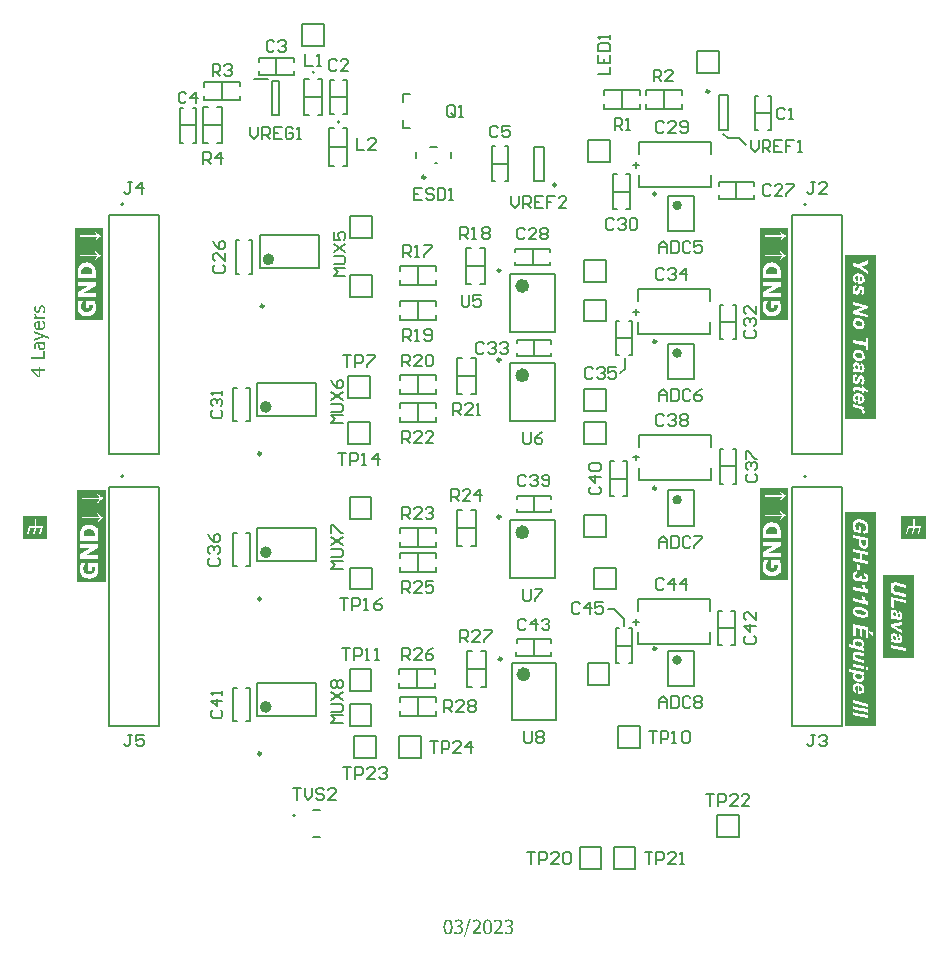
<source format=gto>
%TF.GenerationSoftware,Altium Limited,Altium Designer,23.3.1 (30)*%
G04 Layer_Color=65535*
%FSLAX25Y25*%
%MOIN*%
%TF.SameCoordinates,891D3A3A-43D5-49D6-AFC7-0964E08A728C*%
%TF.FilePolarity,Positive*%
%TF.FileFunction,Legend,Top*%
%TF.Part,Single*%
G01*
G75*
%TA.AperFunction,NonConductor*%
%ADD63C,0.00984*%
%ADD64C,0.00600*%
%ADD65C,0.01575*%
%ADD66C,0.00787*%
%ADD67C,0.01968*%
%ADD68C,0.02362*%
%ADD69C,0.00591*%
%ADD70C,0.00630*%
G36*
X150148Y-22835D02*
X141978D01*
Y-15256D01*
X150148D01*
Y-22835D01*
D02*
G37*
G36*
X146260Y-62598D02*
X135827D01*
Y-35039D01*
X146260D01*
Y-62598D01*
D02*
G37*
G36*
X-123228Y-37402D02*
X-132677D01*
Y-6693D01*
X-123228D01*
Y-37402D01*
D02*
G37*
G36*
X-144401Y54993D02*
X-144350Y54986D01*
X-144277Y54978D01*
X-144204Y54964D01*
X-144131Y54935D01*
X-144051Y54905D01*
X-144044Y54898D01*
X-144014Y54891D01*
X-143978Y54869D01*
X-143934Y54840D01*
X-143876Y54803D01*
X-143818Y54760D01*
X-143759Y54701D01*
X-143701Y54643D01*
X-143694Y54636D01*
X-143672Y54607D01*
X-143643Y54570D01*
X-143614Y54512D01*
X-143570Y54453D01*
X-143533Y54373D01*
X-143497Y54293D01*
X-143460Y54206D01*
Y54198D01*
X-143446Y54162D01*
X-143438Y54111D01*
X-143424Y54038D01*
X-143409Y53958D01*
X-143395Y53856D01*
X-143387Y53739D01*
X-143380Y53608D01*
Y53549D01*
X-143387Y53477D01*
X-143395Y53389D01*
X-143402Y53287D01*
X-143424Y53178D01*
X-143446Y53054D01*
X-143475Y52937D01*
X-143482Y52923D01*
X-143490Y52886D01*
X-143511Y52828D01*
X-143533Y52755D01*
X-143562Y52675D01*
X-143599Y52587D01*
X-143635Y52507D01*
X-143672Y52427D01*
X-144350D01*
Y52456D01*
X-144335Y52471D01*
X-144306Y52507D01*
X-144262Y52558D01*
X-144211Y52631D01*
Y52638D01*
X-144197Y52653D01*
X-144182Y52675D01*
X-144167Y52704D01*
X-144146Y52748D01*
X-144116Y52791D01*
X-144058Y52908D01*
Y52915D01*
X-144044Y52937D01*
X-144029Y52966D01*
X-144014Y53010D01*
X-143993Y53054D01*
X-143978Y53112D01*
X-143934Y53243D01*
Y53251D01*
X-143927Y53272D01*
X-143920Y53309D01*
X-143912Y53360D01*
X-143898Y53418D01*
X-143891Y53484D01*
X-143883Y53622D01*
Y53681D01*
X-143891Y53717D01*
Y53761D01*
X-143898Y53812D01*
X-143912Y53929D01*
Y53936D01*
X-143920Y53958D01*
X-143927Y53987D01*
X-143934Y54016D01*
X-143963Y54096D01*
X-143985Y54133D01*
X-144000Y54169D01*
Y54176D01*
X-144014Y54184D01*
X-144044Y54228D01*
X-144095Y54286D01*
X-144153Y54330D01*
X-144160D01*
X-144167Y54337D01*
X-144189Y54344D01*
X-144219Y54359D01*
X-144255Y54366D01*
X-144291Y54373D01*
X-144401Y54381D01*
X-144408D01*
X-144437D01*
X-144474Y54373D01*
X-144525Y54366D01*
X-144576Y54351D01*
X-144634Y54330D01*
X-144685Y54300D01*
X-144729Y54264D01*
X-144736Y54257D01*
X-144751Y54242D01*
X-144765Y54213D01*
X-144794Y54169D01*
X-144824Y54111D01*
X-144853Y54045D01*
X-144882Y53958D01*
X-144911Y53856D01*
Y53848D01*
X-144918Y53834D01*
X-144926Y53812D01*
X-144933Y53776D01*
X-144940Y53732D01*
X-144955Y53681D01*
X-144962Y53622D01*
X-144977Y53557D01*
Y53549D01*
X-144984Y53528D01*
X-144991Y53491D01*
X-144999Y53448D01*
X-145013Y53396D01*
X-145028Y53338D01*
X-145057Y53214D01*
Y53207D01*
X-145064Y53200D01*
X-145071Y53178D01*
X-145079Y53149D01*
X-145108Y53076D01*
X-145144Y52988D01*
X-145195Y52893D01*
X-145261Y52791D01*
X-145334Y52704D01*
X-145421Y52624D01*
X-145436Y52616D01*
X-145465Y52595D01*
X-145516Y52565D01*
X-145589Y52536D01*
X-145677Y52500D01*
X-145779Y52471D01*
X-145895Y52449D01*
X-146019Y52441D01*
X-146027D01*
X-146041D01*
X-146063D01*
X-146099Y52449D01*
X-146143Y52456D01*
X-146187Y52463D01*
X-146296Y52485D01*
X-146420Y52529D01*
X-146551Y52595D01*
X-146617Y52631D01*
X-146683Y52682D01*
X-146741Y52733D01*
X-146799Y52799D01*
X-146807Y52806D01*
X-146814Y52813D01*
X-146828Y52835D01*
X-146850Y52864D01*
X-146872Y52901D01*
X-146894Y52944D01*
X-146923Y52996D01*
X-146952Y53054D01*
X-147011Y53192D01*
X-147054Y53360D01*
X-147091Y53549D01*
X-147105Y53768D01*
Y53819D01*
X-147098Y53878D01*
Y53951D01*
X-147083Y54038D01*
X-147069Y54140D01*
X-147054Y54249D01*
X-147025Y54359D01*
Y54373D01*
X-147011Y54410D01*
X-146996Y54468D01*
X-146974Y54541D01*
X-146952Y54621D01*
X-146916Y54701D01*
X-146879Y54789D01*
X-146843Y54869D01*
X-146209D01*
Y54833D01*
X-146216Y54825D01*
X-146238Y54796D01*
X-146274Y54745D01*
X-146311Y54687D01*
X-146362Y54607D01*
X-146405Y54519D01*
X-146449Y54424D01*
X-146493Y54322D01*
X-146500Y54308D01*
X-146508Y54271D01*
X-146529Y54220D01*
X-146551Y54147D01*
X-146566Y54067D01*
X-146588Y53972D01*
X-146595Y53870D01*
X-146602Y53761D01*
Y53710D01*
X-146595Y53659D01*
X-146588Y53586D01*
X-146573Y53506D01*
X-146544Y53426D01*
X-146515Y53338D01*
X-146471Y53258D01*
X-146464Y53251D01*
X-146449Y53229D01*
X-146420Y53192D01*
X-146376Y53163D01*
X-146325Y53127D01*
X-146260Y53090D01*
X-146187Y53068D01*
X-146099Y53061D01*
X-146092D01*
X-146063D01*
X-146019Y53068D01*
X-145975Y53076D01*
X-145917Y53090D01*
X-145866Y53112D01*
X-145808Y53141D01*
X-145764Y53178D01*
X-145757Y53185D01*
X-145749Y53200D01*
X-145728Y53229D01*
X-145698Y53272D01*
X-145669Y53324D01*
X-145640Y53389D01*
X-145611Y53462D01*
X-145582Y53557D01*
Y53564D01*
X-145574Y53579D01*
Y53608D01*
X-145560Y53644D01*
X-145553Y53688D01*
X-145545Y53739D01*
X-145516Y53856D01*
Y53863D01*
X-145509Y53885D01*
X-145502Y53921D01*
X-145494Y53965D01*
X-145480Y54016D01*
X-145465Y54074D01*
X-145436Y54206D01*
Y54213D01*
X-145429Y54220D01*
Y54242D01*
X-145421Y54271D01*
X-145392Y54344D01*
X-145363Y54424D01*
X-145312Y54526D01*
X-145261Y54621D01*
X-145188Y54716D01*
X-145108Y54796D01*
X-145101Y54803D01*
X-145064Y54825D01*
X-145013Y54862D01*
X-144948Y54898D01*
X-144860Y54935D01*
X-144751Y54971D01*
X-144627Y54993D01*
X-144488Y55000D01*
X-144481D01*
X-144452D01*
X-144401Y54993D01*
D02*
G37*
G36*
X-146369Y52135D02*
X-146376Y52106D01*
X-146384Y52062D01*
X-146391Y52004D01*
Y51989D01*
X-146398Y51953D01*
Y51785D01*
X-146391Y51742D01*
X-146384Y51676D01*
X-146369Y51603D01*
X-146354Y51516D01*
X-146325Y51428D01*
X-146289Y51341D01*
X-146282Y51333D01*
X-146267Y51297D01*
X-146245Y51253D01*
X-146209Y51195D01*
X-146165Y51122D01*
X-146114Y51049D01*
X-146048Y50969D01*
X-145975Y50889D01*
X-143460D01*
Y50291D01*
X-147018D01*
Y50889D01*
X-146486D01*
Y50896D01*
X-146500Y50903D01*
X-146537Y50947D01*
X-146588Y51005D01*
X-146646Y51086D01*
X-146712Y51173D01*
X-146785Y51268D01*
X-146843Y51363D01*
X-146894Y51457D01*
X-146901Y51472D01*
X-146916Y51501D01*
X-146930Y51545D01*
X-146960Y51610D01*
X-146981Y51683D01*
X-146996Y51763D01*
X-147011Y51851D01*
X-147018Y51938D01*
Y52040D01*
X-147011Y52077D01*
Y52084D01*
X-147003Y52113D01*
Y52143D01*
X-146996Y52186D01*
X-146369D01*
Y52135D01*
D02*
G37*
G36*
X-145181Y47214D02*
X-145174D01*
X-145152D01*
X-145123D01*
X-145079Y47222D01*
X-145028D01*
X-144962Y47229D01*
X-144824Y47251D01*
X-144670Y47287D01*
X-144510Y47346D01*
X-144364Y47419D01*
X-144226Y47521D01*
Y47528D01*
X-144211Y47535D01*
X-144175Y47579D01*
X-144124Y47652D01*
X-144065Y47747D01*
X-144007Y47871D01*
X-143956Y48016D01*
X-143920Y48191D01*
X-143912Y48286D01*
X-143905Y48388D01*
Y48461D01*
X-143912Y48512D01*
Y48570D01*
X-143927Y48636D01*
X-143949Y48775D01*
Y48782D01*
X-143956Y48811D01*
X-143963Y48847D01*
X-143978Y48891D01*
X-144014Y49008D01*
X-144058Y49125D01*
Y49132D01*
X-144073Y49154D01*
X-144087Y49183D01*
X-144102Y49219D01*
X-144146Y49307D01*
X-144197Y49394D01*
Y49402D01*
X-144211Y49416D01*
X-144240Y49460D01*
X-144284Y49525D01*
X-144335Y49584D01*
Y49620D01*
X-143679D01*
Y49613D01*
X-143672Y49598D01*
X-143665Y49577D01*
X-143650Y49547D01*
X-143635Y49504D01*
X-143614Y49460D01*
X-143570Y49351D01*
Y49343D01*
X-143562Y49321D01*
X-143548Y49292D01*
X-143533Y49256D01*
X-143504Y49168D01*
X-143475Y49073D01*
Y49066D01*
X-143468Y49044D01*
X-143460Y49008D01*
X-143453Y48971D01*
X-143431Y48862D01*
X-143409Y48753D01*
Y48745D01*
X-143402Y48731D01*
Y48694D01*
X-143395Y48658D01*
X-143387Y48607D01*
Y48541D01*
X-143380Y48476D01*
Y48315D01*
X-143387Y48257D01*
X-143395Y48184D01*
X-143402Y48104D01*
X-143417Y48009D01*
X-143438Y47914D01*
X-143497Y47703D01*
X-143533Y47594D01*
X-143577Y47484D01*
X-143635Y47375D01*
X-143701Y47265D01*
X-143774Y47171D01*
X-143854Y47076D01*
X-143861Y47069D01*
X-143876Y47054D01*
X-143905Y47032D01*
X-143941Y47003D01*
X-143993Y46967D01*
X-144051Y46930D01*
X-144124Y46887D01*
X-144204Y46843D01*
X-144299Y46799D01*
X-144401Y46755D01*
X-144510Y46719D01*
X-144634Y46682D01*
X-144765Y46653D01*
X-144904Y46631D01*
X-145057Y46617D01*
X-145217Y46609D01*
X-145225D01*
X-145254D01*
X-145298D01*
X-145363Y46617D01*
X-145436Y46624D01*
X-145516Y46631D01*
X-145611Y46646D01*
X-145713Y46668D01*
X-145939Y46719D01*
X-146056Y46755D01*
X-146165Y46799D01*
X-146282Y46850D01*
X-146391Y46916D01*
X-146500Y46981D01*
X-146602Y47061D01*
X-146610Y47069D01*
X-146624Y47083D01*
X-146653Y47112D01*
X-146683Y47142D01*
X-146719Y47193D01*
X-146763Y47244D01*
X-146814Y47309D01*
X-146865Y47382D01*
X-146908Y47462D01*
X-146960Y47557D01*
X-147003Y47652D01*
X-147040Y47761D01*
X-147069Y47871D01*
X-147098Y47995D01*
X-147113Y48126D01*
X-147120Y48257D01*
Y48315D01*
X-147113Y48374D01*
X-147105Y48454D01*
X-147098Y48541D01*
X-147076Y48643D01*
X-147054Y48745D01*
X-147018Y48840D01*
X-147011Y48855D01*
X-147003Y48884D01*
X-146974Y48928D01*
X-146945Y48993D01*
X-146901Y49059D01*
X-146850Y49139D01*
X-146792Y49212D01*
X-146719Y49285D01*
X-146712Y49292D01*
X-146683Y49314D01*
X-146639Y49351D01*
X-146581Y49394D01*
X-146508Y49445D01*
X-146427Y49496D01*
X-146325Y49540D01*
X-146223Y49584D01*
X-146209Y49591D01*
X-146172Y49598D01*
X-146107Y49613D01*
X-146027Y49635D01*
X-145917Y49657D01*
X-145793Y49671D01*
X-145655Y49679D01*
X-145502Y49686D01*
X-145181D01*
Y47214D01*
D02*
G37*
G36*
X-142148Y44488D02*
Y43846D01*
X-143635Y44488D01*
X-147018Y43198D01*
Y43832D01*
X-144372Y44809D01*
X-147018Y45778D01*
Y46405D01*
X-142148Y44488D01*
D02*
G37*
G36*
X-143460Y42170D02*
X-143832D01*
X-143825Y42155D01*
X-143796Y42112D01*
X-143745Y42053D01*
X-143679Y41966D01*
X-143672Y41958D01*
X-143665Y41944D01*
X-143643Y41922D01*
X-143628Y41893D01*
X-143577Y41820D01*
X-143526Y41732D01*
Y41725D01*
X-143511Y41703D01*
X-143504Y41674D01*
X-143482Y41630D01*
X-143446Y41536D01*
X-143409Y41419D01*
Y41412D01*
X-143402Y41390D01*
X-143395Y41361D01*
X-143387Y41317D01*
X-143373Y41259D01*
X-143366Y41186D01*
X-143358Y41105D01*
Y40974D01*
X-143366Y40931D01*
Y40879D01*
X-143380Y40814D01*
X-143395Y40741D01*
X-143409Y40668D01*
X-143438Y40588D01*
X-143446Y40581D01*
X-143453Y40559D01*
X-143475Y40515D01*
X-143497Y40471D01*
X-143570Y40362D01*
X-143672Y40245D01*
X-143679Y40238D01*
X-143701Y40223D01*
X-143730Y40194D01*
X-143774Y40165D01*
X-143825Y40121D01*
X-143883Y40085D01*
X-143956Y40048D01*
X-144029Y40012D01*
X-144036D01*
X-144065Y39997D01*
X-144109Y39990D01*
X-144167Y39976D01*
X-144240Y39961D01*
X-144313Y39946D01*
X-144401Y39939D01*
X-144488Y39932D01*
X-144496D01*
X-144503D01*
X-144547D01*
X-144620Y39939D01*
X-144707Y39954D01*
X-144802Y39968D01*
X-144904Y39997D01*
X-145013Y40034D01*
X-145115Y40085D01*
X-145130Y40092D01*
X-145159Y40114D01*
X-145210Y40150D01*
X-145268Y40202D01*
X-145334Y40274D01*
X-145399Y40362D01*
X-145472Y40464D01*
X-145531Y40581D01*
X-145538Y40595D01*
X-145553Y40632D01*
X-145574Y40697D01*
X-145604Y40785D01*
X-145640Y40887D01*
X-145669Y41003D01*
X-145698Y41142D01*
X-145720Y41288D01*
Y41310D01*
X-145728Y41331D01*
Y41361D01*
X-145735Y41397D01*
Y41441D01*
X-145749Y41550D01*
X-145764Y41681D01*
X-145779Y41835D01*
X-145786Y41995D01*
X-145800Y42170D01*
X-145910D01*
X-145917D01*
X-145946D01*
X-145983D01*
X-146034Y42162D01*
X-146143Y42141D01*
X-146201Y42126D01*
X-146252Y42104D01*
X-146260D01*
X-146274Y42090D01*
X-146296Y42075D01*
X-146325Y42061D01*
X-146391Y42002D01*
X-146457Y41922D01*
Y41915D01*
X-146471Y41900D01*
X-146478Y41878D01*
X-146493Y41849D01*
X-146515Y41805D01*
X-146529Y41762D01*
X-146551Y41645D01*
Y41638D01*
X-146559Y41616D01*
Y41579D01*
X-146566Y41543D01*
X-146573Y41485D01*
Y41434D01*
X-146581Y41302D01*
Y41222D01*
X-146573Y41164D01*
X-146566Y41091D01*
X-146551Y41011D01*
X-146537Y40916D01*
X-146515Y40814D01*
Y40799D01*
X-146500Y40763D01*
X-146486Y40712D01*
X-146471Y40639D01*
X-146442Y40559D01*
X-146413Y40464D01*
X-146333Y40253D01*
Y40223D01*
X-146938D01*
Y40231D01*
X-146945Y40253D01*
X-146960Y40289D01*
X-146974Y40340D01*
X-146989Y40406D01*
X-147003Y40486D01*
X-147025Y40581D01*
X-147047Y40690D01*
Y40705D01*
X-147054Y40741D01*
X-147069Y40807D01*
X-147076Y40887D01*
X-147091Y40982D01*
X-147098Y41084D01*
X-147105Y41310D01*
Y41441D01*
X-147098Y41521D01*
X-147091Y41623D01*
X-147083Y41725D01*
X-147069Y41827D01*
X-147047Y41922D01*
Y41936D01*
X-147032Y41966D01*
X-147018Y42017D01*
X-146996Y42075D01*
X-146967Y42148D01*
X-146930Y42221D01*
X-146887Y42301D01*
X-146836Y42381D01*
X-146828Y42388D01*
X-146807Y42410D01*
X-146777Y42447D01*
X-146734Y42491D01*
X-146683Y42534D01*
X-146617Y42578D01*
X-146537Y42629D01*
X-146457Y42665D01*
X-146449Y42673D01*
X-146413Y42680D01*
X-146362Y42695D01*
X-146296Y42717D01*
X-146216Y42738D01*
X-146121Y42753D01*
X-146012Y42760D01*
X-145888Y42768D01*
X-143460D01*
Y42170D01*
D02*
G37*
G36*
Y36987D02*
X-148206D01*
Y37621D01*
X-144022D01*
Y39735D01*
X-143460D01*
Y36987D01*
D02*
G37*
G36*
X-145093Y33728D02*
X-143460D01*
Y33116D01*
X-145093D01*
Y31023D01*
X-145757D01*
X-148206Y33138D01*
Y33728D01*
X-145604D01*
Y34289D01*
X-145093D01*
Y33728D01*
D02*
G37*
G36*
X-124016Y80709D02*
Y50000D01*
X-133465D01*
Y80709D01*
X-124016D01*
D02*
G37*
G36*
X104331Y-36614D02*
X94882D01*
Y-5906D01*
X104331D01*
Y-36614D01*
D02*
G37*
G36*
X133661Y17126D02*
X123228D01*
Y71653D01*
X133661D01*
Y17126D01*
D02*
G37*
G36*
X-142766Y-22835D02*
X-150935D01*
Y-15256D01*
X-142766D01*
Y-22835D01*
D02*
G37*
G36*
X133661Y-85335D02*
X123228D01*
Y-13780D01*
X133661D01*
Y-85335D01*
D02*
G37*
G36*
X11281Y-149778D02*
X11369Y-149785D01*
X11464Y-149800D01*
X11558Y-149814D01*
X11653Y-149836D01*
X11668D01*
X11697Y-149851D01*
X11741Y-149865D01*
X11799Y-149887D01*
X11865Y-149916D01*
X11937Y-149953D01*
X12083Y-150040D01*
X12091Y-150048D01*
X12120Y-150069D01*
X12156Y-150099D01*
X12200Y-150142D01*
X12258Y-150201D01*
X12309Y-150259D01*
X12360Y-150332D01*
X12404Y-150412D01*
X12411Y-150419D01*
X12419Y-150449D01*
X12440Y-150500D01*
X12462Y-150558D01*
X12477Y-150631D01*
X12499Y-150718D01*
X12506Y-150813D01*
X12513Y-150923D01*
Y-150930D01*
Y-150937D01*
Y-150959D01*
X12506Y-150988D01*
X12499Y-151061D01*
X12484Y-151156D01*
X12448Y-151265D01*
X12404Y-151382D01*
X12338Y-151498D01*
X12251Y-151615D01*
X12236Y-151630D01*
X12207Y-151659D01*
X12149Y-151710D01*
X12076Y-151768D01*
X11988Y-151834D01*
X11879Y-151892D01*
X11762Y-151950D01*
X11631Y-151987D01*
Y-152031D01*
X11639D01*
X11660Y-152038D01*
X11690Y-152045D01*
X11726Y-152052D01*
X11777Y-152067D01*
X11828Y-152089D01*
X11952Y-152133D01*
X11959D01*
X11981Y-152147D01*
X12018Y-152162D01*
X12061Y-152184D01*
X12163Y-152249D01*
X12273Y-152337D01*
X12280Y-152344D01*
X12295Y-152359D01*
X12324Y-152395D01*
X12360Y-152431D01*
X12397Y-152482D01*
X12433Y-152548D01*
X12477Y-152614D01*
X12513Y-152694D01*
X12521Y-152701D01*
X12528Y-152730D01*
X12542Y-152774D01*
X12564Y-152840D01*
X12579Y-152913D01*
X12594Y-153007D01*
X12601Y-153110D01*
X12608Y-153219D01*
Y-153233D01*
Y-153270D01*
X12601Y-153335D01*
X12594Y-153416D01*
X12579Y-153503D01*
X12557Y-153605D01*
X12528Y-153707D01*
X12491Y-153809D01*
X12484Y-153824D01*
X12470Y-153853D01*
X12448Y-153904D01*
X12411Y-153970D01*
X12368Y-154043D01*
X12317Y-154123D01*
X12258Y-154203D01*
X12185Y-154283D01*
X12178Y-154290D01*
X12149Y-154320D01*
X12105Y-154356D01*
X12047Y-154407D01*
X11967Y-154458D01*
X11886Y-154516D01*
X11784Y-154568D01*
X11682Y-154611D01*
X11668Y-154619D01*
X11631Y-154626D01*
X11573Y-154648D01*
X11493Y-154662D01*
X11391Y-154684D01*
X11281Y-154706D01*
X11157Y-154713D01*
X11019Y-154721D01*
X10961D01*
X10888Y-154713D01*
X10793Y-154706D01*
X10691Y-154699D01*
X10567Y-154684D01*
X10436Y-154662D01*
X10305Y-154633D01*
X10297D01*
X10290Y-154626D01*
X10246Y-154619D01*
X10181Y-154604D01*
X10100Y-154575D01*
X10006Y-154546D01*
X9911Y-154516D01*
X9816Y-154473D01*
X9721Y-154429D01*
Y-153758D01*
X9765D01*
X9772Y-153766D01*
X9802Y-153787D01*
X9845Y-153817D01*
X9904Y-153853D01*
X9984Y-153897D01*
X10071Y-153940D01*
X10181Y-153992D01*
X10297Y-154043D01*
X10305D01*
X10312Y-154050D01*
X10356Y-154065D01*
X10421Y-154086D01*
X10509Y-154108D01*
X10611Y-154130D01*
X10727Y-154152D01*
X10851Y-154166D01*
X10975Y-154174D01*
X11048D01*
X11099Y-154166D01*
X11157Y-154159D01*
X11223Y-154152D01*
X11369Y-154115D01*
X11376D01*
X11405Y-154101D01*
X11442Y-154086D01*
X11485Y-154065D01*
X11588Y-153999D01*
X11697Y-153911D01*
X11704Y-153904D01*
X11719Y-153890D01*
X11741Y-153860D01*
X11770Y-153824D01*
X11799Y-153773D01*
X11828Y-153722D01*
X11886Y-153605D01*
Y-153598D01*
X11901Y-153576D01*
X11908Y-153532D01*
X11923Y-153481D01*
X11937Y-153423D01*
X11945Y-153350D01*
X11959Y-153263D01*
Y-153168D01*
Y-153153D01*
Y-153124D01*
X11952Y-153080D01*
Y-153022D01*
X11937Y-152949D01*
X11923Y-152884D01*
X11908Y-152811D01*
X11879Y-152745D01*
Y-152738D01*
X11865Y-152716D01*
X11850Y-152687D01*
X11828Y-152650D01*
X11762Y-152563D01*
X11675Y-152482D01*
X11668Y-152475D01*
X11653Y-152468D01*
X11624Y-152453D01*
X11580Y-152431D01*
X11536Y-152410D01*
X11478Y-152388D01*
X11354Y-152351D01*
X11347D01*
X11325Y-152344D01*
X11289Y-152337D01*
X11238Y-152329D01*
X11179Y-152322D01*
X11114Y-152315D01*
X10961Y-152308D01*
X10691D01*
Y-151783D01*
X10968D01*
X11048Y-151768D01*
X11143Y-151753D01*
X11252Y-151732D01*
X11369Y-151695D01*
X11485Y-151644D01*
X11595Y-151579D01*
X11609Y-151571D01*
X11639Y-151542D01*
X11682Y-151491D01*
X11733Y-151426D01*
X11777Y-151345D01*
X11821Y-151243D01*
X11850Y-151127D01*
X11865Y-150988D01*
Y-150981D01*
Y-150959D01*
Y-150923D01*
X11857Y-150879D01*
X11835Y-150777D01*
X11792Y-150675D01*
Y-150667D01*
X11777Y-150653D01*
X11762Y-150631D01*
X11741Y-150602D01*
X11682Y-150536D01*
X11609Y-150470D01*
X11602Y-150463D01*
X11588Y-150456D01*
X11566Y-150441D01*
X11536Y-150419D01*
X11449Y-150383D01*
X11347Y-150354D01*
X11340D01*
X11325Y-150347D01*
X11289Y-150339D01*
X11252Y-150332D01*
X11208D01*
X11150Y-150325D01*
X11033Y-150317D01*
X10968D01*
X10932Y-150325D01*
X10873D01*
X10822Y-150332D01*
X10691Y-150361D01*
X10684D01*
X10662Y-150368D01*
X10633Y-150376D01*
X10589Y-150390D01*
X10538Y-150405D01*
X10480Y-150427D01*
X10356Y-150470D01*
X10348D01*
X10334Y-150485D01*
X10305Y-150492D01*
X10268Y-150514D01*
X10181Y-150558D01*
X10086Y-150609D01*
X10079D01*
X10071Y-150616D01*
X10020Y-150645D01*
X9955Y-150689D01*
X9889Y-150733D01*
X9853D01*
Y-150069D01*
X9860Y-150062D01*
X9889Y-150048D01*
X9933Y-150026D01*
X9998Y-149997D01*
X10079Y-149968D01*
X10173Y-149931D01*
X10283Y-149902D01*
X10407Y-149865D01*
X10414D01*
X10421Y-149858D01*
X10465Y-149851D01*
X10538Y-149836D01*
X10625Y-149814D01*
X10735Y-149800D01*
X10844Y-149785D01*
X10968Y-149778D01*
X11092Y-149771D01*
X11208D01*
X11281Y-149778D01*
D02*
G37*
G36*
X-5471D02*
X-5384Y-149785D01*
X-5289Y-149800D01*
X-5194Y-149814D01*
X-5099Y-149836D01*
X-5085D01*
X-5055Y-149851D01*
X-5012Y-149865D01*
X-4953Y-149887D01*
X-4888Y-149916D01*
X-4815Y-149953D01*
X-4669Y-150040D01*
X-4662Y-150048D01*
X-4633Y-150069D01*
X-4596Y-150099D01*
X-4552Y-150142D01*
X-4494Y-150201D01*
X-4443Y-150259D01*
X-4392Y-150332D01*
X-4348Y-150412D01*
X-4341Y-150419D01*
X-4334Y-150449D01*
X-4312Y-150500D01*
X-4290Y-150558D01*
X-4276Y-150631D01*
X-4254Y-150718D01*
X-4246Y-150813D01*
X-4239Y-150923D01*
Y-150930D01*
Y-150937D01*
Y-150959D01*
X-4246Y-150988D01*
X-4254Y-151061D01*
X-4268Y-151156D01*
X-4305Y-151265D01*
X-4348Y-151382D01*
X-4414Y-151498D01*
X-4501Y-151615D01*
X-4516Y-151630D01*
X-4545Y-151659D01*
X-4603Y-151710D01*
X-4676Y-151768D01*
X-4764Y-151834D01*
X-4873Y-151892D01*
X-4990Y-151950D01*
X-5121Y-151987D01*
Y-152031D01*
X-5114D01*
X-5092Y-152038D01*
X-5063Y-152045D01*
X-5026Y-152052D01*
X-4975Y-152067D01*
X-4924Y-152089D01*
X-4800Y-152133D01*
X-4793D01*
X-4771Y-152147D01*
X-4735Y-152162D01*
X-4691Y-152184D01*
X-4589Y-152249D01*
X-4480Y-152337D01*
X-4472Y-152344D01*
X-4458Y-152359D01*
X-4429Y-152395D01*
X-4392Y-152431D01*
X-4356Y-152482D01*
X-4319Y-152548D01*
X-4276Y-152614D01*
X-4239Y-152694D01*
X-4232Y-152701D01*
X-4225Y-152730D01*
X-4210Y-152774D01*
X-4188Y-152840D01*
X-4173Y-152913D01*
X-4159Y-153007D01*
X-4152Y-153110D01*
X-4144Y-153219D01*
Y-153233D01*
Y-153270D01*
X-4152Y-153335D01*
X-4159Y-153416D01*
X-4173Y-153503D01*
X-4195Y-153605D01*
X-4225Y-153707D01*
X-4261Y-153809D01*
X-4268Y-153824D01*
X-4283Y-153853D01*
X-4305Y-153904D01*
X-4341Y-153970D01*
X-4385Y-154043D01*
X-4436Y-154123D01*
X-4494Y-154203D01*
X-4567Y-154283D01*
X-4574Y-154290D01*
X-4603Y-154320D01*
X-4647Y-154356D01*
X-4706Y-154407D01*
X-4786Y-154458D01*
X-4866Y-154516D01*
X-4968Y-154568D01*
X-5070Y-154611D01*
X-5085Y-154619D01*
X-5121Y-154626D01*
X-5179Y-154648D01*
X-5260Y-154662D01*
X-5362Y-154684D01*
X-5471Y-154706D01*
X-5595Y-154713D01*
X-5734Y-154721D01*
X-5792D01*
X-5865Y-154713D01*
X-5959Y-154706D01*
X-6061Y-154699D01*
X-6185Y-154684D01*
X-6317Y-154662D01*
X-6448Y-154633D01*
X-6455D01*
X-6463Y-154626D01*
X-6506Y-154619D01*
X-6572Y-154604D01*
X-6652Y-154575D01*
X-6747Y-154546D01*
X-6842Y-154516D01*
X-6936Y-154473D01*
X-7031Y-154429D01*
Y-153758D01*
X-6987D01*
X-6980Y-153766D01*
X-6951Y-153787D01*
X-6907Y-153817D01*
X-6849Y-153853D01*
X-6769Y-153897D01*
X-6681Y-153940D01*
X-6572Y-153992D01*
X-6455Y-154043D01*
X-6448D01*
X-6441Y-154050D01*
X-6397Y-154065D01*
X-6331Y-154086D01*
X-6244Y-154108D01*
X-6142Y-154130D01*
X-6025Y-154152D01*
X-5901Y-154166D01*
X-5777Y-154174D01*
X-5704D01*
X-5653Y-154166D01*
X-5595Y-154159D01*
X-5529Y-154152D01*
X-5384Y-154115D01*
X-5376D01*
X-5347Y-154101D01*
X-5311Y-154086D01*
X-5267Y-154065D01*
X-5165Y-153999D01*
X-5055Y-153911D01*
X-5048Y-153904D01*
X-5034Y-153890D01*
X-5012Y-153860D01*
X-4983Y-153824D01*
X-4953Y-153773D01*
X-4924Y-153722D01*
X-4866Y-153605D01*
Y-153598D01*
X-4851Y-153576D01*
X-4844Y-153532D01*
X-4829Y-153481D01*
X-4815Y-153423D01*
X-4808Y-153350D01*
X-4793Y-153263D01*
Y-153168D01*
Y-153153D01*
Y-153124D01*
X-4800Y-153080D01*
Y-153022D01*
X-4815Y-152949D01*
X-4829Y-152884D01*
X-4844Y-152811D01*
X-4873Y-152745D01*
Y-152738D01*
X-4888Y-152716D01*
X-4902Y-152687D01*
X-4924Y-152650D01*
X-4990Y-152563D01*
X-5077Y-152482D01*
X-5085Y-152475D01*
X-5099Y-152468D01*
X-5128Y-152453D01*
X-5172Y-152431D01*
X-5216Y-152410D01*
X-5274Y-152388D01*
X-5398Y-152351D01*
X-5405D01*
X-5427Y-152344D01*
X-5464Y-152337D01*
X-5515Y-152329D01*
X-5573Y-152322D01*
X-5639Y-152315D01*
X-5792Y-152308D01*
X-6061D01*
Y-151783D01*
X-5785D01*
X-5704Y-151768D01*
X-5610Y-151753D01*
X-5500Y-151732D01*
X-5384Y-151695D01*
X-5267Y-151644D01*
X-5158Y-151579D01*
X-5143Y-151571D01*
X-5114Y-151542D01*
X-5070Y-151491D01*
X-5019Y-151426D01*
X-4975Y-151345D01*
X-4932Y-151243D01*
X-4902Y-151127D01*
X-4888Y-150988D01*
Y-150981D01*
Y-150959D01*
Y-150923D01*
X-4895Y-150879D01*
X-4917Y-150777D01*
X-4961Y-150675D01*
Y-150667D01*
X-4975Y-150653D01*
X-4990Y-150631D01*
X-5012Y-150602D01*
X-5070Y-150536D01*
X-5143Y-150470D01*
X-5150Y-150463D01*
X-5165Y-150456D01*
X-5187Y-150441D01*
X-5216Y-150419D01*
X-5303Y-150383D01*
X-5405Y-150354D01*
X-5413D01*
X-5427Y-150347D01*
X-5464Y-150339D01*
X-5500Y-150332D01*
X-5544D01*
X-5602Y-150325D01*
X-5719Y-150317D01*
X-5785D01*
X-5821Y-150325D01*
X-5879D01*
X-5930Y-150332D01*
X-6061Y-150361D01*
X-6069D01*
X-6091Y-150368D01*
X-6120Y-150376D01*
X-6164Y-150390D01*
X-6215Y-150405D01*
X-6273Y-150427D01*
X-6397Y-150470D01*
X-6404D01*
X-6419Y-150485D01*
X-6448Y-150492D01*
X-6484Y-150514D01*
X-6572Y-150558D01*
X-6667Y-150609D01*
X-6674D01*
X-6681Y-150616D01*
X-6732Y-150645D01*
X-6798Y-150689D01*
X-6863Y-150733D01*
X-6900D01*
Y-150069D01*
X-6893Y-150062D01*
X-6863Y-150048D01*
X-6820Y-150026D01*
X-6754Y-149997D01*
X-6674Y-149968D01*
X-6579Y-149931D01*
X-6470Y-149902D01*
X-6346Y-149865D01*
X-6339D01*
X-6331Y-149858D01*
X-6288Y-149851D01*
X-6215Y-149836D01*
X-6127Y-149814D01*
X-6018Y-149800D01*
X-5908Y-149785D01*
X-5785Y-149778D01*
X-5661Y-149771D01*
X-5544D01*
X-5471Y-149778D01*
D02*
G37*
G36*
X7622D02*
X7680D01*
X7746Y-149793D01*
X7891Y-149814D01*
X8059Y-149858D01*
X8234Y-149924D01*
X8322Y-149960D01*
X8402Y-150011D01*
X8482Y-150062D01*
X8555Y-150128D01*
X8562Y-150135D01*
X8569Y-150142D01*
X8591Y-150164D01*
X8613Y-150194D01*
X8642Y-150230D01*
X8672Y-150274D01*
X8708Y-150317D01*
X8744Y-150376D01*
X8817Y-150514D01*
X8876Y-150675D01*
X8919Y-150871D01*
X8927Y-150973D01*
X8934Y-151083D01*
Y-151097D01*
Y-151127D01*
Y-151185D01*
X8927Y-151251D01*
X8919Y-151331D01*
X8905Y-151418D01*
X8868Y-151600D01*
Y-151608D01*
X8854Y-151637D01*
X8839Y-151688D01*
X8825Y-151739D01*
X8795Y-151804D01*
X8766Y-151877D01*
X8686Y-152031D01*
X8679Y-152038D01*
X8664Y-152067D01*
X8642Y-152111D01*
X8606Y-152162D01*
X8562Y-152227D01*
X8518Y-152293D01*
X8402Y-152446D01*
X8394Y-152453D01*
X8373Y-152482D01*
X8336Y-152519D01*
X8292Y-152570D01*
X8241Y-152636D01*
X8183Y-152701D01*
X8052Y-152847D01*
X8037Y-152862D01*
X8001Y-152905D01*
X7935Y-152964D01*
X7855Y-153051D01*
X7760Y-153153D01*
X7644Y-153270D01*
X7520Y-153394D01*
X7381Y-153525D01*
X7374Y-153532D01*
X7367Y-153540D01*
X7323Y-153583D01*
X7250Y-153649D01*
X7170Y-153722D01*
X7075Y-153809D01*
X6973Y-153904D01*
X6878Y-153992D01*
X6791Y-154072D01*
X9131D01*
Y-154619D01*
X6200D01*
Y-153955D01*
X6208Y-153948D01*
X6215Y-153940D01*
X6251Y-153904D01*
X6317Y-153846D01*
X6390Y-153773D01*
X6485Y-153685D01*
X6579Y-153583D01*
X6791Y-153379D01*
X6805Y-153365D01*
X6842Y-153328D01*
X6893Y-153277D01*
X6966Y-153204D01*
X7053Y-153117D01*
X7148Y-153022D01*
X7243Y-152920D01*
X7345Y-152811D01*
X7352Y-152803D01*
X7367Y-152781D01*
X7396Y-152752D01*
X7432Y-152708D01*
X7476Y-152657D01*
X7527Y-152599D01*
X7636Y-152468D01*
X7760Y-152315D01*
X7884Y-152155D01*
X7994Y-152001D01*
X8037Y-151928D01*
X8081Y-151856D01*
Y-151848D01*
X8088Y-151841D01*
X8103Y-151819D01*
X8110Y-151790D01*
X8147Y-151717D01*
X8183Y-151622D01*
X8220Y-151513D01*
X8256Y-151389D01*
X8278Y-151251D01*
X8285Y-151112D01*
Y-151105D01*
Y-151075D01*
Y-151039D01*
X8278Y-150995D01*
X8256Y-150879D01*
X8220Y-150762D01*
Y-150755D01*
X8205Y-150733D01*
X8190Y-150711D01*
X8176Y-150675D01*
X8125Y-150594D01*
X8052Y-150514D01*
X8045Y-150507D01*
X8030Y-150500D01*
X8008Y-150478D01*
X7979Y-150463D01*
X7891Y-150412D01*
X7790Y-150368D01*
X7782D01*
X7768Y-150361D01*
X7731Y-150354D01*
X7695Y-150339D01*
X7651Y-150332D01*
X7593Y-150325D01*
X7469Y-150317D01*
X7403D01*
X7367Y-150325D01*
X7308D01*
X7257Y-150332D01*
X7126Y-150361D01*
X7119D01*
X7097Y-150368D01*
X7061Y-150376D01*
X7017Y-150390D01*
X6966Y-150405D01*
X6915Y-150427D01*
X6791Y-150470D01*
X6784D01*
X6769Y-150478D01*
X6740Y-150492D01*
X6711Y-150507D01*
X6630Y-150551D01*
X6536Y-150609D01*
X6528D01*
X6514Y-150624D01*
X6492Y-150638D01*
X6463Y-150653D01*
X6397Y-150689D01*
X6331Y-150733D01*
X6302D01*
Y-150062D01*
X6310Y-150055D01*
X6339Y-150048D01*
X6382Y-150026D01*
X6448Y-149997D01*
X6521Y-149968D01*
X6616Y-149938D01*
X6725Y-149902D01*
X6849Y-149865D01*
X6856D01*
X6864Y-149858D01*
X6907Y-149851D01*
X6973Y-149836D01*
X7061Y-149814D01*
X7163Y-149800D01*
X7279Y-149785D01*
X7396Y-149778D01*
X7512Y-149771D01*
X7578D01*
X7622Y-149778D01*
D02*
G37*
G36*
X492D02*
X550D01*
X616Y-149793D01*
X762Y-149814D01*
X930Y-149858D01*
X1104Y-149924D01*
X1192Y-149960D01*
X1272Y-150011D01*
X1352Y-150062D01*
X1425Y-150128D01*
X1433Y-150135D01*
X1440Y-150142D01*
X1462Y-150164D01*
X1484Y-150194D01*
X1513Y-150230D01*
X1542Y-150274D01*
X1578Y-150317D01*
X1615Y-150376D01*
X1688Y-150514D01*
X1746Y-150675D01*
X1790Y-150871D01*
X1797Y-150973D01*
X1804Y-151083D01*
Y-151097D01*
Y-151127D01*
Y-151185D01*
X1797Y-151251D01*
X1790Y-151331D01*
X1775Y-151418D01*
X1739Y-151600D01*
Y-151608D01*
X1724Y-151637D01*
X1710Y-151688D01*
X1695Y-151739D01*
X1666Y-151804D01*
X1637Y-151877D01*
X1556Y-152031D01*
X1549Y-152038D01*
X1535Y-152067D01*
X1513Y-152111D01*
X1476Y-152162D01*
X1433Y-152227D01*
X1389Y-152293D01*
X1272Y-152446D01*
X1265Y-152453D01*
X1243Y-152482D01*
X1207Y-152519D01*
X1163Y-152570D01*
X1112Y-152636D01*
X1053Y-152701D01*
X922Y-152847D01*
X908Y-152862D01*
X871Y-152905D01*
X806Y-152964D01*
X726Y-153051D01*
X631Y-153153D01*
X514Y-153270D01*
X390Y-153394D01*
X252Y-153525D01*
X244Y-153532D01*
X237Y-153540D01*
X193Y-153583D01*
X120Y-153649D01*
X40Y-153722D01*
X-55Y-153809D01*
X-157Y-153904D01*
X-251Y-153992D01*
X-339Y-154072D01*
X2001D01*
Y-154619D01*
X-929D01*
Y-153955D01*
X-922Y-153948D01*
X-915Y-153940D01*
X-878Y-153904D01*
X-813Y-153846D01*
X-740Y-153773D01*
X-645Y-153685D01*
X-550Y-153583D01*
X-339Y-153379D01*
X-324Y-153365D01*
X-288Y-153328D01*
X-237Y-153277D01*
X-164Y-153204D01*
X-76Y-153117D01*
X18Y-153022D01*
X113Y-152920D01*
X215Y-152811D01*
X222Y-152803D01*
X237Y-152781D01*
X266Y-152752D01*
X303Y-152708D01*
X346Y-152657D01*
X397Y-152599D01*
X507Y-152468D01*
X631Y-152315D01*
X755Y-152155D01*
X864Y-152001D01*
X908Y-151928D01*
X951Y-151856D01*
Y-151848D01*
X959Y-151841D01*
X973Y-151819D01*
X981Y-151790D01*
X1017Y-151717D01*
X1053Y-151622D01*
X1090Y-151513D01*
X1126Y-151389D01*
X1148Y-151251D01*
X1156Y-151112D01*
Y-151105D01*
Y-151075D01*
Y-151039D01*
X1148Y-150995D01*
X1126Y-150879D01*
X1090Y-150762D01*
Y-150755D01*
X1075Y-150733D01*
X1061Y-150711D01*
X1046Y-150675D01*
X995Y-150594D01*
X922Y-150514D01*
X915Y-150507D01*
X900Y-150500D01*
X879Y-150478D01*
X849Y-150463D01*
X762Y-150412D01*
X660Y-150368D01*
X653D01*
X638Y-150361D01*
X601Y-150354D01*
X565Y-150339D01*
X521Y-150332D01*
X463Y-150325D01*
X339Y-150317D01*
X274D01*
X237Y-150325D01*
X179D01*
X128Y-150332D01*
X-4Y-150361D01*
X-11D01*
X-33Y-150368D01*
X-69Y-150376D01*
X-113Y-150390D01*
X-164Y-150405D01*
X-215Y-150427D01*
X-339Y-150470D01*
X-346D01*
X-361Y-150478D01*
X-390Y-150492D01*
X-419Y-150507D01*
X-499Y-150551D01*
X-594Y-150609D01*
X-601D01*
X-616Y-150624D01*
X-638Y-150638D01*
X-667Y-150653D01*
X-733Y-150689D01*
X-798Y-150733D01*
X-827D01*
Y-150062D01*
X-820Y-150055D01*
X-791Y-150048D01*
X-747Y-150026D01*
X-681Y-149997D01*
X-609Y-149968D01*
X-514Y-149938D01*
X-404Y-149902D01*
X-281Y-149865D01*
X-273D01*
X-266Y-149858D01*
X-222Y-149851D01*
X-157Y-149836D01*
X-69Y-149814D01*
X33Y-149800D01*
X150Y-149785D01*
X266Y-149778D01*
X383Y-149771D01*
X448D01*
X492Y-149778D01*
D02*
G37*
G36*
X4137D02*
X4196D01*
X4254Y-149793D01*
X4334Y-149800D01*
X4414Y-149822D01*
X4502Y-149851D01*
X4589Y-149880D01*
X4684Y-149924D01*
X4779Y-149975D01*
X4874Y-150033D01*
X4968Y-150106D01*
X5056Y-150186D01*
X5136Y-150281D01*
X5209Y-150390D01*
X5216Y-150398D01*
X5223Y-150419D01*
X5245Y-150456D01*
X5267Y-150507D01*
X5296Y-150573D01*
X5325Y-150653D01*
X5362Y-150748D01*
X5398Y-150857D01*
X5427Y-150981D01*
X5464Y-151119D01*
X5493Y-151265D01*
X5522Y-151433D01*
X5544Y-151615D01*
X5566Y-151812D01*
X5573Y-152023D01*
X5581Y-152249D01*
Y-152264D01*
Y-152308D01*
Y-152373D01*
X5573Y-152461D01*
X5566Y-152563D01*
X5559Y-152687D01*
X5551Y-152818D01*
X5537Y-152964D01*
X5493Y-153270D01*
X5427Y-153576D01*
X5384Y-153729D01*
X5333Y-153868D01*
X5274Y-154006D01*
X5209Y-154123D01*
X5201Y-154130D01*
X5194Y-154145D01*
X5172Y-154181D01*
X5136Y-154218D01*
X5099Y-154261D01*
X5048Y-154312D01*
X4990Y-154363D01*
X4924Y-154422D01*
X4852Y-154480D01*
X4764Y-154531D01*
X4669Y-154582D01*
X4567Y-154626D01*
X4458Y-154662D01*
X4334Y-154691D01*
X4203Y-154713D01*
X4064Y-154721D01*
X4028D01*
X3991Y-154713D01*
X3933D01*
X3867Y-154699D01*
X3795Y-154691D01*
X3714Y-154669D01*
X3627Y-154648D01*
X3532Y-154611D01*
X3437Y-154575D01*
X3343Y-154524D01*
X3248Y-154465D01*
X3153Y-154393D01*
X3066Y-154312D01*
X2985Y-154225D01*
X2912Y-154115D01*
X2905Y-154108D01*
X2898Y-154086D01*
X2876Y-154050D01*
X2854Y-153999D01*
X2825Y-153933D01*
X2796Y-153853D01*
X2767Y-153758D01*
X2730Y-153649D01*
X2694Y-153532D01*
X2665Y-153394D01*
X2635Y-153241D01*
X2606Y-153073D01*
X2584Y-152884D01*
X2562Y-152687D01*
X2555Y-152475D01*
X2548Y-152249D01*
Y-152242D01*
Y-152235D01*
Y-152191D01*
Y-152125D01*
X2555Y-152038D01*
X2562Y-151936D01*
X2570Y-151812D01*
X2577Y-151681D01*
X2592Y-151535D01*
X2635Y-151229D01*
X2701Y-150915D01*
X2745Y-150762D01*
X2796Y-150624D01*
X2847Y-150485D01*
X2912Y-150368D01*
X2920Y-150361D01*
X2927Y-150339D01*
X2949Y-150310D01*
X2985Y-150274D01*
X3022Y-150230D01*
X3073Y-150179D01*
X3131Y-150128D01*
X3197Y-150069D01*
X3270Y-150011D01*
X3357Y-149960D01*
X3452Y-149909D01*
X3554Y-149865D01*
X3671Y-149829D01*
X3795Y-149793D01*
X3926Y-149778D01*
X4064Y-149771D01*
X4101D01*
X4137Y-149778D01*
D02*
G37*
G36*
X-9050D02*
X-8992D01*
X-8934Y-149793D01*
X-8854Y-149800D01*
X-8773Y-149822D01*
X-8686Y-149851D01*
X-8598Y-149880D01*
X-8504Y-149924D01*
X-8409Y-149975D01*
X-8314Y-150033D01*
X-8219Y-150106D01*
X-8132Y-150186D01*
X-8052Y-150281D01*
X-7979Y-150390D01*
X-7971Y-150398D01*
X-7964Y-150419D01*
X-7942Y-150456D01*
X-7920Y-150507D01*
X-7891Y-150573D01*
X-7862Y-150653D01*
X-7826Y-150748D01*
X-7789Y-150857D01*
X-7760Y-150981D01*
X-7724Y-151119D01*
X-7694Y-151265D01*
X-7665Y-151433D01*
X-7643Y-151615D01*
X-7622Y-151812D01*
X-7614Y-152023D01*
X-7607Y-152249D01*
Y-152264D01*
Y-152308D01*
Y-152373D01*
X-7614Y-152461D01*
X-7622Y-152563D01*
X-7629Y-152687D01*
X-7636Y-152818D01*
X-7651Y-152964D01*
X-7694Y-153270D01*
X-7760Y-153576D01*
X-7804Y-153729D01*
X-7855Y-153868D01*
X-7913Y-154006D01*
X-7979Y-154123D01*
X-7986Y-154130D01*
X-7993Y-154145D01*
X-8015Y-154181D01*
X-8052Y-154218D01*
X-8088Y-154261D01*
X-8139Y-154312D01*
X-8197Y-154363D01*
X-8263Y-154422D01*
X-8336Y-154480D01*
X-8423Y-154531D01*
X-8518Y-154582D01*
X-8620Y-154626D01*
X-8730Y-154662D01*
X-8854Y-154691D01*
X-8985Y-154713D01*
X-9123Y-154721D01*
X-9160D01*
X-9196Y-154713D01*
X-9255D01*
X-9320Y-154699D01*
X-9393Y-154691D01*
X-9473Y-154669D01*
X-9561Y-154648D01*
X-9656Y-154611D01*
X-9750Y-154575D01*
X-9845Y-154524D01*
X-9940Y-154465D01*
X-10035Y-154393D01*
X-10122Y-154312D01*
X-10202Y-154225D01*
X-10275Y-154115D01*
X-10282Y-154108D01*
X-10290Y-154086D01*
X-10312Y-154050D01*
X-10334Y-153999D01*
X-10363Y-153933D01*
X-10392Y-153853D01*
X-10421Y-153758D01*
X-10457Y-153649D01*
X-10494Y-153532D01*
X-10523Y-153394D01*
X-10552Y-153241D01*
X-10581Y-153073D01*
X-10603Y-152884D01*
X-10625Y-152687D01*
X-10632Y-152475D01*
X-10640Y-152249D01*
Y-152242D01*
Y-152235D01*
Y-152191D01*
Y-152125D01*
X-10632Y-152038D01*
X-10625Y-151936D01*
X-10618Y-151812D01*
X-10610Y-151681D01*
X-10596Y-151535D01*
X-10552Y-151229D01*
X-10487Y-150915D01*
X-10443Y-150762D01*
X-10392Y-150624D01*
X-10341Y-150485D01*
X-10275Y-150368D01*
X-10268Y-150361D01*
X-10261Y-150339D01*
X-10239Y-150310D01*
X-10202Y-150274D01*
X-10166Y-150230D01*
X-10115Y-150179D01*
X-10056Y-150128D01*
X-9991Y-150069D01*
X-9918Y-150011D01*
X-9831Y-149960D01*
X-9736Y-149909D01*
X-9634Y-149865D01*
X-9517Y-149829D01*
X-9393Y-149793D01*
X-9262Y-149778D01*
X-9123Y-149771D01*
X-9087D01*
X-9050Y-149778D01*
D02*
G37*
G36*
X-3313Y-155654D02*
X-3845D01*
X-1994Y-149661D01*
X-1447D01*
X-3313Y-155654D01*
D02*
G37*
G36*
X104331Y50000D02*
X94882D01*
Y80709D01*
X104331D01*
Y50000D01*
D02*
G37*
%LPC*%
G36*
X146551Y-16412D02*
X146005D01*
Y-18709D01*
X144131D01*
X143475Y-21245D01*
X144022D01*
X144554Y-19248D01*
X145997D01*
X145458Y-21245D01*
X146012D01*
X146544Y-19248D01*
X147980D01*
X147448Y-21245D01*
X147995D01*
X148651Y-18709D01*
X146551D01*
Y-16412D01*
D02*
G37*
G36*
X143613Y-37395D02*
Y-38154D01*
X140952Y-37556D01*
X140857Y-37534D01*
X140777Y-37519D01*
X140704Y-37505D01*
X140639Y-37490D01*
X140580Y-37476D01*
X140529Y-37468D01*
X140442Y-37454D01*
X140391Y-37439D01*
X140347D01*
X140332Y-37432D01*
X140325D01*
X140209Y-37417D01*
X140158Y-37410D01*
X140106Y-37403D01*
X140070D01*
X140041Y-37395D01*
X140019D01*
X139895Y-37403D01*
X139778Y-37417D01*
X139662Y-37439D01*
X139560Y-37468D01*
X139458Y-37505D01*
X139370Y-37549D01*
X139283Y-37592D01*
X139210Y-37636D01*
X139137Y-37680D01*
X139079Y-37723D01*
X139028Y-37767D01*
X138984Y-37804D01*
X138947Y-37833D01*
X138926Y-37855D01*
X138911Y-37869D01*
X138904Y-37877D01*
X138831Y-37971D01*
X138765Y-38081D01*
X138707Y-38190D01*
X138656Y-38299D01*
X138612Y-38416D01*
X138576Y-38540D01*
X138525Y-38766D01*
X138510Y-38868D01*
X138496Y-38970D01*
X138488Y-39058D01*
X138481Y-39130D01*
X138474Y-39196D01*
Y-37395D01*
Y-42323D01*
Y-39284D01*
X138488Y-39553D01*
X138503Y-39685D01*
X138517Y-39801D01*
X138539Y-39911D01*
X138561Y-40013D01*
X138583Y-40107D01*
X138612Y-40195D01*
X138641Y-40275D01*
X138663Y-40341D01*
X138685Y-40399D01*
X138707Y-40450D01*
X138729Y-40486D01*
X138736Y-40516D01*
X138751Y-40530D01*
Y-40537D01*
X138860Y-40712D01*
X138984Y-40865D01*
X139101Y-40997D01*
X139217Y-41099D01*
X139319Y-41186D01*
X139399Y-41245D01*
X139429Y-41259D01*
X139450Y-41274D01*
X139465Y-41288D01*
X139472D01*
X139560Y-41332D01*
X139655Y-41376D01*
X139859Y-41463D01*
X140077Y-41536D01*
X140281Y-41594D01*
X140376Y-41624D01*
X140464Y-41646D01*
X140544Y-41667D01*
X140617Y-41689D01*
X140675Y-41704D01*
X140719Y-41711D01*
X140748Y-41718D01*
X140755D01*
X142821Y-42156D01*
X143613Y-42323D01*
Y-41288D01*
X140850Y-40705D01*
X140726Y-40676D01*
X140617Y-40654D01*
X140515Y-40625D01*
X140420Y-40596D01*
X140332Y-40574D01*
X140252Y-40552D01*
X140187Y-40523D01*
X140121Y-40508D01*
X140070Y-40486D01*
X140019Y-40464D01*
X139983Y-40450D01*
X139953Y-40435D01*
X139910Y-40421D01*
X139895Y-40413D01*
X139800Y-40355D01*
X139713Y-40290D01*
X139640Y-40217D01*
X139582Y-40151D01*
X139538Y-40093D01*
X139509Y-40042D01*
X139487Y-40013D01*
X139480Y-39998D01*
X139436Y-39896D01*
X139399Y-39779D01*
X139377Y-39670D01*
X139356Y-39568D01*
X139348Y-39473D01*
X139341Y-39393D01*
Y-39327D01*
X139348Y-39167D01*
X139370Y-39028D01*
X139399Y-38912D01*
X139429Y-38810D01*
X139458Y-38737D01*
X139487Y-38679D01*
X139509Y-38649D01*
X139516Y-38635D01*
X139589Y-38555D01*
X139662Y-38504D01*
X139742Y-38460D01*
X139815Y-38431D01*
X139881Y-38416D01*
X139932Y-38409D01*
X139961Y-38401D01*
X139975D01*
X140063Y-38416D01*
X140136Y-38423D01*
X140179Y-38431D01*
X140187D01*
X140194D01*
X140865Y-38584D01*
X143613Y-39182D01*
Y-37395D01*
D02*
G37*
G36*
X138568Y-42156D02*
Y-42323D01*
Y-45772D01*
X139414Y-45947D01*
Y-43366D01*
X143613Y-44248D01*
Y-43213D01*
X138568Y-42156D01*
D02*
G37*
G36*
X139589Y-46464D02*
X139538D01*
D01*
X138474D01*
X139538D01*
X139370Y-46479D01*
X139217Y-46508D01*
X139086Y-46559D01*
X138977Y-46610D01*
X138882Y-46661D01*
X138816Y-46712D01*
X138780Y-46741D01*
X138765Y-46756D01*
X138670Y-46872D01*
X138598Y-46996D01*
X138547Y-47128D01*
X138510Y-47244D01*
X138488Y-47346D01*
X138481Y-47434D01*
X138474Y-47463D01*
Y-46464D01*
X138474D01*
X138474D01*
Y-49905D01*
Y-47507D01*
X138481Y-47616D01*
X138496Y-47718D01*
X138517Y-47813D01*
X138539Y-47900D01*
X138561Y-47973D01*
X138583Y-48024D01*
X138598Y-48061D01*
X138605Y-48075D01*
X138656Y-48177D01*
X138721Y-48272D01*
X138780Y-48360D01*
X138838Y-48432D01*
X138896Y-48491D01*
X138940Y-48542D01*
X138969Y-48571D01*
X138977Y-48578D01*
X138823Y-48593D01*
X138758Y-48608D01*
X138692Y-48615D01*
X138641Y-48629D01*
X138605Y-48644D01*
X138576Y-48651D01*
X138568D01*
Y-49606D01*
X138670Y-49577D01*
X138772Y-49562D01*
X138860Y-49548D01*
X138933Y-49533D01*
X138998D01*
X139042Y-49526D01*
X139079D01*
X139086D01*
X139137D01*
X139203Y-49533D01*
X139341Y-49548D01*
X139487Y-49570D01*
X139640Y-49599D01*
X139778Y-49621D01*
X139837Y-49635D01*
X139895Y-49643D01*
X139939Y-49650D01*
X139968Y-49657D01*
X139990Y-49665D01*
X139997D01*
X140136Y-49694D01*
X140267Y-49723D01*
X140384Y-49752D01*
X140486Y-49774D01*
X140573Y-49788D01*
X140653Y-49803D01*
X140726Y-49818D01*
X140785Y-49832D01*
X140835Y-49839D01*
X140872Y-49854D01*
X140908D01*
X140930Y-49861D01*
X140967Y-49869D01*
X140974D01*
X141113Y-49891D01*
X141171Y-49898D01*
X141222D01*
X141266Y-49905D01*
X142308D01*
X141404D01*
X141477Y-49891D01*
X141608Y-49854D01*
X141725Y-49796D01*
X141827Y-49737D01*
X141914Y-49672D01*
X141973Y-49613D01*
X142009Y-49577D01*
X142024Y-49570D01*
Y-49562D01*
X142075Y-49497D01*
X142119Y-49424D01*
X142192Y-49256D01*
X142243Y-49089D01*
X142272Y-48914D01*
X142294Y-48761D01*
X142301Y-48695D01*
Y-48637D01*
X142308Y-48586D01*
Y-48520D01*
X142294Y-48279D01*
X142264Y-48061D01*
X142243Y-47966D01*
X142221Y-47879D01*
X142199Y-47791D01*
X142170Y-47718D01*
X142140Y-47653D01*
X142119Y-47594D01*
X142097Y-47543D01*
X142075Y-47499D01*
X142060Y-47470D01*
X142046Y-47448D01*
X142031Y-47434D01*
Y-47427D01*
X141922Y-47288D01*
X141798Y-47164D01*
X141667Y-47069D01*
X141550Y-46989D01*
X141441Y-46931D01*
X141353Y-46887D01*
X141317Y-46872D01*
X141295Y-46865D01*
X141280Y-46858D01*
X141273D01*
X141193Y-47820D01*
X141258Y-47842D01*
X141317Y-47871D01*
X141368Y-47908D01*
X141411Y-47944D01*
X141448Y-47973D01*
X141470Y-48002D01*
X141484Y-48017D01*
X141492Y-48024D01*
X141528Y-48090D01*
X141557Y-48156D01*
X141572Y-48228D01*
X141586Y-48294D01*
X141594Y-48352D01*
X141601Y-48403D01*
Y-48447D01*
X141594Y-48535D01*
X141586Y-48615D01*
X141565Y-48673D01*
X141550Y-48731D01*
X141528Y-48775D01*
X141506Y-48804D01*
X141499Y-48819D01*
X141492Y-48826D01*
X141448Y-48870D01*
X141404Y-48899D01*
X141360Y-48928D01*
X141317Y-48943D01*
X141280Y-48950D01*
X141258Y-48957D01*
X141236D01*
X141229D01*
X141178D01*
X141127Y-48950D01*
X141018Y-48928D01*
X140974Y-48914D01*
X140938Y-48899D01*
X140908Y-48892D01*
X140901D01*
X140887Y-48841D01*
X140872Y-48782D01*
X140857Y-48717D01*
X140843Y-48644D01*
X140814Y-48491D01*
X140799Y-48331D01*
X140777Y-48185D01*
X140770Y-48119D01*
X140763Y-48068D01*
Y-48017D01*
X140755Y-47980D01*
Y-47951D01*
X140741Y-47798D01*
X140719Y-47660D01*
X140697Y-47536D01*
X140668Y-47419D01*
X140639Y-47310D01*
X140610Y-47215D01*
X140573Y-47128D01*
X140544Y-47055D01*
X140507Y-46989D01*
X140478Y-46931D01*
X140449Y-46887D01*
X140427Y-46851D01*
X140405Y-46821D01*
X140391Y-46799D01*
X140384Y-46792D01*
X140376Y-46785D01*
X140318Y-46727D01*
X140252Y-46683D01*
X140114Y-46603D01*
X139975Y-46544D01*
X139837Y-46508D01*
X139720Y-46479D01*
X139669Y-46472D01*
X139625D01*
X139589Y-46464D01*
D02*
G37*
G36*
X142228Y-50605D02*
X138568Y-51334D01*
Y-52180D01*
X142228Y-54432D01*
Y-54308D01*
Y-53368D01*
X140675Y-52457D01*
X140631Y-52435D01*
X140566Y-52398D01*
X140493Y-52355D01*
X140413Y-52311D01*
X140332Y-52267D01*
X140267Y-52231D01*
X140223Y-52201D01*
X140216Y-52194D01*
X140209D01*
X140143Y-52158D01*
X140077Y-52121D01*
X139975Y-52070D01*
X139902Y-52026D01*
X139844Y-51997D01*
X139808Y-51976D01*
X139786Y-51961D01*
X139771Y-51954D01*
X139815Y-51946D01*
X139866Y-51939D01*
X139990Y-51924D01*
X140128Y-51903D01*
X140274Y-51881D01*
X140405Y-51859D01*
X140471Y-51844D01*
X140522Y-51837D01*
X140566Y-51830D01*
X140595D01*
X140617Y-51822D01*
X140624D01*
X142228Y-51574D01*
Y-50605D01*
D02*
G37*
G36*
X139589Y-54308D02*
X139560D01*
X139545D01*
X139538D01*
X139370Y-54323D01*
X139217Y-54352D01*
D01*
X139086Y-54403D01*
X138977Y-54454D01*
X138882Y-54505D01*
X138816Y-54556D01*
X138780Y-54585D01*
X138765Y-54600D01*
X138670Y-54716D01*
X138598Y-54840D01*
X138547Y-54972D01*
X138510Y-55088D01*
X138488Y-55190D01*
X138481Y-55278D01*
X138474Y-55307D01*
Y-55351D01*
X138481Y-55460D01*
X138496Y-55562D01*
X138517Y-55657D01*
X138539Y-55744D01*
X138561Y-55817D01*
X138583Y-55868D01*
X138598Y-55905D01*
X138605Y-55919D01*
X138656Y-56021D01*
X138721Y-56116D01*
X138780Y-56204D01*
X138838Y-56277D01*
X138896Y-56335D01*
X138940Y-56386D01*
X138969Y-56415D01*
X138977Y-56422D01*
X138823Y-56437D01*
X138758Y-56451D01*
X138692Y-56459D01*
X138641Y-56473D01*
X138605Y-56488D01*
X138576Y-56495D01*
X138568D01*
Y-57450D01*
X138670Y-57421D01*
X138772Y-57407D01*
X138860Y-57392D01*
X138933Y-57377D01*
X138998D01*
X139042Y-57370D01*
X139079D01*
X139086D01*
X139137D01*
X139203Y-57377D01*
X139341Y-57392D01*
X139487Y-57414D01*
X139640Y-57443D01*
X139778Y-57465D01*
X139837Y-57479D01*
X139895Y-57487D01*
X139939Y-57494D01*
X139968Y-57501D01*
X139990Y-57509D01*
X139997D01*
X140136Y-57538D01*
X140267Y-57567D01*
X140384Y-57596D01*
X140486Y-57618D01*
X140573Y-57632D01*
X140653Y-57647D01*
X140726Y-57662D01*
X140785Y-57676D01*
X140835Y-57683D01*
X140872Y-57698D01*
X140908D01*
X140930Y-57705D01*
X140967Y-57713D01*
X140974D01*
X141113Y-57735D01*
X141171Y-57742D01*
X141222D01*
X141266Y-57749D01*
X142308D01*
X141404D01*
X141477Y-57735D01*
X141608Y-57698D01*
X141725Y-57640D01*
X141827Y-57582D01*
X141914Y-57516D01*
X141973Y-57458D01*
X142009Y-57421D01*
X142024Y-57414D01*
Y-57407D01*
X142075Y-57341D01*
X142119Y-57268D01*
X142192Y-57100D01*
X142243Y-56933D01*
X142272Y-56758D01*
X142294Y-56605D01*
X142301Y-56539D01*
Y-56481D01*
X142308Y-56430D01*
Y-56291D01*
Y-56364D01*
X142294Y-56124D01*
X142264Y-55905D01*
X142243Y-55810D01*
X142221Y-55722D01*
X142199Y-55635D01*
X142170Y-55562D01*
X142140Y-55497D01*
X142119Y-55438D01*
X142097Y-55387D01*
X142075Y-55343D01*
X142060Y-55314D01*
X142046Y-55292D01*
X142031Y-55278D01*
Y-55270D01*
X141922Y-55132D01*
X141798Y-55008D01*
X141667Y-54913D01*
X141550Y-54833D01*
X141441Y-54775D01*
X141353Y-54731D01*
X141317Y-54716D01*
X141295Y-54709D01*
X141280Y-54702D01*
X141273D01*
X141193Y-55664D01*
X141258Y-55686D01*
X141317Y-55715D01*
X141368Y-55752D01*
X141411Y-55788D01*
X141448Y-55817D01*
X141470Y-55846D01*
X141484Y-55861D01*
X141492Y-55868D01*
X141528Y-55934D01*
X141557Y-55999D01*
X141572Y-56072D01*
X141586Y-56138D01*
X141594Y-56196D01*
X141601Y-56247D01*
Y-56291D01*
X141594Y-56379D01*
X141586Y-56459D01*
X141565Y-56517D01*
X141550Y-56575D01*
X141528Y-56619D01*
X141506Y-56648D01*
X141499Y-56663D01*
X141492Y-56670D01*
X141448Y-56714D01*
X141404Y-56743D01*
X141360Y-56772D01*
X141317Y-56787D01*
X141280Y-56794D01*
X141258Y-56801D01*
X141236D01*
X141229D01*
X141178D01*
X141127Y-56794D01*
X141018Y-56772D01*
X140974Y-56758D01*
X140938Y-56743D01*
X140908Y-56736D01*
X140901D01*
X140887Y-56685D01*
X140872Y-56626D01*
X140857Y-56561D01*
X140843Y-56488D01*
X140814Y-56335D01*
X140799Y-56174D01*
X140777Y-56029D01*
X140770Y-55963D01*
X140763Y-55912D01*
Y-55861D01*
X140755Y-55825D01*
Y-55795D01*
X140741Y-55642D01*
X140719Y-55504D01*
X140697Y-55380D01*
X140668Y-55263D01*
X140639Y-55154D01*
X140610Y-55059D01*
X140573Y-54972D01*
X140544Y-54899D01*
X140507Y-54833D01*
X140478Y-54775D01*
X140449Y-54731D01*
X140427Y-54695D01*
X140405Y-54665D01*
X140391Y-54644D01*
X140384Y-54636D01*
X140376Y-54629D01*
X140318Y-54571D01*
X140252Y-54527D01*
X140114Y-54447D01*
X139975Y-54388D01*
X139837Y-54352D01*
X139720Y-54323D01*
X139669Y-54316D01*
X139625D01*
X139589Y-54308D01*
D02*
G37*
G36*
X143613Y-58194D02*
X138568D01*
Y-59171D01*
X143613Y-60228D01*
D01*
Y-59251D01*
X138568Y-58194D01*
X143613D01*
D01*
D02*
G37*
%LPD*%
G36*
X139698Y-47397D02*
X139764Y-47412D01*
X139822Y-47441D01*
X139873Y-47470D01*
X139910Y-47499D01*
X139939Y-47529D01*
X139953Y-47543D01*
X139961Y-47550D01*
X139990Y-47601D01*
X140019Y-47660D01*
X140048Y-47725D01*
X140077Y-47798D01*
X140121Y-47959D01*
X140158Y-48119D01*
X140187Y-48272D01*
X140201Y-48338D01*
X140209Y-48403D01*
X140216Y-48447D01*
Y-48491D01*
X140223Y-48513D01*
Y-48520D01*
X140238Y-48622D01*
X140260Y-48695D01*
X140267Y-48724D01*
Y-48746D01*
X140274Y-48753D01*
Y-48761D01*
X140136Y-48731D01*
X140012Y-48702D01*
X139902Y-48673D01*
X139808Y-48644D01*
X139735Y-48615D01*
X139676Y-48593D01*
X139640Y-48571D01*
X139611Y-48564D01*
X139603Y-48556D01*
X139538Y-48520D01*
X139487Y-48469D01*
X139436Y-48418D01*
X139399Y-48374D01*
X139363Y-48331D01*
X139341Y-48294D01*
X139327Y-48265D01*
X139319Y-48257D01*
X139283Y-48185D01*
X139261Y-48112D01*
X139239Y-48039D01*
X139232Y-47973D01*
X139225Y-47922D01*
X139217Y-47879D01*
Y-47842D01*
X139225Y-47769D01*
X139239Y-47703D01*
X139254Y-47645D01*
X139276Y-47601D01*
X139297Y-47565D01*
X139319Y-47536D01*
X139327Y-47521D01*
X139334Y-47514D01*
X139377Y-47470D01*
X139429Y-47441D01*
X139480Y-47419D01*
X139523Y-47405D01*
X139567Y-47397D01*
X139596Y-47390D01*
X139618D01*
X139625D01*
X139698Y-47397D01*
D02*
G37*
G36*
Y-55241D02*
X139764Y-55256D01*
X139822Y-55285D01*
X139873Y-55314D01*
X139910Y-55343D01*
X139939Y-55373D01*
X139953Y-55387D01*
X139961Y-55395D01*
X139990Y-55445D01*
X140019Y-55504D01*
X140048Y-55569D01*
X140077Y-55642D01*
X140121Y-55803D01*
X140158Y-55963D01*
X140187Y-56116D01*
X140201Y-56182D01*
X140209Y-56247D01*
X140216Y-56291D01*
Y-56335D01*
X140223Y-56357D01*
Y-56364D01*
X140238Y-56466D01*
X140260Y-56539D01*
X140267Y-56568D01*
Y-56590D01*
X140274Y-56597D01*
Y-56605D01*
X140136Y-56575D01*
X140012Y-56546D01*
X139902Y-56517D01*
X139808Y-56488D01*
X139735Y-56459D01*
X139676Y-56437D01*
X139640Y-56415D01*
X139611Y-56408D01*
X139603Y-56401D01*
X139538Y-56364D01*
X139487Y-56313D01*
X139436Y-56262D01*
X139399Y-56218D01*
X139363Y-56174D01*
X139341Y-56138D01*
X139327Y-56109D01*
X139319Y-56102D01*
X139283Y-56029D01*
X139261Y-55956D01*
X139239Y-55883D01*
X139232Y-55817D01*
X139225Y-55766D01*
X139217Y-55722D01*
Y-55686D01*
X139225Y-55613D01*
X139239Y-55548D01*
X139254Y-55489D01*
X139276Y-55445D01*
X139297Y-55409D01*
X139319Y-55380D01*
X139327Y-55365D01*
X139334Y-55358D01*
X139377Y-55314D01*
X139429Y-55285D01*
X139480Y-55263D01*
X139523Y-55249D01*
X139567Y-55241D01*
X139596Y-55234D01*
X139618D01*
X139625D01*
X139698Y-55241D01*
D02*
G37*
%LPC*%
G36*
X-124081Y-7940D02*
D01*
Y-9298D01*
X-124227Y-9225D01*
X-124372Y-9143D01*
X-124500Y-9061D01*
X-124618Y-8988D01*
X-124719Y-8915D01*
X-124792Y-8861D01*
X-124837Y-8824D01*
X-124855Y-8815D01*
X-125001Y-8687D01*
X-125147Y-8551D01*
X-125293Y-8405D01*
X-125438Y-8268D01*
X-125557Y-8141D01*
X-125657Y-8032D01*
X-125694Y-7995D01*
X-125721Y-7968D01*
X-125730Y-7949D01*
X-125739Y-7940D01*
X-126031D01*
X-125894Y-8223D01*
X-125757Y-8469D01*
X-125694Y-8578D01*
X-125630Y-8678D01*
X-125566Y-8769D01*
X-125511Y-8851D01*
X-125457Y-8924D01*
X-125402Y-8988D01*
X-125365Y-9043D01*
X-125329Y-9088D01*
X-125293Y-9125D01*
X-125274Y-9152D01*
X-125265Y-9161D01*
X-125256Y-9170D01*
X-131114D01*
Y-9580D01*
X-125256D01*
X-125356Y-9717D01*
X-125447Y-9835D01*
X-125520Y-9926D01*
X-125575Y-10008D01*
X-125621Y-10072D01*
X-125648Y-10118D01*
X-125666Y-10145D01*
X-125675Y-10154D01*
X-125721Y-10236D01*
X-125785Y-10336D01*
X-125839Y-10446D01*
X-125894Y-10546D01*
X-125949Y-10646D01*
X-125994Y-10737D01*
X-126021Y-10792D01*
X-126031Y-10801D01*
Y-10810D01*
X-131114D01*
D01*
X-124081D01*
Y-7940D01*
D02*
G37*
G36*
X-125739Y-14409D02*
X-126031D01*
X-125894Y-14691D01*
X-125757Y-14937D01*
X-125694Y-15046D01*
X-125630Y-15146D01*
X-125566Y-15237D01*
X-125511Y-15319D01*
X-125457Y-15392D01*
X-125402Y-15456D01*
X-125365Y-15511D01*
X-125329Y-15556D01*
X-125293Y-15593D01*
X-125274Y-15620D01*
X-125265Y-15629D01*
X-125256Y-15638D01*
X-131114D01*
Y-16048D01*
X-125256D01*
X-125356Y-16185D01*
X-125447Y-16303D01*
X-125520Y-16395D01*
X-125575Y-16477D01*
X-125621Y-16540D01*
X-125648Y-16586D01*
X-125666Y-16613D01*
X-125675Y-16622D01*
X-125721Y-16704D01*
X-125785Y-16804D01*
X-125839Y-16914D01*
X-125894Y-17014D01*
X-125949Y-17114D01*
X-125994Y-17205D01*
X-126021Y-17260D01*
X-126031Y-17269D01*
Y-17278D01*
X-131114D01*
X-124081D01*
Y-15766D01*
X-124227Y-15693D01*
X-124372Y-15611D01*
X-124500Y-15529D01*
X-124618Y-15456D01*
X-124719Y-15383D01*
X-124792Y-15329D01*
X-124837Y-15292D01*
X-124855Y-15283D01*
X-125001Y-15156D01*
X-125147Y-15019D01*
X-125293Y-14873D01*
X-125438Y-14737D01*
X-125557Y-14609D01*
X-125657Y-14500D01*
X-125694Y-14463D01*
X-125721Y-14436D01*
X-125730Y-14418D01*
X-125739Y-14409D01*
D02*
G37*
G36*
X-125785Y-18144D02*
D01*
Y-21369D01*
X-125794Y-21150D01*
X-125812Y-20959D01*
X-125830Y-20786D01*
X-125839Y-20640D01*
X-125848Y-20585D01*
X-125857Y-20530D01*
Y-20494D01*
X-125867Y-20467D01*
Y-20439D01*
X-125903Y-20239D01*
X-125958Y-20048D01*
X-126021Y-19874D01*
X-126085Y-19729D01*
X-126149Y-19601D01*
X-126204Y-19510D01*
X-126222Y-19474D01*
X-126240Y-19446D01*
X-126249Y-19437D01*
Y-19428D01*
X-126395Y-19228D01*
X-126559Y-19046D01*
X-126723Y-18891D01*
X-126887Y-18763D01*
X-127033Y-18654D01*
X-127087Y-18608D01*
X-127142Y-18572D01*
X-127188Y-18544D01*
X-127224Y-18526D01*
X-127242Y-18508D01*
X-127251D01*
X-127506Y-18390D01*
X-127761Y-18298D01*
X-128007Y-18235D01*
X-128244Y-18189D01*
X-128345Y-18171D01*
X-128436Y-18162D01*
X-128527Y-18153D01*
X-128600D01*
X-128654Y-18144D01*
X-125785D01*
X-131715D01*
X-128736D01*
X-129046Y-18162D01*
X-129338Y-18198D01*
X-129593Y-18253D01*
X-129702Y-18280D01*
X-129811Y-18317D01*
X-129902Y-18353D01*
X-129984Y-18381D01*
X-130057Y-18408D01*
X-130121Y-18435D01*
X-130166Y-18453D01*
X-130203Y-18472D01*
X-130221Y-18490D01*
X-130230D01*
X-130458Y-18626D01*
X-130658Y-18772D01*
X-130832Y-18927D01*
X-130977Y-19073D01*
X-131087Y-19209D01*
X-131178Y-19310D01*
X-131205Y-19355D01*
X-131223Y-19383D01*
X-131242Y-19401D01*
Y-19410D01*
X-131351Y-19592D01*
X-131433Y-19774D01*
X-131506Y-19947D01*
X-131551Y-20102D01*
X-131588Y-20239D01*
X-131606Y-20294D01*
X-131615Y-20348D01*
X-131624Y-20385D01*
X-131633Y-20412D01*
Y-20439D01*
X-131660Y-20649D01*
X-131679Y-20849D01*
X-131697Y-21050D01*
X-131706Y-21223D01*
X-131715Y-21378D01*
Y-23446D01*
X-125785D01*
Y-18144D01*
D02*
G37*
G36*
Y-24648D02*
X-131715D01*
Y-26006D01*
X-128317D01*
X-131715Y-27909D01*
Y-29732D01*
X-125785D01*
Y-24648D01*
D02*
G37*
G36*
X-125657Y-30852D02*
D01*
Y-33102D01*
X-125666Y-32875D01*
X-125684Y-32656D01*
X-125703Y-32446D01*
X-125730Y-32255D01*
X-125757Y-32100D01*
X-125766Y-32036D01*
X-125785Y-31982D01*
X-125794Y-31936D01*
Y-31900D01*
X-125803Y-31881D01*
Y-31872D01*
X-125857Y-31645D01*
X-125921Y-31444D01*
X-125967Y-31271D01*
X-126012Y-31125D01*
X-126058Y-31007D01*
X-126085Y-30925D01*
X-126103Y-30870D01*
X-126112Y-30852D01*
X-125657D01*
X-129037D01*
Y-33448D01*
X-127916D01*
Y-32291D01*
X-126750D01*
X-126741Y-32355D01*
Y-32674D01*
X-126750Y-32838D01*
X-126759Y-32993D01*
X-126787Y-33139D01*
X-126814Y-33275D01*
X-126860Y-33403D01*
X-126896Y-33521D01*
X-126942Y-33631D01*
X-126987Y-33722D01*
X-127033Y-33804D01*
X-127078Y-33886D01*
X-127124Y-33950D01*
X-127160Y-34004D01*
X-127188Y-34041D01*
X-127215Y-34068D01*
X-127224Y-34086D01*
X-127233Y-34095D01*
X-127333Y-34186D01*
X-127443Y-34268D01*
X-127561Y-34332D01*
X-127680Y-34396D01*
X-127807Y-34441D01*
X-127935Y-34487D01*
X-128181Y-34551D01*
X-128299Y-34569D01*
X-128408Y-34587D01*
X-128508Y-34596D01*
X-128591Y-34605D01*
X-128663Y-34615D01*
X-128718D01*
X-128754D01*
X-128764D01*
X-128937Y-34605D01*
X-129101Y-34596D01*
X-129246Y-34569D01*
X-129365Y-34542D01*
X-129474Y-34523D01*
X-129547Y-34496D01*
X-129593Y-34487D01*
X-129611Y-34478D01*
X-129747Y-34423D01*
X-129866Y-34359D01*
X-129966Y-34305D01*
X-130057Y-34241D01*
X-130130Y-34195D01*
X-130176Y-34150D01*
X-130212Y-34122D01*
X-130221Y-34113D01*
X-130312Y-34022D01*
X-130385Y-33922D01*
X-130449Y-33831D01*
X-130494Y-33740D01*
X-130531Y-33667D01*
X-130567Y-33612D01*
X-130576Y-33567D01*
X-130586Y-33558D01*
X-130631Y-33439D01*
X-130658Y-33312D01*
X-130686Y-33193D01*
X-130695Y-33084D01*
X-130704Y-32993D01*
X-130713Y-32920D01*
Y-32738D01*
X-130695Y-32619D01*
X-130686Y-32519D01*
X-130667Y-32419D01*
X-130649Y-32346D01*
X-130640Y-32291D01*
X-130622Y-32246D01*
Y-32237D01*
X-130586Y-32127D01*
X-130549Y-32036D01*
X-130513Y-31945D01*
X-130476Y-31863D01*
X-130449Y-31809D01*
X-130422Y-31754D01*
X-130412Y-31727D01*
X-130403Y-31718D01*
X-130312Y-31572D01*
X-130230Y-31453D01*
X-130194Y-31399D01*
X-130166Y-31362D01*
X-130148Y-31335D01*
X-130139Y-31326D01*
X-130039Y-31189D01*
X-130002Y-31144D01*
X-129975Y-31098D01*
X-129948Y-31062D01*
X-129930Y-31034D01*
X-129911Y-31025D01*
Y-30879D01*
X-131296D01*
X-131387Y-31062D01*
X-131460Y-31244D01*
X-131524Y-31408D01*
X-131579Y-31554D01*
X-131624Y-31672D01*
X-131651Y-31763D01*
X-131660Y-31800D01*
X-131670Y-31827D01*
X-131679Y-31836D01*
Y-31845D01*
X-131724Y-32027D01*
X-131761Y-32228D01*
X-131788Y-32428D01*
X-131806Y-32629D01*
X-131815Y-32792D01*
X-131825Y-32865D01*
Y-33057D01*
X-131815Y-33321D01*
X-131788Y-33567D01*
X-131743Y-33804D01*
X-131697Y-34022D01*
X-131624Y-34223D01*
X-131560Y-34405D01*
X-131478Y-34578D01*
X-131405Y-34733D01*
X-131324Y-34870D01*
X-131242Y-34988D01*
X-131178Y-35088D01*
X-131114Y-35170D01*
X-131059Y-35243D01*
X-131014Y-35289D01*
X-130986Y-35316D01*
X-130977Y-35325D01*
X-130813Y-35471D01*
X-130640Y-35598D01*
X-130458Y-35708D01*
X-130276Y-35808D01*
X-130085Y-35881D01*
X-129902Y-35954D01*
X-129720Y-36008D01*
X-129547Y-36054D01*
X-129383Y-36081D01*
X-129228Y-36108D01*
X-129092Y-36127D01*
X-128973Y-36145D01*
X-128882D01*
X-128809Y-36154D01*
X-125657D01*
Y-30852D01*
D02*
G37*
%LPD*%
G36*
X-124081Y-10810D02*
X-125730D01*
X-125539Y-10600D01*
X-125365Y-10427D01*
X-125211Y-10273D01*
X-125074Y-10145D01*
X-124965Y-10054D01*
X-124892Y-9981D01*
X-124837Y-9945D01*
X-124819Y-9926D01*
X-124673Y-9817D01*
X-124537Y-9726D01*
X-124418Y-9653D01*
X-124300Y-9589D01*
X-124208Y-9544D01*
X-124145Y-9507D01*
X-124099Y-9489D01*
X-124081Y-9480D01*
Y-10810D01*
D02*
G37*
G36*
Y-17278D02*
X-125730D01*
X-125539Y-17069D01*
X-125365Y-16895D01*
X-125211Y-16741D01*
X-125074Y-16613D01*
X-124965Y-16522D01*
X-124892Y-16449D01*
X-124837Y-16413D01*
X-124819Y-16395D01*
X-124673Y-16285D01*
X-124537Y-16194D01*
X-124418Y-16121D01*
X-124300Y-16057D01*
X-124208Y-16012D01*
X-124145Y-15975D01*
X-124099Y-15957D01*
X-124081Y-15948D01*
Y-17278D01*
D02*
G37*
G36*
X-128545Y-19692D02*
X-128354Y-19711D01*
X-128181Y-19747D01*
X-128044Y-19774D01*
X-127925Y-19811D01*
X-127834Y-19847D01*
X-127780Y-19865D01*
X-127771Y-19874D01*
X-127761D01*
X-127616Y-19956D01*
X-127497Y-20048D01*
X-127388Y-20139D01*
X-127297Y-20230D01*
X-127224Y-20312D01*
X-127178Y-20376D01*
X-127142Y-20421D01*
X-127133Y-20439D01*
X-127069Y-20558D01*
X-127014Y-20676D01*
X-126978Y-20786D01*
X-126951Y-20886D01*
X-126932Y-20968D01*
X-126923Y-21032D01*
X-126914Y-21077D01*
Y-21232D01*
X-126905Y-21369D01*
Y-21961D01*
X-130613D01*
Y-21614D01*
X-130604Y-21487D01*
Y-21277D01*
X-130595Y-21205D01*
Y-21150D01*
X-130586Y-21022D01*
X-130558Y-20904D01*
X-130531Y-20804D01*
X-130494Y-20704D01*
X-130467Y-20621D01*
X-130440Y-20567D01*
X-130422Y-20521D01*
X-130412Y-20512D01*
X-130312Y-20366D01*
X-130212Y-20239D01*
X-130103Y-20130D01*
X-129993Y-20048D01*
X-129902Y-19975D01*
X-129829Y-19929D01*
X-129775Y-19902D01*
X-129766Y-19893D01*
X-129756D01*
X-129593Y-19820D01*
X-129429Y-19774D01*
X-129255Y-19738D01*
X-129101Y-19711D01*
X-128964Y-19692D01*
X-128900D01*
X-128855Y-19683D01*
X-128809D01*
X-128782D01*
X-128764D01*
X-128754D01*
X-128545Y-19692D01*
D02*
G37*
G36*
X-125785Y-28374D02*
X-129911D01*
X-125785Y-26078D01*
Y-28374D01*
D02*
G37*
G36*
X-125657Y-36154D02*
X-128745D01*
X-128481Y-36145D01*
X-128226Y-36118D01*
X-127989Y-36081D01*
X-127761Y-36026D01*
X-127561Y-35963D01*
X-127370Y-35890D01*
X-127206Y-35817D01*
X-127051Y-35735D01*
X-126914Y-35662D01*
X-126796Y-35589D01*
X-126696Y-35516D01*
X-126604Y-35453D01*
X-126541Y-35398D01*
X-126495Y-35361D01*
X-126468Y-35334D01*
X-126459Y-35325D01*
X-126322Y-35161D01*
X-126195Y-34988D01*
X-126085Y-34815D01*
X-125994Y-34624D01*
X-125921Y-34441D01*
X-125857Y-34259D01*
X-125803Y-34077D01*
X-125757Y-33904D01*
X-125721Y-33740D01*
X-125703Y-33585D01*
X-125684Y-33448D01*
X-125666Y-33330D01*
Y-33239D01*
X-125657Y-33166D01*
Y-36154D01*
D02*
G37*
%LPC*%
G36*
X-145640Y49103D02*
X-145647D01*
X-145684D01*
X-145728Y49095D01*
X-145786D01*
X-145844Y49088D01*
X-145917Y49073D01*
X-146056Y49044D01*
X-146063D01*
X-146085Y49037D01*
X-146114Y49022D01*
X-146158Y49008D01*
X-146252Y48957D01*
X-146347Y48891D01*
X-146354Y48884D01*
X-146369Y48869D01*
X-146391Y48847D01*
X-146420Y48818D01*
X-146457Y48782D01*
X-146486Y48738D01*
X-146551Y48621D01*
Y48614D01*
X-146566Y48592D01*
X-146573Y48556D01*
X-146588Y48512D01*
X-146602Y48454D01*
X-146610Y48388D01*
X-146624Y48308D01*
Y48133D01*
X-146617Y48082D01*
X-146610Y48016D01*
X-146595Y47943D01*
X-146551Y47812D01*
Y47805D01*
X-146537Y47783D01*
X-146522Y47754D01*
X-146500Y47710D01*
X-146435Y47615D01*
X-146340Y47506D01*
X-146333Y47499D01*
X-146318Y47484D01*
X-146289Y47455D01*
X-146252Y47426D01*
X-146201Y47397D01*
X-146150Y47360D01*
X-146027Y47295D01*
X-146019D01*
X-145997Y47287D01*
X-145961Y47273D01*
X-145917Y47258D01*
X-145859Y47244D01*
X-145793Y47236D01*
X-145720Y47222D01*
X-145640Y47214D01*
Y49103D01*
D02*
G37*
G36*
X-144328Y42170D02*
X-145319D01*
Y42162D01*
X-145312Y42133D01*
Y42082D01*
X-145305Y42017D01*
X-145298Y41944D01*
X-145283Y41849D01*
X-145276Y41740D01*
X-145261Y41623D01*
Y41609D01*
X-145254Y41572D01*
X-145246Y41514D01*
X-145239Y41441D01*
X-145225Y41353D01*
X-145210Y41266D01*
X-145188Y41178D01*
X-145166Y41098D01*
Y41091D01*
X-145152Y41062D01*
X-145137Y41011D01*
X-145108Y40960D01*
X-145079Y40894D01*
X-145042Y40828D01*
X-144991Y40763D01*
X-144940Y40705D01*
X-144933Y40697D01*
X-144911Y40683D01*
X-144882Y40653D01*
X-144831Y40632D01*
X-144773Y40602D01*
X-144707Y40573D01*
X-144620Y40559D01*
X-144525Y40551D01*
X-144510D01*
X-144474D01*
X-144423Y40559D01*
X-144350Y40573D01*
X-144277Y40595D01*
X-144204Y40624D01*
X-144131Y40661D01*
X-144065Y40719D01*
X-144058Y40726D01*
X-144044Y40748D01*
X-144014Y40792D01*
X-143993Y40850D01*
X-143963Y40916D01*
X-143934Y41003D01*
X-143920Y41105D01*
X-143912Y41222D01*
Y41273D01*
X-143920Y41324D01*
X-143927Y41390D01*
X-143941Y41470D01*
X-143963Y41557D01*
X-143993Y41645D01*
X-144029Y41732D01*
X-144036Y41740D01*
X-144051Y41769D01*
X-144080Y41820D01*
X-144116Y41878D01*
X-144160Y41944D01*
X-144211Y42017D01*
X-144328Y42170D01*
D02*
G37*
G36*
X-145604Y33116D02*
X-147448D01*
X-145604Y31519D01*
Y33116D01*
D02*
G37*
G36*
X-126526Y79461D02*
X-126818D01*
X-126681Y79179D01*
X-126545Y78933D01*
X-126481Y78824D01*
X-126417Y78723D01*
X-126353Y78632D01*
X-126299Y78550D01*
X-126244Y78477D01*
X-126189Y78413D01*
X-126153Y78359D01*
X-126117Y78313D01*
X-126080Y78277D01*
X-126062Y78250D01*
X-126053Y78240D01*
X-126044Y78231D01*
X-131901D01*
Y76591D01*
X-124868D01*
D01*
X-126517D01*
X-126326Y76801D01*
X-126153Y76974D01*
X-125998Y77129D01*
X-125861Y77257D01*
X-125752Y77348D01*
X-125679Y77421D01*
X-125625Y77457D01*
X-125606Y77475D01*
X-125461Y77584D01*
X-125324Y77676D01*
X-125206Y77749D01*
X-125087Y77812D01*
X-124996Y77858D01*
X-124932Y77894D01*
X-124887Y77912D01*
X-124868Y77922D01*
Y78104D01*
X-125014Y78177D01*
X-125160Y78259D01*
X-125287Y78341D01*
X-125406Y78413D01*
X-125506Y78486D01*
X-125579Y78541D01*
X-125625Y78578D01*
X-125643Y78587D01*
X-125788Y78714D01*
X-125934Y78851D01*
X-126080Y78997D01*
X-126226Y79133D01*
X-126344Y79261D01*
X-126444Y79370D01*
X-126481Y79406D01*
X-126508Y79434D01*
X-126517Y79452D01*
X-126526Y79461D01*
D02*
G37*
G36*
X-124868Y72993D02*
D01*
Y71636D01*
X-125014Y71709D01*
X-125160Y71790D01*
X-125287Y71873D01*
X-125406Y71945D01*
X-125506Y72018D01*
X-125579Y72073D01*
X-125625Y72109D01*
X-125643Y72119D01*
X-125788Y72246D01*
X-125934Y72383D01*
X-126080Y72528D01*
X-126226Y72665D01*
X-126344Y72793D01*
X-126444Y72902D01*
X-126481Y72938D01*
X-126508Y72966D01*
X-126517Y72984D01*
X-126526Y72993D01*
X-126818D01*
X-126681Y72711D01*
X-126545Y72465D01*
X-126481Y72355D01*
X-126417Y72255D01*
X-126353Y72164D01*
X-126299Y72082D01*
X-126244Y72009D01*
X-126189Y71945D01*
X-126153Y71891D01*
X-126117Y71845D01*
X-126080Y71809D01*
X-126062Y71781D01*
X-126053Y71772D01*
X-126044Y71763D01*
X-131901D01*
Y71353D01*
X-126044D01*
X-126144Y71217D01*
X-126235Y71098D01*
X-126308Y71007D01*
X-126362Y70925D01*
X-126408Y70861D01*
X-126435Y70816D01*
X-126453Y70789D01*
X-126463Y70779D01*
X-126508Y70697D01*
X-126572Y70597D01*
X-126627Y70488D01*
X-126681Y70388D01*
X-126736Y70287D01*
X-126781Y70196D01*
X-126809Y70142D01*
X-126818Y70132D01*
Y70123D01*
X-131901D01*
D01*
X-124868D01*
Y72993D01*
D02*
G37*
G36*
X-129442Y69258D02*
X-132503D01*
Y63956D01*
X-126572D01*
Y66179D01*
Y66033D01*
X-126581Y66252D01*
X-126599Y66443D01*
X-126618Y66616D01*
X-126627Y66762D01*
X-126636Y66817D01*
X-126645Y66871D01*
Y66908D01*
X-126654Y66935D01*
Y66962D01*
X-126690Y67163D01*
X-126745Y67354D01*
X-126809Y67527D01*
X-126873Y67673D01*
X-126936Y67800D01*
X-126991Y67892D01*
X-127009Y67928D01*
X-127027Y67955D01*
X-127037Y67964D01*
Y67974D01*
X-127182Y68174D01*
X-127346Y68356D01*
X-127510Y68511D01*
X-127674Y68638D01*
X-127820Y68748D01*
X-127875Y68793D01*
X-127929Y68830D01*
X-127975Y68857D01*
X-128011Y68875D01*
X-128030Y68894D01*
X-128039D01*
X-128294Y69012D01*
X-128549Y69103D01*
X-128795Y69167D01*
X-129032Y69212D01*
X-129132Y69231D01*
X-129223Y69240D01*
X-129314Y69249D01*
X-129387D01*
X-129442Y69258D01*
D02*
G37*
G36*
X-126572Y62753D02*
X-132503D01*
Y57670D01*
X-126572D01*
Y59492D01*
Y59027D01*
X-130699D01*
X-126572Y61323D01*
Y62753D01*
D02*
G37*
G36*
X-126900Y56550D02*
X-129824D01*
Y53953D01*
X-128704D01*
Y55110D01*
X-127538D01*
X-127529Y55046D01*
Y54728D01*
X-127538Y54563D01*
X-127547Y54409D01*
X-127574Y54263D01*
X-127601Y54126D01*
X-127647Y53999D01*
X-127683Y53880D01*
X-127729Y53771D01*
X-127775Y53680D01*
X-127820Y53598D01*
X-127866Y53516D01*
X-127911Y53452D01*
X-127948Y53398D01*
X-127975Y53361D01*
X-128002Y53334D01*
X-128011Y53316D01*
X-128021Y53306D01*
X-128121Y53215D01*
X-128230Y53133D01*
X-128348Y53070D01*
X-128467Y53006D01*
X-128594Y52960D01*
X-128722Y52915D01*
X-128968Y52851D01*
X-129086Y52833D01*
X-129196Y52814D01*
X-129296Y52805D01*
X-129378Y52796D01*
X-129451Y52787D01*
X-129505D01*
X-129542D01*
X-129551D01*
X-129724Y52796D01*
X-129888Y52805D01*
X-130034Y52833D01*
X-130152Y52860D01*
X-130262Y52878D01*
X-130334Y52905D01*
X-130380Y52915D01*
X-130398Y52924D01*
X-130535Y52978D01*
X-130653Y53042D01*
X-130754Y53097D01*
X-130845Y53161D01*
X-130918Y53206D01*
X-130963Y53252D01*
X-130999Y53279D01*
X-131009Y53288D01*
X-131100Y53379D01*
X-131173Y53479D01*
X-131236Y53571D01*
X-131282Y53662D01*
X-131318Y53734D01*
X-131355Y53789D01*
X-131364Y53835D01*
X-131373Y53844D01*
X-131419Y53962D01*
X-131446Y54090D01*
X-131473Y54208D01*
X-131482Y54318D01*
X-131491Y54409D01*
X-131500Y54482D01*
Y54664D01*
X-131482Y54782D01*
X-131473Y54882D01*
X-131455Y54983D01*
X-131437Y55055D01*
X-131428Y55110D01*
X-131409Y55156D01*
Y55165D01*
X-131373Y55274D01*
X-131336Y55365D01*
X-131300Y55456D01*
X-131264Y55538D01*
X-131236Y55593D01*
X-131209Y55648D01*
X-131200Y55675D01*
X-131191Y55684D01*
X-131100Y55830D01*
X-131018Y55948D01*
X-130981Y56003D01*
X-130954Y56039D01*
X-130936Y56067D01*
X-130927Y56076D01*
X-130826Y56213D01*
X-130790Y56258D01*
X-130763Y56304D01*
X-130735Y56340D01*
X-130717Y56367D01*
X-130699Y56376D01*
Y56522D01*
X-132083D01*
X-132175Y56340D01*
X-132247Y56158D01*
X-132311Y55994D01*
X-132366Y55848D01*
X-132412Y55730D01*
X-132439Y55638D01*
X-132448Y55602D01*
X-132457Y55575D01*
X-132466Y55566D01*
Y55556D01*
X-132512Y55374D01*
X-132548Y55174D01*
X-132576Y54974D01*
X-132594Y54773D01*
X-132603Y54609D01*
X-132612Y54536D01*
Y56550D01*
D01*
Y51248D01*
X-126444D01*
X-129533D01*
X-129269Y51257D01*
X-129014Y51284D01*
X-128777Y51320D01*
X-128549Y51375D01*
X-128348Y51439D01*
X-128157Y51512D01*
X-127993Y51585D01*
X-127838Y51667D01*
X-127702Y51739D01*
X-127583Y51812D01*
X-127483Y51885D01*
X-127392Y51949D01*
X-127328Y52004D01*
X-127283Y52040D01*
X-127255Y52067D01*
X-127246Y52077D01*
X-127110Y52241D01*
X-126982Y52414D01*
X-126873Y52587D01*
X-126781Y52778D01*
X-126709Y52960D01*
X-126645Y53142D01*
X-126590Y53325D01*
X-126545Y53498D01*
X-126508Y53662D01*
X-126490Y53816D01*
X-126472Y53953D01*
X-126453Y54072D01*
Y54163D01*
X-126444Y54236D01*
Y54482D01*
Y54299D01*
X-126453Y54527D01*
X-126472Y54746D01*
X-126490Y54955D01*
X-126517Y55147D01*
X-126545Y55301D01*
X-126554Y55365D01*
X-126572Y55420D01*
X-126581Y55465D01*
Y55502D01*
X-126590Y55520D01*
Y55529D01*
X-126645Y55757D01*
X-126709Y55957D01*
X-126754Y56130D01*
X-126800Y56276D01*
X-126845Y56395D01*
X-126873Y56477D01*
X-126891Y56531D01*
X-126900Y56550D01*
D02*
G37*
%LPD*%
G36*
X-126144Y77685D02*
X-126235Y77566D01*
X-126308Y77475D01*
X-126362Y77393D01*
X-126408Y77329D01*
X-126435Y77284D01*
X-126453Y77257D01*
X-126463Y77247D01*
X-126508Y77165D01*
X-126572Y77065D01*
X-126627Y76956D01*
X-126681Y76856D01*
X-126736Y76755D01*
X-126781Y76664D01*
X-126809Y76610D01*
X-126818Y76601D01*
Y76591D01*
X-131901D01*
Y77821D01*
X-126044D01*
X-126144Y77685D01*
D02*
G37*
G36*
X-124868Y70123D02*
X-126517D01*
X-126326Y70333D01*
X-126153Y70506D01*
X-125998Y70661D01*
X-125861Y70789D01*
X-125752Y70880D01*
X-125679Y70952D01*
X-125625Y70989D01*
X-125606Y71007D01*
X-125461Y71116D01*
X-125324Y71207D01*
X-125206Y71280D01*
X-125087Y71344D01*
X-124996Y71390D01*
X-124932Y71426D01*
X-124887Y71444D01*
X-124868Y71453D01*
Y70123D01*
D02*
G37*
G36*
X-129833Y69240D02*
X-130125Y69203D01*
X-130380Y69149D01*
X-130489Y69121D01*
X-130599Y69085D01*
X-130690Y69048D01*
X-130772Y69021D01*
X-130845Y68994D01*
X-130908Y68966D01*
X-130954Y68948D01*
X-130990Y68930D01*
X-131009Y68912D01*
X-131018D01*
X-131245Y68775D01*
X-131446Y68629D01*
X-131619Y68475D01*
X-131765Y68329D01*
X-131874Y68192D01*
X-131965Y68092D01*
X-131992Y68046D01*
X-132011Y68019D01*
X-132029Y68001D01*
Y67992D01*
X-132138Y67809D01*
X-132220Y67627D01*
X-132293Y67454D01*
X-132339Y67299D01*
X-132375Y67163D01*
X-132393Y67108D01*
X-132402Y67053D01*
X-132412Y67017D01*
X-132421Y66990D01*
Y66962D01*
X-132448Y66753D01*
X-132466Y66552D01*
X-132484Y66352D01*
X-132493Y66179D01*
X-132503Y66024D01*
Y69258D01*
X-129524D01*
X-129833Y69240D01*
D02*
G37*
G36*
X-129332Y67709D02*
X-129141Y67691D01*
X-128968Y67655D01*
X-128831Y67627D01*
X-128713Y67591D01*
X-128622Y67554D01*
X-128567Y67536D01*
X-128558Y67527D01*
X-128549D01*
X-128403Y67445D01*
X-128285Y67354D01*
X-128175Y67263D01*
X-128084Y67172D01*
X-128011Y67090D01*
X-127966Y67026D01*
X-127929Y66980D01*
X-127920Y66962D01*
X-127857Y66844D01*
X-127802Y66725D01*
X-127765Y66616D01*
X-127738Y66516D01*
X-127720Y66434D01*
X-127711Y66370D01*
X-127702Y66325D01*
Y66170D01*
X-127692Y66033D01*
Y65441D01*
X-131400D01*
Y65787D01*
X-131391Y65915D01*
Y66124D01*
X-131382Y66197D01*
Y66252D01*
X-131373Y66379D01*
X-131346Y66498D01*
X-131318Y66598D01*
X-131282Y66698D01*
X-131254Y66780D01*
X-131227Y66835D01*
X-131209Y66880D01*
X-131200Y66889D01*
X-131100Y67035D01*
X-130999Y67163D01*
X-130890Y67272D01*
X-130781Y67354D01*
X-130690Y67427D01*
X-130617Y67472D01*
X-130562Y67500D01*
X-130553Y67509D01*
X-130544D01*
X-130380Y67582D01*
X-130216Y67627D01*
X-130043Y67664D01*
X-129888Y67691D01*
X-129751Y67709D01*
X-129688D01*
X-129642Y67718D01*
X-129596D01*
X-129569D01*
X-129551D01*
X-129542D01*
X-129332Y67709D01*
D02*
G37*
G36*
X-132503Y59492D02*
Y61396D01*
X-129105D01*
X-132503Y59492D01*
D02*
G37*
G36*
X-132603Y54081D02*
X-132576Y53835D01*
X-132530Y53598D01*
X-132484Y53379D01*
X-132412Y53179D01*
X-132348Y52997D01*
X-132266Y52824D01*
X-132193Y52669D01*
X-132111Y52532D01*
X-132029Y52414D01*
X-131965Y52313D01*
X-131901Y52231D01*
X-131847Y52158D01*
X-131801Y52113D01*
X-131774Y52086D01*
X-131765Y52077D01*
X-131601Y51931D01*
X-131428Y51803D01*
X-131245Y51694D01*
X-131063Y51594D01*
X-130872Y51521D01*
X-130690Y51448D01*
X-130508Y51393D01*
X-130334Y51348D01*
X-130170Y51320D01*
X-130016Y51293D01*
X-129879Y51275D01*
X-129761Y51257D01*
X-129669D01*
X-129596Y51248D01*
X-132612D01*
Y54345D01*
X-132603Y54081D01*
D02*
G37*
%LPC*%
G36*
X103478Y-7153D02*
X96445D01*
X101529D01*
X101665Y-7435D01*
X101802Y-7681D01*
X101866Y-7791D01*
X101929Y-7891D01*
X101993Y-7982D01*
X102048Y-8064D01*
X102102Y-8137D01*
X102157Y-8201D01*
X102193Y-8255D01*
X102230Y-8301D01*
X102266Y-8337D01*
X102285Y-8365D01*
X102294Y-8374D01*
X102303Y-8383D01*
X96445D01*
D01*
Y-10023D01*
Y-8793D01*
X102303D01*
X102203Y-8929D01*
X102111Y-9048D01*
X102039Y-9139D01*
X101984Y-9221D01*
X101938Y-9285D01*
X101911Y-9330D01*
X101893Y-9358D01*
X101884Y-9367D01*
X101838Y-9449D01*
X101775Y-9549D01*
X101720Y-9658D01*
X101665Y-9759D01*
X101611Y-9859D01*
X101565Y-9950D01*
X101538Y-10004D01*
X101529Y-10013D01*
Y-10023D01*
X101829D01*
X102021Y-9813D01*
X102193Y-9640D01*
X102348Y-9485D01*
X102485Y-9358D01*
X102594Y-9267D01*
X102667Y-9194D01*
X102722Y-9157D01*
X102740Y-9139D01*
X102886Y-9030D01*
X103023Y-8939D01*
X103141Y-8866D01*
X103259Y-8802D01*
X103350Y-8756D01*
X103414Y-8720D01*
X103460Y-8702D01*
X103478Y-8693D01*
Y-8383D01*
Y-8510D01*
X103332Y-8438D01*
X103187Y-8355D01*
X103059Y-8274D01*
X102941Y-8201D01*
X102840Y-8128D01*
X102768Y-8073D01*
X102722Y-8037D01*
X102704Y-8028D01*
X102558Y-7900D01*
X102412Y-7763D01*
X102266Y-7618D01*
X102121Y-7481D01*
X102002Y-7353D01*
X101902Y-7244D01*
X101866Y-7208D01*
X101838Y-7180D01*
X101829Y-7162D01*
X101820Y-7153D01*
X103478D01*
D01*
D02*
G37*
G36*
Y-13621D02*
X96445D01*
X101529D01*
X101665Y-13904D01*
X101802Y-14150D01*
X101866Y-14259D01*
X101929Y-14359D01*
X101993Y-14450D01*
X102048Y-14532D01*
X102102Y-14605D01*
X102157Y-14669D01*
X102193Y-14723D01*
X102230Y-14769D01*
X102266Y-14805D01*
X102285Y-14833D01*
X102294Y-14842D01*
X102303Y-14851D01*
X96445D01*
Y-15261D01*
X102303D01*
X102203Y-15398D01*
X102111Y-15516D01*
X102039Y-15607D01*
X101984Y-15689D01*
X101938Y-15753D01*
X101911Y-15798D01*
X101893Y-15826D01*
X101884Y-15835D01*
X101838Y-15917D01*
X101775Y-16017D01*
X101720Y-16126D01*
X101665Y-16227D01*
X101611Y-16327D01*
X101565Y-16418D01*
X101538Y-16473D01*
X101529Y-16482D01*
Y-16491D01*
X101829D01*
X102021Y-16281D01*
X102193Y-16108D01*
X102348Y-15953D01*
X102485Y-15826D01*
X102594Y-15735D01*
X102667Y-15662D01*
X102722Y-15625D01*
X102740Y-15607D01*
X102886Y-15498D01*
X103023Y-15407D01*
X103141Y-15334D01*
X103259Y-15270D01*
X103350Y-15225D01*
X103414Y-15188D01*
X103460Y-15170D01*
X103478Y-15161D01*
Y-16491D01*
D01*
Y-13621D01*
D02*
G37*
G36*
X101775Y-17356D02*
X95844D01*
D01*
X98823D01*
X98513Y-17374D01*
X98222Y-17411D01*
X97966Y-17466D01*
X97857Y-17493D01*
X97748Y-17529D01*
X97657Y-17566D01*
X97575Y-17593D01*
X97502Y-17620D01*
X97438Y-17648D01*
X97393Y-17666D01*
X97356Y-17684D01*
X97338Y-17702D01*
X97329D01*
X97101Y-17839D01*
X96901Y-17985D01*
X96728Y-18140D01*
X96582Y-18285D01*
X96473Y-18422D01*
X96381Y-18522D01*
X96354Y-18568D01*
X96336Y-18595D01*
X96318Y-18613D01*
Y-18622D01*
X96208Y-18805D01*
X96126Y-18987D01*
X96053Y-19160D01*
X96008Y-19315D01*
X95971Y-19452D01*
X95953Y-19506D01*
X95944Y-19561D01*
X95935Y-19597D01*
X95926Y-19625D01*
Y-19652D01*
X95898Y-19861D01*
X95880Y-20062D01*
X95862Y-20262D01*
X95853Y-20435D01*
X95844Y-20590D01*
Y-22658D01*
X101775D01*
Y-17356D01*
D02*
G37*
G36*
Y-23861D02*
X95844D01*
Y-25218D01*
X99242D01*
X95844Y-27122D01*
Y-28944D01*
X101775D01*
Y-23861D01*
D02*
G37*
G36*
X101902Y-30065D02*
X95735D01*
D01*
X98522D01*
Y-32661D01*
X99643D01*
Y-31504D01*
X100809D01*
X100818Y-31568D01*
Y-31887D01*
X100809Y-32051D01*
X100800Y-32206D01*
X100772Y-32351D01*
X100745Y-32488D01*
X100699Y-32615D01*
X100663Y-32734D01*
X100618Y-32843D01*
X100572Y-32934D01*
X100526Y-33016D01*
X100481Y-33098D01*
X100435Y-33162D01*
X100399Y-33217D01*
X100372Y-33253D01*
X100344Y-33281D01*
X100335Y-33299D01*
X100326Y-33308D01*
X100226Y-33399D01*
X100117Y-33481D01*
X99998Y-33545D01*
X99880Y-33608D01*
X99752Y-33654D01*
X99625Y-33700D01*
X99379Y-33763D01*
X99260Y-33781D01*
X99151Y-33800D01*
X99051Y-33809D01*
X98969Y-33818D01*
X98896Y-33827D01*
X98841D01*
X98805D01*
X98795D01*
X98622Y-33818D01*
X98458Y-33809D01*
X98313Y-33781D01*
X98194Y-33754D01*
X98085Y-33736D01*
X98012Y-33709D01*
X97966Y-33700D01*
X97948Y-33690D01*
X97812Y-33636D01*
X97693Y-33572D01*
X97593Y-33517D01*
X97502Y-33454D01*
X97429Y-33408D01*
X97383Y-33362D01*
X97347Y-33335D01*
X97338Y-33326D01*
X97247Y-33235D01*
X97174Y-33135D01*
X97110Y-33044D01*
X97065Y-32952D01*
X97028Y-32880D01*
X96992Y-32825D01*
X96983Y-32779D01*
X96974Y-32770D01*
X96928Y-32652D01*
X96901Y-32524D01*
X96873Y-32406D01*
X96864Y-32297D01*
X96855Y-32206D01*
X96846Y-32133D01*
Y-31950D01*
X96864Y-31832D01*
X96873Y-31732D01*
X96891Y-31632D01*
X96910Y-31559D01*
X96919Y-31504D01*
X96937Y-31459D01*
Y-31449D01*
X96974Y-31340D01*
X97010Y-31249D01*
X97046Y-31158D01*
X97083Y-31076D01*
X97110Y-31021D01*
X97137Y-30966D01*
X97147Y-30939D01*
X97156Y-30930D01*
X97247Y-30784D01*
X97329Y-30666D01*
X97365Y-30611D01*
X97393Y-30575D01*
X97411Y-30547D01*
X97420Y-30538D01*
X97520Y-30402D01*
X97557Y-30356D01*
X97584Y-30311D01*
X97611Y-30274D01*
X97629Y-30247D01*
X97648Y-30238D01*
Y-30092D01*
X96263D01*
X96172Y-30274D01*
X96099Y-30456D01*
X96035Y-30620D01*
X95981Y-30766D01*
X95935Y-30885D01*
X95908Y-30976D01*
X95898Y-31012D01*
X95889Y-31039D01*
X95880Y-31049D01*
Y-31058D01*
X95835Y-31240D01*
X95798Y-31440D01*
X95771Y-31641D01*
X95753Y-31841D01*
X95744Y-32005D01*
X95735Y-32078D01*
Y-32269D01*
X95744Y-32533D01*
X95771Y-32779D01*
X95816Y-33016D01*
X95862Y-33235D01*
X95935Y-33435D01*
X95999Y-33617D01*
X96081Y-33791D01*
X96154Y-33946D01*
X96236Y-34082D01*
X96318Y-34201D01*
X96381Y-34301D01*
X96445Y-34383D01*
X96500Y-34456D01*
X96545Y-34501D01*
X96573Y-34529D01*
X96582Y-34538D01*
X96746Y-34683D01*
X96919Y-34811D01*
X97101Y-34920D01*
X97283Y-35021D01*
X97475Y-35093D01*
X97657Y-35166D01*
X97839Y-35221D01*
X98012Y-35267D01*
X98176Y-35294D01*
X98331Y-35321D01*
X98468Y-35339D01*
X98586Y-35358D01*
X98677D01*
X98750Y-35367D01*
X98814D01*
X99078Y-35358D01*
X99333Y-35330D01*
X99570Y-35294D01*
X99798Y-35239D01*
X99998Y-35175D01*
X100189Y-35102D01*
X100353Y-35030D01*
X100508Y-34948D01*
X100645Y-34875D01*
X100763Y-34802D01*
X100864Y-34729D01*
X100955Y-34665D01*
X101018Y-34611D01*
X101064Y-34574D01*
X101091Y-34547D01*
X101100Y-34538D01*
X101237Y-34374D01*
X101365Y-34201D01*
X101474Y-34027D01*
X101565Y-33836D01*
X101638Y-33654D01*
X101702Y-33472D01*
X101756Y-33290D01*
X101802Y-33116D01*
X101838Y-32952D01*
X101857Y-32798D01*
X101875Y-32661D01*
X101893Y-32543D01*
Y-32452D01*
X101902Y-32379D01*
Y-35367D01*
D01*
Y-30065D01*
D02*
G37*
%LPD*%
G36*
X103478Y-14978D02*
X103332Y-14906D01*
X103187Y-14824D01*
X103059Y-14742D01*
X102941Y-14669D01*
X102840Y-14596D01*
X102768Y-14541D01*
X102722Y-14505D01*
X102704Y-14496D01*
X102558Y-14368D01*
X102412Y-14232D01*
X102266Y-14086D01*
X102121Y-13949D01*
X102002Y-13822D01*
X101902Y-13712D01*
X101866Y-13676D01*
X101838Y-13648D01*
X101829Y-13630D01*
X101820Y-13621D01*
X103478D01*
Y-14978D01*
D02*
G37*
G36*
X101775Y-20581D02*
X101765Y-20362D01*
X101747Y-20171D01*
X101729Y-19998D01*
X101720Y-19852D01*
X101711Y-19798D01*
X101702Y-19743D01*
Y-19707D01*
X101692Y-19679D01*
Y-19652D01*
X101656Y-19452D01*
X101601Y-19260D01*
X101538Y-19087D01*
X101474Y-18941D01*
X101410Y-18814D01*
X101355Y-18723D01*
X101337Y-18686D01*
X101319Y-18659D01*
X101310Y-18650D01*
Y-18641D01*
X101164Y-18440D01*
X101000Y-18258D01*
X100836Y-18103D01*
X100672Y-17976D01*
X100526Y-17866D01*
X100472Y-17821D01*
X100417Y-17784D01*
X100372Y-17757D01*
X100335Y-17739D01*
X100317Y-17721D01*
X100308D01*
X100053Y-17602D01*
X99798Y-17511D01*
X99552Y-17447D01*
X99315Y-17402D01*
X99215Y-17383D01*
X99124Y-17374D01*
X99032Y-17365D01*
X98959D01*
X98905Y-17356D01*
X101775D01*
Y-20581D01*
D02*
G37*
G36*
X99014Y-18905D02*
X99205Y-18923D01*
X99379Y-18960D01*
X99515Y-18987D01*
X99634Y-19023D01*
X99725Y-19060D01*
X99779Y-19078D01*
X99788Y-19087D01*
X99798D01*
X99943Y-19169D01*
X100062Y-19260D01*
X100171Y-19351D01*
X100262Y-19442D01*
X100335Y-19524D01*
X100381Y-19588D01*
X100417Y-19634D01*
X100426Y-19652D01*
X100490Y-19770D01*
X100545Y-19889D01*
X100581Y-19998D01*
X100608Y-20098D01*
X100627Y-20180D01*
X100636Y-20244D01*
X100645Y-20290D01*
Y-20445D01*
X100654Y-20581D01*
Y-21173D01*
X96946D01*
Y-20827D01*
X96955Y-20700D01*
Y-20490D01*
X96964Y-20417D01*
Y-20362D01*
X96974Y-20235D01*
X97001Y-20117D01*
X97028Y-20016D01*
X97065Y-19916D01*
X97092Y-19834D01*
X97119Y-19780D01*
X97137Y-19734D01*
X97147Y-19725D01*
X97247Y-19579D01*
X97347Y-19452D01*
X97456Y-19342D01*
X97566Y-19260D01*
X97657Y-19187D01*
X97730Y-19142D01*
X97784Y-19114D01*
X97793Y-19105D01*
X97803D01*
X97966Y-19032D01*
X98131Y-18987D01*
X98304Y-18950D01*
X98458Y-18923D01*
X98595Y-18905D01*
X98659D01*
X98704Y-18896D01*
X98750D01*
X98777D01*
X98795D01*
X98805D01*
X99014Y-18905D01*
D02*
G37*
G36*
X101775Y-27587D02*
X97648D01*
X101775Y-25291D01*
Y-27587D01*
D02*
G37*
G36*
X101902Y-32315D02*
X101893Y-32087D01*
X101875Y-31868D01*
X101857Y-31659D01*
X101829Y-31468D01*
X101802Y-31313D01*
X101793Y-31249D01*
X101775Y-31194D01*
X101765Y-31149D01*
Y-31112D01*
X101756Y-31094D01*
Y-31085D01*
X101702Y-30857D01*
X101638Y-30657D01*
X101592Y-30484D01*
X101547Y-30338D01*
X101501Y-30220D01*
X101474Y-30138D01*
X101456Y-30083D01*
X101446Y-30065D01*
X101902D01*
Y-32315D01*
D02*
G37*
%LPC*%
G36*
X131015Y69952D02*
D01*
X127938Y68560D01*
X125970Y68968D01*
Y67940D01*
X127836Y67546D01*
X131015Y65228D01*
Y69952D01*
D02*
G37*
G36*
X127647Y65651D02*
X127610D01*
X127581D01*
X127574D01*
X127435Y65644D01*
X127304Y65629D01*
X127173Y65607D01*
X127056Y65578D01*
X126947Y65542D01*
X126845Y65505D01*
X126757Y65461D01*
X126670Y65418D01*
X126597Y65381D01*
X126531Y65338D01*
X126473Y65301D01*
X126429Y65265D01*
X126393Y65236D01*
X126364Y65214D01*
X126349Y65199D01*
X126342Y65192D01*
X126261Y65104D01*
X126189Y65009D01*
X126123Y64907D01*
X126072Y64813D01*
X126028Y64711D01*
X125992Y64609D01*
X125934Y64419D01*
X125912Y64332D01*
X125897Y64251D01*
X125890Y64179D01*
X125882Y64113D01*
X125875Y64062D01*
Y63989D01*
X125890Y63792D01*
X125919Y63617D01*
X125955Y63450D01*
X126006Y63311D01*
X126057Y63187D01*
X126079Y63143D01*
X126094Y63099D01*
X126116Y63070D01*
X126123Y63048D01*
X126138Y63034D01*
Y63027D01*
X126247Y62874D01*
X126378Y62735D01*
X126509Y62611D01*
X126641Y62509D01*
X126765Y62436D01*
X126816Y62400D01*
X126859Y62378D01*
X126896Y62356D01*
X126925Y62341D01*
X126939Y62327D01*
X126947D01*
X127093Y63209D01*
X127005Y63260D01*
X126925Y63318D01*
X126859Y63384D01*
X126801Y63450D01*
X126750Y63508D01*
X126706Y63573D01*
X126670Y63639D01*
X126648Y63697D01*
X126611Y63807D01*
X126597Y63858D01*
X126590Y63901D01*
X126582Y63931D01*
Y63982D01*
X126590Y64091D01*
X126619Y64193D01*
X126655Y64280D01*
X126692Y64353D01*
X126735Y64419D01*
X126765Y64463D01*
X126794Y64492D01*
X126801Y64499D01*
X126889Y64565D01*
X126990Y64616D01*
X127085Y64652D01*
X127180Y64674D01*
X127268Y64689D01*
X127333Y64703D01*
X127377D01*
X127384D01*
X127392D01*
X127421D01*
X127450Y64696D01*
X127479D01*
X127486D01*
Y62217D01*
X127705Y62174D01*
X127814Y62159D01*
X127916Y62152D01*
X127997Y62145D01*
X128128D01*
X129710D01*
X128128D01*
X128266Y62152D01*
X128390Y62159D01*
X128514Y62181D01*
X128623Y62210D01*
X128733Y62239D01*
X128828Y62269D01*
X128915Y62305D01*
X128995Y62341D01*
X129061Y62385D01*
X129127Y62422D01*
X129177Y62451D01*
X129221Y62480D01*
X129250Y62509D01*
X129272Y62531D01*
X129287Y62538D01*
X129294Y62546D01*
X129367Y62626D01*
X129433Y62706D01*
X129484Y62793D01*
X129535Y62881D01*
X129578Y62968D01*
X129608Y63056D01*
X129659Y63231D01*
X129673Y63311D01*
X129688Y63384D01*
X129695Y63450D01*
X129702Y63508D01*
X129710Y63551D01*
Y62145D01*
D01*
Y63617D01*
X129702Y63807D01*
X129673Y63989D01*
X129637Y64157D01*
X129586Y64310D01*
X129527Y64455D01*
X129462Y64587D01*
X129389Y64711D01*
X129316Y64820D01*
X129236Y64915D01*
X129170Y65002D01*
X129097Y65068D01*
X129039Y65134D01*
X128988Y65177D01*
X128952Y65206D01*
X128922Y65228D01*
X128915Y65236D01*
X128806Y65308D01*
X128689Y65374D01*
X128572Y65425D01*
X128456Y65476D01*
X128339Y65513D01*
X128230Y65549D01*
X128026Y65600D01*
X127931Y65615D01*
X127843Y65629D01*
X127763Y65636D01*
X127698Y65644D01*
X127647Y65651D01*
D02*
G37*
%LPD*%
G36*
X128128Y62145D02*
D01*
D01*
D01*
D02*
G37*
%LPC*%
G36*
X126983Y61984D02*
X126794Y61919D01*
X126633Y61831D01*
X126488Y61729D01*
X126371Y61634D01*
X126283Y61547D01*
X126210Y61474D01*
X126189Y61445D01*
X126174Y61423D01*
X126160Y61408D01*
Y61401D01*
X126108Y61313D01*
X126065Y61226D01*
X125992Y61029D01*
X125948Y60825D01*
X125912Y60628D01*
X125897Y60533D01*
X125890Y60453D01*
X125882Y60373D01*
Y60308D01*
X125875Y60249D01*
Y61984D01*
D01*
Y58244D01*
Y60176D01*
X125882Y60031D01*
X125890Y59892D01*
X125912Y59768D01*
X125934Y59651D01*
X125963Y59535D01*
X125992Y59440D01*
X126028Y59345D01*
X126065Y59265D01*
X126101Y59192D01*
X126138Y59127D01*
X126167Y59068D01*
X126196Y59024D01*
X126218Y58988D01*
X126240Y58966D01*
X126247Y58951D01*
X126254Y58944D01*
X126327Y58864D01*
X126407Y58798D01*
X126480Y58740D01*
X126560Y58689D01*
X126633Y58645D01*
X126714Y58609D01*
X126852Y58558D01*
X126976Y58521D01*
X127027Y58514D01*
X127071Y58507D01*
X127107Y58500D01*
X127136D01*
X127151D01*
X127158D01*
X127231Y58507D01*
X127304Y58514D01*
X127435Y58551D01*
X127552Y58609D01*
X127654Y58675D01*
X127734Y58740D01*
X127800Y58791D01*
X127836Y58835D01*
X127851Y58842D01*
Y58850D01*
X127887Y58900D01*
X127924Y58959D01*
X127960Y59032D01*
X127997Y59105D01*
X128069Y59265D01*
X128128Y59425D01*
X128179Y59579D01*
X128201Y59644D01*
X128223Y59702D01*
X128237Y59753D01*
X128252Y59790D01*
X128259Y59812D01*
Y59819D01*
X128281Y59907D01*
X128310Y59979D01*
X128332Y60045D01*
X128347Y60103D01*
X128368Y60162D01*
X128383Y60205D01*
X128412Y60278D01*
X128427Y60329D01*
X128441Y60359D01*
X128456Y60373D01*
Y60380D01*
X128492Y60424D01*
X128529Y60453D01*
X128565Y60482D01*
X128602Y60497D01*
X128631Y60504D01*
X128660Y60512D01*
X128674D01*
X128682D01*
X128733Y60504D01*
X128777Y60490D01*
X128849Y60446D01*
X128879Y60424D01*
X128901Y60402D01*
X128908Y60388D01*
X128915Y60380D01*
X128952Y60322D01*
X128981Y60249D01*
X128995Y60176D01*
X129010Y60103D01*
X129017Y60038D01*
X129024Y59979D01*
Y59928D01*
X129017Y59812D01*
X129003Y59710D01*
X128981Y59622D01*
X128959Y59542D01*
X128930Y59484D01*
X128908Y59433D01*
X128893Y59404D01*
X128886Y59396D01*
X128849Y59338D01*
X128798Y59287D01*
X128755Y59243D01*
X128704Y59214D01*
X128660Y59185D01*
X128623Y59170D01*
X128602Y59156D01*
X128594D01*
X128747Y58244D01*
D01*
X128908Y58295D01*
X129046Y58361D01*
X129163Y58434D01*
X129265Y58514D01*
X129345Y58587D01*
X129403Y58653D01*
X129433Y58696D01*
X129447Y58704D01*
Y58711D01*
X129491Y58784D01*
X129535Y58857D01*
X129600Y59024D01*
X129644Y59207D01*
X129681Y59374D01*
X129695Y59535D01*
X129702Y59600D01*
Y59659D01*
X129710Y59710D01*
Y59775D01*
X129702Y59936D01*
X129688Y60089D01*
X129666Y60227D01*
X129644Y60359D01*
X129608Y60482D01*
X129571Y60592D01*
X129527Y60687D01*
X129491Y60781D01*
X129447Y60861D01*
X129403Y60927D01*
X129367Y60985D01*
X129338Y61029D01*
X129309Y61066D01*
X129287Y61095D01*
X129272Y61109D01*
X129265Y61117D01*
X129207Y61175D01*
X129141Y61219D01*
X129017Y61299D01*
X128893Y61357D01*
X128777Y61394D01*
X128674Y61423D01*
X128594Y61430D01*
X128565Y61437D01*
X128543D01*
X128529D01*
X128521D01*
X128441Y61430D01*
X128368Y61423D01*
X128230Y61386D01*
X128106Y61335D01*
X128004Y61270D01*
X127924Y61211D01*
X127865Y61160D01*
X127829Y61124D01*
X127814Y61109D01*
X127785Y61058D01*
X127749Y61000D01*
X127712Y60927D01*
X127668Y60840D01*
X127596Y60657D01*
X127515Y60468D01*
X127450Y60286D01*
X127421Y60205D01*
X127399Y60140D01*
X127377Y60081D01*
X127362Y60031D01*
X127348Y60001D01*
Y59994D01*
X127311Y59877D01*
X127275Y59790D01*
X127238Y59717D01*
X127209Y59659D01*
X127187Y59622D01*
X127173Y59593D01*
X127165Y59586D01*
X127158Y59579D01*
X127100Y59535D01*
X127042Y59513D01*
X126998Y59506D01*
X126990D01*
X126983D01*
X126925Y59513D01*
X126881Y59527D01*
X126801Y59579D01*
X126772Y59608D01*
X126750Y59629D01*
X126735Y59644D01*
X126728Y59651D01*
X126677Y59732D01*
X126641Y59819D01*
X126619Y59914D01*
X126604Y60001D01*
X126590Y60081D01*
X126582Y60140D01*
Y60198D01*
X126590Y60315D01*
X126604Y60417D01*
X126619Y60504D01*
X126648Y60577D01*
X126670Y60636D01*
X126684Y60679D01*
X126699Y60708D01*
X126706Y60716D01*
X126757Y60781D01*
X126823Y60847D01*
X126896Y60898D01*
X126969Y60942D01*
X127034Y60978D01*
X127085Y61007D01*
X127122Y61022D01*
X127136Y61029D01*
X126983Y61984D01*
D02*
G37*
G36*
X131015Y55941D02*
D01*
Y54884D01*
X125970Y55941D01*
Y54986D01*
X129360Y54271D01*
X125970Y52901D01*
Y51946D01*
X131015Y50889D01*
X125970D01*
X131015D01*
Y55941D01*
D02*
G37*
G36*
X129710Y50736D02*
X127479D01*
X127319Y50728D01*
X127165Y50706D01*
X127027Y50677D01*
X126910Y50641D01*
X126808Y50604D01*
X126728Y50575D01*
X126699Y50561D01*
X126677Y50554D01*
X126670Y50546D01*
X126663D01*
X126531Y50466D01*
X126415Y50371D01*
X126313Y50269D01*
X126232Y50174D01*
X126167Y50087D01*
X126116Y50014D01*
X126101Y49985D01*
X126087Y49963D01*
X126079Y49956D01*
Y49948D01*
X126014Y49795D01*
X125963Y49635D01*
X125926Y49482D01*
X125904Y49336D01*
X125890Y49212D01*
X125882Y49161D01*
X125875Y49117D01*
Y49030D01*
X125882Y48855D01*
X125904Y48687D01*
X125934Y48534D01*
X125977Y48388D01*
X126021Y48250D01*
X126079Y48126D01*
X126138Y48017D01*
X126196Y47907D01*
X126254Y47820D01*
X126313Y47739D01*
X126371Y47667D01*
X126415Y47608D01*
X126458Y47565D01*
X126488Y47535D01*
X126509Y47513D01*
X126517Y47506D01*
X126641Y47404D01*
X126772Y47317D01*
X126903Y47244D01*
X127034Y47178D01*
X127158Y47120D01*
X127289Y47076D01*
X127413Y47040D01*
X127530Y47010D01*
X127639Y46989D01*
X127741Y46967D01*
X127829Y46952D01*
X127909Y46945D01*
X127967Y46938D01*
X128055D01*
X128193Y46945D01*
X128325Y46959D01*
X128448Y46981D01*
X128565Y47010D01*
X128667Y47047D01*
X128769Y47083D01*
X128857Y47127D01*
X128944Y47164D01*
X129017Y47207D01*
X129076Y47251D01*
X129134Y47287D01*
X129177Y47324D01*
X129214Y47353D01*
X129236Y47375D01*
X129250Y47390D01*
X129258Y47397D01*
X129338Y47484D01*
X129403Y47579D01*
X129469Y47681D01*
X129520Y47783D01*
X129564Y47893D01*
X129600Y47995D01*
X129651Y48199D01*
X129673Y48294D01*
X129688Y48381D01*
X129695Y48454D01*
X129702Y48527D01*
X129710Y48578D01*
Y48658D01*
X129702Y48826D01*
X129681Y48993D01*
X129651Y49147D01*
X129615Y49285D01*
X129571Y49424D01*
X129513Y49547D01*
X129462Y49657D01*
X129403Y49759D01*
X129345Y49854D01*
X129294Y49934D01*
X129243Y50007D01*
X129192Y50065D01*
X129156Y50109D01*
X129127Y50138D01*
X129105Y50160D01*
X129097Y50167D01*
X128981Y50269D01*
X128857Y50357D01*
X128726Y50429D01*
X128587Y50495D01*
X128456Y50554D01*
X128317Y50597D01*
X128186Y50634D01*
X128062Y50663D01*
X127945Y50685D01*
X127829Y50706D01*
X127734Y50721D01*
X127647Y50728D01*
X127574D01*
X127523Y50736D01*
X129710D01*
D02*
G37*
G36*
X131015Y44051D02*
D01*
Y43883D01*
X130169Y44051D01*
Y42578D01*
X125970Y43453D01*
Y42418D01*
X130169Y41543D01*
Y40070D01*
X131015Y39903D01*
Y44051D01*
D02*
G37*
G36*
X127523Y40158D02*
X127494D01*
X127479D01*
X127319Y40151D01*
X127165Y40129D01*
X127027Y40100D01*
X126910Y40063D01*
X126808Y40027D01*
X126728Y39998D01*
X126699Y39983D01*
X126677Y39976D01*
X126670Y39968D01*
X126663D01*
X126531Y39888D01*
X126415Y39793D01*
X126313Y39691D01*
X126232Y39597D01*
X126167Y39509D01*
X126116Y39436D01*
X126101Y39407D01*
X126087Y39385D01*
X126079Y39378D01*
Y39371D01*
X126014Y39217D01*
X125963Y39057D01*
X125926Y38904D01*
X125904Y38758D01*
X125890Y38634D01*
X125882Y38583D01*
X125875Y38539D01*
Y38452D01*
X125882Y38277D01*
X125904Y38109D01*
X125934Y37956D01*
X125977Y37811D01*
X126021Y37672D01*
X126079Y37548D01*
X126138Y37439D01*
X126196Y37329D01*
X126254Y37242D01*
X126313Y37162D01*
X126371Y37089D01*
X126415Y37031D01*
X126458Y36987D01*
X126488Y36958D01*
X126509Y36936D01*
X126517Y36928D01*
X126641Y36826D01*
X126772Y36739D01*
X126903Y36666D01*
X127034Y36600D01*
X127158Y36542D01*
X127289Y36498D01*
X127413Y36462D01*
X127530Y36433D01*
X127639Y36411D01*
X127741Y36389D01*
X127829Y36374D01*
X127909Y36367D01*
X127967Y36360D01*
X128055D01*
X128193Y36367D01*
X128325Y36382D01*
X128448Y36404D01*
X128565Y36433D01*
X128667Y36469D01*
X128769Y36506D01*
X128857Y36549D01*
X128944Y36586D01*
X129017Y36630D01*
X129076Y36673D01*
X129134Y36710D01*
X129177Y36746D01*
X129214Y36775D01*
X129236Y36797D01*
X129250Y36812D01*
X129258Y36819D01*
X129338Y36907D01*
X129403Y37001D01*
X129469Y37103D01*
X129520Y37205D01*
X129564Y37315D01*
X129600Y37417D01*
X129651Y37621D01*
X129673Y37716D01*
X129688Y37803D01*
X129695Y37876D01*
X129702Y37949D01*
X129710Y38000D01*
Y36360D01*
D01*
Y38080D01*
X129702Y38248D01*
X129681Y38416D01*
X129651Y38569D01*
X129615Y38707D01*
X129571Y38846D01*
X129513Y38970D01*
X129462Y39079D01*
X129403Y39181D01*
X129345Y39276D01*
X129294Y39356D01*
X129243Y39429D01*
X129192Y39487D01*
X129156Y39531D01*
X129127Y39560D01*
X129105Y39582D01*
X129097Y39589D01*
X128981Y39691D01*
X128857Y39779D01*
X128726Y39852D01*
X128587Y39917D01*
X128456Y39976D01*
X128317Y40019D01*
X128186Y40056D01*
X128062Y40085D01*
X127945Y40107D01*
X127829Y40129D01*
X127734Y40143D01*
X127647Y40151D01*
X127574D01*
X127523Y40158D01*
D02*
G37*
G36*
X129710Y35966D02*
X125875D01*
X126939D01*
X126772Y35952D01*
X126619Y35922D01*
X126488Y35871D01*
X126378Y35820D01*
X126283Y35769D01*
X126218Y35718D01*
X126181Y35689D01*
X126167Y35675D01*
X126072Y35558D01*
X125999Y35434D01*
X125948Y35303D01*
X125912Y35186D01*
X125890Y35084D01*
X125882Y34997D01*
X125875Y34967D01*
Y34924D01*
X125882Y34814D01*
X125897Y34712D01*
X125919Y34617D01*
X125941Y34530D01*
X125963Y34457D01*
X125985Y34406D01*
X125999Y34370D01*
X126006Y34355D01*
X126057Y34253D01*
X126123Y34158D01*
X126181Y34071D01*
X126240Y33998D01*
X126298Y33940D01*
X126342Y33889D01*
X126371Y33859D01*
X126378Y33852D01*
X126225Y33838D01*
X126160Y33823D01*
X126094Y33816D01*
X126043Y33801D01*
X126006Y33786D01*
X125977Y33779D01*
X125970D01*
Y32824D01*
X126072Y32853D01*
X126174Y32868D01*
X126261Y32882D01*
X126334Y32897D01*
X126400D01*
X126444Y32904D01*
X126480D01*
X126488D01*
X126539D01*
X126604Y32897D01*
X126743Y32882D01*
X126889Y32861D01*
X127042Y32831D01*
X127180Y32810D01*
X127238Y32795D01*
X127297Y32788D01*
X127340Y32780D01*
X127370Y32773D01*
X127392Y32766D01*
X127399D01*
X127537Y32737D01*
X127668Y32708D01*
X127785Y32678D01*
X127887Y32656D01*
X127975Y32642D01*
X128055Y32627D01*
X128128Y32613D01*
X128186Y32598D01*
X128237Y32591D01*
X128274Y32576D01*
X128310D01*
X128332Y32569D01*
X128368Y32562D01*
X128376D01*
X128514Y32540D01*
X128572Y32533D01*
X128623D01*
X128667Y32525D01*
X128806D01*
X128879Y32540D01*
X129010Y32576D01*
X129127Y32635D01*
X129229Y32693D01*
X129316Y32759D01*
X129374Y32817D01*
X129411Y32853D01*
X129425Y32861D01*
Y32868D01*
X129476Y32934D01*
X129520Y33006D01*
X129593Y33174D01*
X129644Y33342D01*
X129673Y33517D01*
X129695Y33670D01*
X129702Y33735D01*
Y33794D01*
X129710Y33845D01*
Y33983D01*
Y33910D01*
X129695Y34151D01*
X129666Y34370D01*
X129644Y34464D01*
X129622Y34552D01*
X129600Y34639D01*
X129571Y34712D01*
X129542Y34778D01*
X129520Y34836D01*
X129498Y34887D01*
X129476Y34931D01*
X129462Y34960D01*
X129447Y34982D01*
X129433Y34997D01*
Y35004D01*
X129323Y35142D01*
X129199Y35266D01*
X129068Y35361D01*
X128952Y35441D01*
X128842Y35500D01*
X128755Y35543D01*
X128718Y35558D01*
X128696Y35565D01*
X128682Y35572D01*
X128674D01*
X128594Y34610D01*
X128660Y34588D01*
X128718Y34559D01*
X128769Y34523D01*
X128813Y34486D01*
X128849Y34457D01*
X128871Y34428D01*
X128886Y34413D01*
X128893Y34406D01*
X128930Y34341D01*
X128959Y34275D01*
X128973Y34202D01*
X128988Y34136D01*
X128995Y34078D01*
X129003Y34027D01*
Y33983D01*
X128995Y33896D01*
X128988Y33816D01*
X128966Y33757D01*
X128952Y33699D01*
X128930Y33655D01*
X128908Y33626D01*
X128901Y33612D01*
X128893Y33604D01*
X128849Y33560D01*
X128806Y33531D01*
X128762Y33502D01*
X128718Y33488D01*
X128682Y33480D01*
X128660Y33473D01*
X128638D01*
X128631D01*
X128580D01*
X128529Y33480D01*
X128419Y33502D01*
X128376Y33517D01*
X128339Y33531D01*
X128310Y33539D01*
X128303D01*
X128288Y33590D01*
X128274Y33648D01*
X128259Y33714D01*
X128244Y33786D01*
X128215Y33940D01*
X128201Y34100D01*
X128179Y34246D01*
X128172Y34311D01*
X128164Y34362D01*
Y34413D01*
X128157Y34450D01*
Y34479D01*
X128142Y34632D01*
X128121Y34771D01*
X128099Y34894D01*
X128069Y35011D01*
X128040Y35120D01*
X128011Y35215D01*
X127975Y35303D01*
X127945Y35376D01*
X127909Y35441D01*
X127880Y35500D01*
X127851Y35543D01*
X127829Y35580D01*
X127807Y35609D01*
X127792Y35631D01*
X127785Y35638D01*
X127778Y35645D01*
X127719Y35704D01*
X127654Y35748D01*
X127515Y35828D01*
X127377Y35886D01*
X127238Y35922D01*
X127122Y35952D01*
X127071Y35959D01*
X127027D01*
X126990Y35966D01*
X129710D01*
D02*
G37*
G36*
X126983Y32204D02*
X126794Y32139D01*
X126633Y32051D01*
X126488Y31949D01*
X126371Y31855D01*
X126283Y31767D01*
X126210Y31694D01*
X126189Y31665D01*
X126174Y31643D01*
X126160Y31629D01*
Y31621D01*
X126108Y31534D01*
X126065Y31446D01*
X125992Y31249D01*
X125948Y31045D01*
X125912Y30849D01*
X125897Y30754D01*
X125890Y30674D01*
X125882Y30593D01*
Y30528D01*
X125875Y30470D01*
Y32204D01*
D01*
Y28465D01*
D01*
Y30397D01*
X125882Y30251D01*
X125890Y30112D01*
X125912Y29988D01*
X125934Y29872D01*
X125963Y29755D01*
X125992Y29660D01*
X126028Y29566D01*
X126065Y29485D01*
X126101Y29412D01*
X126138Y29347D01*
X126167Y29289D01*
X126196Y29245D01*
X126218Y29208D01*
X126240Y29186D01*
X126247Y29172D01*
X126254Y29165D01*
X126327Y29084D01*
X126407Y29019D01*
X126480Y28960D01*
X126560Y28909D01*
X126633Y28866D01*
X126714Y28829D01*
X126852Y28778D01*
X126976Y28742D01*
X127027Y28734D01*
X127071Y28727D01*
X127107Y28720D01*
X127136D01*
X127151D01*
X127158D01*
X127231Y28727D01*
X127304Y28734D01*
X127435Y28771D01*
X127552Y28829D01*
X127654Y28895D01*
X127734Y28960D01*
X127800Y29011D01*
X127836Y29055D01*
X127851Y29063D01*
Y29070D01*
X127887Y29121D01*
X127924Y29179D01*
X127960Y29252D01*
X127997Y29325D01*
X128069Y29485D01*
X128128Y29646D01*
X128179Y29799D01*
X128201Y29864D01*
X128223Y29923D01*
X128237Y29974D01*
X128252Y30010D01*
X128259Y30032D01*
Y30039D01*
X128281Y30127D01*
X128310Y30200D01*
X128332Y30265D01*
X128347Y30324D01*
X128368Y30382D01*
X128383Y30426D01*
X128412Y30499D01*
X128427Y30550D01*
X128441Y30579D01*
X128456Y30593D01*
Y30601D01*
X128492Y30645D01*
X128529Y30674D01*
X128565Y30703D01*
X128602Y30717D01*
X128631Y30725D01*
X128660Y30732D01*
X128674D01*
X128682D01*
X128733Y30725D01*
X128777Y30710D01*
X128849Y30666D01*
X128879Y30645D01*
X128901Y30623D01*
X128908Y30608D01*
X128915Y30601D01*
X128952Y30542D01*
X128981Y30470D01*
X128995Y30397D01*
X129010Y30324D01*
X129017Y30258D01*
X129024Y30200D01*
Y30149D01*
X129017Y30032D01*
X129003Y29930D01*
X128981Y29843D01*
X128959Y29762D01*
X128930Y29704D01*
X128908Y29653D01*
X128893Y29624D01*
X128886Y29617D01*
X128849Y29558D01*
X128798Y29507D01*
X128755Y29463D01*
X128704Y29434D01*
X128660Y29405D01*
X128623Y29391D01*
X128602Y29376D01*
X128594D01*
X128747Y28465D01*
D01*
X128908Y28516D01*
X129046Y28581D01*
X129163Y28654D01*
X129265Y28734D01*
X129345Y28807D01*
X129403Y28873D01*
X129433Y28917D01*
X129447Y28924D01*
Y28931D01*
X129491Y29004D01*
X129535Y29077D01*
X129600Y29245D01*
X129644Y29427D01*
X129681Y29595D01*
X129695Y29755D01*
X129702Y29821D01*
Y29879D01*
X129710Y29930D01*
Y29996D01*
X129702Y30156D01*
X129688Y30309D01*
X129666Y30448D01*
X129644Y30579D01*
X129608Y30703D01*
X129571Y30812D01*
X129527Y30907D01*
X129491Y31002D01*
X129447Y31082D01*
X129403Y31148D01*
X129367Y31206D01*
X129338Y31249D01*
X129309Y31286D01*
X129287Y31315D01*
X129272Y31330D01*
X129265Y31337D01*
X129207Y31395D01*
X129141Y31439D01*
X129017Y31519D01*
X128893Y31578D01*
X128777Y31614D01*
X128674Y31643D01*
X128594Y31651D01*
X128565Y31658D01*
X128543D01*
X128529D01*
X128521D01*
X128441Y31651D01*
X128368Y31643D01*
X128230Y31607D01*
X128106Y31556D01*
X128004Y31490D01*
X127924Y31432D01*
X127865Y31381D01*
X127829Y31344D01*
X127814Y31330D01*
X127785Y31279D01*
X127749Y31220D01*
X127712Y31148D01*
X127668Y31060D01*
X127596Y30878D01*
X127515Y30688D01*
X127450Y30506D01*
X127421Y30426D01*
X127399Y30360D01*
X127377Y30302D01*
X127362Y30251D01*
X127348Y30222D01*
Y30214D01*
X127311Y30098D01*
X127275Y30010D01*
X127238Y29937D01*
X127209Y29879D01*
X127187Y29843D01*
X127173Y29813D01*
X127165Y29806D01*
X127158Y29799D01*
X127100Y29755D01*
X127042Y29733D01*
X126998Y29726D01*
X126990D01*
X126983D01*
X126925Y29733D01*
X126881Y29748D01*
X126801Y29799D01*
X126772Y29828D01*
X126750Y29850D01*
X126735Y29864D01*
X126728Y29872D01*
X126677Y29952D01*
X126641Y30039D01*
X126619Y30134D01*
X126604Y30222D01*
X126590Y30302D01*
X126582Y30360D01*
Y30419D01*
X126590Y30535D01*
X126604Y30637D01*
X126619Y30725D01*
X126648Y30798D01*
X126670Y30856D01*
X126684Y30900D01*
X126699Y30929D01*
X126706Y30936D01*
X126757Y31002D01*
X126823Y31067D01*
X126896Y31118D01*
X126969Y31162D01*
X127034Y31198D01*
X127085Y31228D01*
X127122Y31242D01*
X127136Y31249D01*
X126983Y32204D01*
D02*
G37*
G36*
X130891Y27903D02*
D01*
Y26030D01*
X130213Y27153D01*
X129630Y27269D01*
Y27750D01*
X128893Y27903D01*
Y27415D01*
X127421Y27729D01*
X127311Y27750D01*
X127209Y27772D01*
X127122Y27787D01*
X127042Y27801D01*
X126969Y27816D01*
X126903Y27830D01*
X126852Y27838D01*
X126801Y27845D01*
X126728Y27852D01*
X126677Y27860D01*
X126648D01*
X126641D01*
X126509Y27852D01*
X126400Y27823D01*
X126298Y27787D01*
X126218Y27743D01*
X126160Y27699D01*
X126108Y27663D01*
X126079Y27634D01*
X126072Y27626D01*
X126006Y27524D01*
X125955Y27408D01*
X125926Y27277D01*
X125897Y27153D01*
X125882Y27036D01*
Y26992D01*
X125875Y26948D01*
Y26861D01*
X125882Y26664D01*
X125897Y26577D01*
X125904Y26496D01*
X125919Y26431D01*
X125926Y26380D01*
X125934Y26351D01*
Y26336D01*
X126663Y26183D01*
X126655Y26270D01*
X126648Y26343D01*
X126641Y26402D01*
Y26445D01*
X126633Y26475D01*
Y26577D01*
X126641Y26635D01*
X126655Y26686D01*
X126670Y26722D01*
X126677Y26744D01*
X126692Y26766D01*
X126699Y26774D01*
Y26781D01*
X126757Y26817D01*
X126808Y26839D01*
X126859Y26846D01*
X126867D01*
X126874D01*
X126889D01*
X126910Y26839D01*
X126976Y26832D01*
X127049Y26817D01*
X127136Y26803D01*
X127216Y26788D01*
X127282Y26774D01*
X127311Y26766D01*
X127333Y26759D01*
X127340D01*
X127348D01*
X128893Y26438D01*
Y25833D01*
X129630Y25680D01*
Y26285D01*
X130891Y26030D01*
Y25680D01*
X127647D01*
X127610D01*
X127581D01*
X127574D01*
X125875D01*
Y24018D01*
X125890Y23821D01*
X125919Y23646D01*
X125955Y23478D01*
X126006Y23340D01*
X126057Y23216D01*
X126079Y23172D01*
X126094Y23129D01*
X126116Y23099D01*
X126123Y23077D01*
X126138Y23063D01*
Y23056D01*
X126247Y22903D01*
X126378Y22764D01*
X126509Y22640D01*
X126641Y22538D01*
X126765Y22465D01*
X126816Y22429D01*
X126859Y22407D01*
X126896Y22385D01*
X126925Y22370D01*
X126939Y22356D01*
X126947D01*
X127093Y23238D01*
X127005Y23289D01*
X126925Y23347D01*
X126859Y23413D01*
X126801Y23478D01*
X126750Y23537D01*
X126706Y23602D01*
X126670Y23668D01*
X126648Y23726D01*
X126611Y23836D01*
X126597Y23887D01*
X126590Y23930D01*
X126582Y23959D01*
Y24011D01*
X126590Y24120D01*
X126619Y24222D01*
X126655Y24309D01*
X126692Y24382D01*
X126735Y24448D01*
X126765Y24492D01*
X126794Y24521D01*
X126801Y24528D01*
X126889Y24594D01*
X126990Y24645D01*
X127085Y24681D01*
X127180Y24703D01*
X127268Y24718D01*
X127333Y24732D01*
X127377D01*
X127384D01*
X127392D01*
X127421D01*
X127450Y24725D01*
X127479D01*
X127486D01*
Y22246D01*
X127705Y22203D01*
X127814Y22188D01*
X127916Y22181D01*
X127997Y22174D01*
X128128D01*
D01*
X129710D01*
X128128D01*
X128266Y22181D01*
X128390Y22188D01*
X128514Y22210D01*
X128623Y22239D01*
X128733Y22268D01*
X128828Y22297D01*
X128915Y22334D01*
X128995Y22370D01*
X129061Y22414D01*
X129127Y22451D01*
X129177Y22480D01*
X129221Y22509D01*
X129250Y22538D01*
X129272Y22560D01*
X129287Y22567D01*
X129294Y22574D01*
X129367Y22655D01*
X129433Y22735D01*
X129484Y22822D01*
X129535Y22910D01*
X129578Y22997D01*
X129608Y23085D01*
X129659Y23260D01*
X129673Y23340D01*
X129688Y23413D01*
X129695Y23478D01*
X129702Y23537D01*
X129710Y23581D01*
Y23646D01*
X129702Y23836D01*
X129673Y24018D01*
X129637Y24185D01*
X129586Y24339D01*
X129527Y24484D01*
X129462Y24616D01*
X129389Y24740D01*
X129316Y24849D01*
X129236Y24944D01*
X129170Y25031D01*
X129097Y25097D01*
X129039Y25162D01*
X128988Y25206D01*
X128952Y25235D01*
X128922Y25257D01*
X128915Y25264D01*
X128806Y25337D01*
X128689Y25403D01*
X128572Y25454D01*
X128456Y25505D01*
X128339Y25541D01*
X128230Y25578D01*
X128026Y25629D01*
X127931Y25644D01*
X127843Y25658D01*
X127763Y25665D01*
X127698Y25673D01*
X127647Y25680D01*
X129710D01*
X130891D01*
Y27903D01*
D02*
G37*
G36*
X129710Y21940D02*
D01*
Y20395D01*
Y21940D01*
D02*
G37*
G36*
X125970D02*
Y20963D01*
X127114Y20723D01*
X127238Y20694D01*
X127362Y20672D01*
X127472Y20643D01*
X127566Y20613D01*
X127661Y20592D01*
X127749Y20570D01*
X127822Y20540D01*
X127887Y20519D01*
X127945Y20504D01*
X127997Y20482D01*
X128040Y20468D01*
X128077Y20453D01*
X128099Y20446D01*
X128121Y20438D01*
X128135Y20431D01*
X128252Y20373D01*
X128354Y20307D01*
X128441Y20234D01*
X128514Y20169D01*
X128565Y20110D01*
X128609Y20067D01*
X128638Y20038D01*
X128645Y20023D01*
X128711Y19921D01*
X128762Y19826D01*
X128791Y19739D01*
X128820Y19658D01*
X128835Y19593D01*
X128842Y19542D01*
Y19498D01*
X128835Y19389D01*
X128820Y19294D01*
X128806Y19257D01*
X128798Y19228D01*
X128791Y19214D01*
Y19207D01*
X129600Y18827D01*
X129637Y18915D01*
X129666Y19002D01*
X129681Y19083D01*
X129695Y19148D01*
X129702Y19207D01*
X129710Y19250D01*
Y19287D01*
D01*
Y19593D01*
Y19287D01*
X129702Y19396D01*
X129673Y19505D01*
X129637Y19615D01*
X129586Y19710D01*
X129527Y19812D01*
X129462Y19899D01*
X129316Y20067D01*
X129243Y20140D01*
X129170Y20205D01*
X129105Y20264D01*
X129046Y20314D01*
X128995Y20351D01*
X128959Y20380D01*
X128930Y20395D01*
X128922Y20402D01*
X129630Y20256D01*
Y21175D01*
X125970Y21940D01*
D02*
G37*
%LPD*%
G36*
X131015Y66438D02*
X129994Y67146D01*
X129323Y67627D01*
X129148Y67743D01*
X129068Y67794D01*
X128995Y67838D01*
X128937Y67867D01*
X128893Y67896D01*
X128864Y67911D01*
X128857Y67918D01*
X128952Y67955D01*
X129068Y67998D01*
X129192Y68050D01*
X129309Y68101D01*
X129418Y68144D01*
X129469Y68166D01*
X129513Y68181D01*
X129542Y68195D01*
X129571Y68210D01*
X129586Y68217D01*
X129593D01*
X131015Y68844D01*
Y66438D01*
D02*
G37*
G36*
X128252Y64565D02*
X128383Y64514D01*
X128500Y64455D01*
X128594Y64404D01*
X128674Y64353D01*
X128726Y64310D01*
X128762Y64280D01*
X128769Y64273D01*
X128849Y64179D01*
X128908Y64084D01*
X128944Y63989D01*
X128973Y63901D01*
X128988Y63828D01*
X129003Y63770D01*
Y63719D01*
X128995Y63610D01*
X128973Y63515D01*
X128937Y63428D01*
X128901Y63362D01*
X128864Y63304D01*
X128828Y63267D01*
X128806Y63238D01*
X128798Y63231D01*
X128711Y63173D01*
X128616Y63129D01*
X128514Y63092D01*
X128419Y63070D01*
X128325Y63056D01*
X128252Y63048D01*
X128223D01*
X128201D01*
X128193D01*
X128186D01*
X128157D01*
X128128D01*
X128099D01*
X128091D01*
Y64601D01*
X128252Y64565D01*
D02*
G37*
G36*
X131015Y51844D02*
X127639Y52558D01*
X131015Y53929D01*
Y51844D01*
D02*
G37*
G36*
X127610Y49737D02*
X127734Y49722D01*
X127851Y49700D01*
X127960Y49679D01*
X128048Y49657D01*
X128121Y49635D01*
X128150Y49628D01*
X128172Y49620D01*
X128179Y49613D01*
X128186D01*
X128317Y49555D01*
X128434Y49496D01*
X128536Y49431D01*
X128616Y49365D01*
X128682Y49314D01*
X128726Y49270D01*
X128755Y49234D01*
X128762Y49227D01*
X128828Y49132D01*
X128879Y49030D01*
X128915Y48935D01*
X128944Y48848D01*
X128959Y48775D01*
X128966Y48709D01*
Y48658D01*
X128959Y48541D01*
X128930Y48439D01*
X128901Y48352D01*
X128857Y48272D01*
X128820Y48213D01*
X128784Y48170D01*
X128755Y48140D01*
X128747Y48133D01*
X128660Y48060D01*
X128572Y48009D01*
X128478Y47973D01*
X128390Y47951D01*
X128310Y47929D01*
X128244Y47922D01*
X128201D01*
X128193D01*
X128186D01*
X128055Y47929D01*
X127931Y47936D01*
X127698Y47980D01*
X127596Y48009D01*
X127494Y48046D01*
X127406Y48082D01*
X127319Y48119D01*
X127246Y48155D01*
X127180Y48191D01*
X127122Y48221D01*
X127071Y48257D01*
X127034Y48279D01*
X127005Y48301D01*
X126990Y48308D01*
X126983Y48315D01*
X126925Y48366D01*
X126874Y48425D01*
X126786Y48541D01*
X126728Y48651D01*
X126684Y48760D01*
X126663Y48855D01*
X126648Y48935D01*
X126641Y48964D01*
Y49001D01*
X126648Y49117D01*
X126677Y49219D01*
X126714Y49307D01*
X126757Y49387D01*
X126794Y49445D01*
X126830Y49496D01*
X126859Y49526D01*
X126867Y49533D01*
X126961Y49606D01*
X127063Y49657D01*
X127165Y49693D01*
X127268Y49715D01*
X127355Y49730D01*
X127428Y49744D01*
X127457D01*
X127479D01*
X127486D01*
X127494D01*
X127610Y49737D01*
D02*
G37*
G36*
Y39159D02*
X127734Y39145D01*
X127851Y39123D01*
X127960Y39101D01*
X128048Y39079D01*
X128121Y39057D01*
X128150Y39050D01*
X128172Y39042D01*
X128179Y39035D01*
X128186D01*
X128317Y38977D01*
X128434Y38919D01*
X128536Y38853D01*
X128616Y38787D01*
X128682Y38736D01*
X128726Y38693D01*
X128755Y38656D01*
X128762Y38649D01*
X128828Y38554D01*
X128879Y38452D01*
X128915Y38357D01*
X128944Y38270D01*
X128959Y38197D01*
X128966Y38131D01*
Y38080D01*
X128959Y37964D01*
X128930Y37862D01*
X128901Y37774D01*
X128857Y37694D01*
X128820Y37636D01*
X128784Y37592D01*
X128755Y37563D01*
X128747Y37555D01*
X128660Y37483D01*
X128572Y37431D01*
X128478Y37395D01*
X128390Y37373D01*
X128310Y37351D01*
X128244Y37344D01*
X128201D01*
X128193D01*
X128186D01*
X128055Y37351D01*
X127931Y37359D01*
X127698Y37402D01*
X127596Y37431D01*
X127494Y37468D01*
X127406Y37504D01*
X127319Y37541D01*
X127246Y37577D01*
X127180Y37614D01*
X127122Y37643D01*
X127071Y37679D01*
X127034Y37701D01*
X127005Y37723D01*
X126990Y37730D01*
X126983Y37738D01*
X126925Y37789D01*
X126874Y37847D01*
X126786Y37964D01*
X126728Y38073D01*
X126684Y38182D01*
X126663Y38277D01*
X126648Y38357D01*
X126641Y38386D01*
Y38423D01*
X126648Y38539D01*
X126677Y38642D01*
X126714Y38729D01*
X126757Y38809D01*
X126794Y38868D01*
X126830Y38919D01*
X126859Y38948D01*
X126867Y38955D01*
X126961Y39028D01*
X127063Y39079D01*
X127165Y39115D01*
X127268Y39137D01*
X127355Y39152D01*
X127428Y39167D01*
X127457D01*
X127479D01*
X127486D01*
X127494D01*
X127610Y39159D01*
D02*
G37*
G36*
X127100Y35033D02*
X127165Y35019D01*
X127224Y34989D01*
X127275Y34960D01*
X127311Y34931D01*
X127340Y34902D01*
X127355Y34887D01*
X127362Y34880D01*
X127392Y34829D01*
X127421Y34771D01*
X127450Y34705D01*
X127479Y34632D01*
X127523Y34472D01*
X127559Y34311D01*
X127588Y34158D01*
X127603Y34093D01*
X127610Y34027D01*
X127618Y33983D01*
Y33940D01*
X127625Y33918D01*
Y33910D01*
X127639Y33808D01*
X127661Y33735D01*
X127668Y33706D01*
Y33684D01*
X127676Y33677D01*
Y33670D01*
X127537Y33699D01*
X127413Y33728D01*
X127304Y33757D01*
X127209Y33786D01*
X127136Y33816D01*
X127078Y33838D01*
X127042Y33859D01*
X127012Y33867D01*
X127005Y33874D01*
X126939Y33910D01*
X126889Y33961D01*
X126837Y34012D01*
X126801Y34056D01*
X126765Y34100D01*
X126743Y34136D01*
X126728Y34165D01*
X126721Y34173D01*
X126684Y34246D01*
X126663Y34319D01*
X126641Y34391D01*
X126633Y34457D01*
X126626Y34508D01*
X126619Y34552D01*
Y34588D01*
X126626Y34661D01*
X126641Y34727D01*
X126655Y34785D01*
X126677Y34829D01*
X126699Y34865D01*
X126721Y34894D01*
X126728Y34909D01*
X126735Y34916D01*
X126779Y34960D01*
X126830Y34989D01*
X126881Y35011D01*
X126925Y35026D01*
X126969Y35033D01*
X126998Y35040D01*
X127020D01*
X127027D01*
X127100Y35033D01*
D02*
G37*
G36*
X127435Y25673D02*
X127304Y25658D01*
X127173Y25636D01*
X127056Y25607D01*
X126947Y25571D01*
X126845Y25534D01*
X126757Y25490D01*
X126670Y25447D01*
X126597Y25410D01*
X126531Y25367D01*
X126473Y25330D01*
X126429Y25294D01*
X126393Y25264D01*
X126364Y25243D01*
X126349Y25228D01*
X126342Y25221D01*
X126261Y25133D01*
X126189Y25038D01*
X126123Y24936D01*
X126072Y24842D01*
X126028Y24740D01*
X125992Y24637D01*
X125934Y24448D01*
X125912Y24361D01*
X125897Y24280D01*
X125890Y24207D01*
X125882Y24142D01*
X125875Y24091D01*
Y25680D01*
X127574D01*
X127435Y25673D01*
D02*
G37*
G36*
X128252Y24594D02*
X128383Y24543D01*
X128500Y24484D01*
X128594Y24433D01*
X128674Y24382D01*
X128726Y24339D01*
X128762Y24309D01*
X128769Y24302D01*
X128849Y24207D01*
X128908Y24113D01*
X128944Y24018D01*
X128973Y23930D01*
X128988Y23857D01*
X129003Y23799D01*
Y23748D01*
X128995Y23639D01*
X128973Y23544D01*
X128937Y23457D01*
X128901Y23391D01*
X128864Y23333D01*
X128828Y23296D01*
X128806Y23267D01*
X128798Y23260D01*
X128711Y23201D01*
X128616Y23158D01*
X128514Y23121D01*
X128419Y23099D01*
X128325Y23085D01*
X128252Y23077D01*
X128223D01*
X128201D01*
X128193D01*
X128186D01*
X128157D01*
X128128D01*
X128099D01*
X128091D01*
Y24630D01*
X128252Y24594D01*
D02*
G37*
%LPC*%
G36*
X-146362Y-16412D02*
X-146909D01*
Y-18709D01*
X-148782D01*
X-149438Y-21245D01*
X-148892D01*
X-148359Y-19248D01*
X-146916D01*
X-147456Y-21245D01*
X-146901D01*
X-146369Y-19248D01*
X-144933D01*
X-145465Y-21245D01*
X-144919D01*
X-144262Y-18709D01*
X-146362D01*
Y-16412D01*
D02*
G37*
G36*
X131022Y-16366D02*
X125788D01*
D01*
X127887D01*
X127690Y-16373D01*
X127501Y-16395D01*
X127326Y-16431D01*
X127158Y-16475D01*
X127012Y-16526D01*
X126874Y-16577D01*
X126750Y-16643D01*
X126633Y-16708D01*
X126539Y-16767D01*
X126451Y-16832D01*
X126378Y-16883D01*
X126320Y-16942D01*
X126269Y-16978D01*
X126240Y-17015D01*
X126218Y-17036D01*
X126210Y-17044D01*
X126138Y-17146D01*
X126072Y-17248D01*
X126014Y-17364D01*
X125970Y-17481D01*
X125926Y-17598D01*
X125890Y-17722D01*
X125839Y-17948D01*
X125824Y-18057D01*
X125810Y-18159D01*
X125802Y-18247D01*
X125795Y-18327D01*
X125788Y-18392D01*
Y-18480D01*
X125795Y-18706D01*
X125817Y-18917D01*
X125846Y-19121D01*
X125875Y-19296D01*
X125890Y-19376D01*
X125904Y-19449D01*
X125919Y-19508D01*
X125934Y-19559D01*
X125948Y-19602D01*
X125955Y-19632D01*
X125963Y-19654D01*
Y-19661D01*
X126035Y-19872D01*
X126108Y-20062D01*
X126181Y-20229D01*
X126247Y-20375D01*
X126283Y-20434D01*
X126313Y-20485D01*
X126334Y-20536D01*
X126356Y-20572D01*
X126378Y-20601D01*
X126385Y-20630D01*
X126400Y-20638D01*
Y-20645D01*
X128580Y-21097D01*
Y-18844D01*
X127734Y-18669D01*
Y-19960D01*
X126976Y-19799D01*
X126932Y-19697D01*
X126889Y-19595D01*
X126845Y-19493D01*
X126816Y-19398D01*
X126786Y-19318D01*
X126765Y-19253D01*
X126757Y-19209D01*
X126750Y-19202D01*
Y-19194D01*
X126721Y-19063D01*
X126699Y-18939D01*
X126677Y-18823D01*
X126670Y-18720D01*
X126663Y-18633D01*
X126655Y-18567D01*
Y-18509D01*
X126670Y-18312D01*
X126699Y-18137D01*
X126750Y-17991D01*
X126808Y-17875D01*
X126859Y-17780D01*
X126910Y-17707D01*
X126939Y-17671D01*
X126954Y-17656D01*
X127012Y-17605D01*
X127085Y-17561D01*
X127231Y-17488D01*
X127392Y-17445D01*
X127545Y-17408D01*
X127683Y-17386D01*
X127741Y-17379D01*
X127800D01*
X127843Y-17372D01*
X127873D01*
X127894D01*
X127902D01*
X128142Y-17379D01*
X128361Y-17408D01*
X128565Y-17445D01*
X128660Y-17467D01*
X128740Y-17488D01*
X128820Y-17510D01*
X128893Y-17532D01*
X128952Y-17554D01*
X129003Y-17569D01*
X129046Y-17583D01*
X129076Y-17598D01*
X129090Y-17605D01*
X129097D01*
X129294Y-17700D01*
X129462Y-17809D01*
X129600Y-17919D01*
X129717Y-18021D01*
X129805Y-18115D01*
X129863Y-18195D01*
X129885Y-18225D01*
X129899Y-18247D01*
X129914Y-18254D01*
Y-18261D01*
X130001Y-18421D01*
X130067Y-18582D01*
X130118Y-18735D01*
X130147Y-18881D01*
X130169Y-18997D01*
X130176Y-19048D01*
Y-19099D01*
X130183Y-19129D01*
Y-19180D01*
X130176Y-19333D01*
X130147Y-19471D01*
X130118Y-19595D01*
X130074Y-19697D01*
X130038Y-19785D01*
X130001Y-19843D01*
X129972Y-19880D01*
X129965Y-19894D01*
X129877Y-19996D01*
X129775Y-20076D01*
X129666Y-20149D01*
X129564Y-20208D01*
X129469Y-20251D01*
X129396Y-20288D01*
X129367Y-20295D01*
X129345Y-20302D01*
X129331Y-20310D01*
X129323D01*
X129433Y-21279D01*
D01*
X129571Y-21243D01*
X129702Y-21199D01*
X129826Y-21148D01*
X129943Y-21097D01*
X130052Y-21039D01*
X130147Y-20980D01*
X130235Y-20922D01*
X130315Y-20864D01*
X130380Y-20805D01*
X130446Y-20747D01*
X130497Y-20703D01*
X130541Y-20660D01*
X130570Y-20623D01*
X130592Y-20594D01*
X130606Y-20579D01*
X130614Y-20572D01*
X130687Y-20470D01*
X130752Y-20361D01*
X130803Y-20251D01*
X130847Y-20135D01*
X130920Y-19901D01*
X130971Y-19675D01*
X130985Y-19573D01*
X131000Y-19479D01*
X131007Y-19391D01*
X131015Y-19318D01*
X131022Y-19260D01*
Y-21279D01*
D01*
Y-16366D01*
D02*
G37*
G36*
X130927Y-21512D02*
X125882D01*
Y-26178D01*
Y-22540D01*
X127807Y-22949D01*
Y-23947D01*
X127814Y-24042D01*
Y-24195D01*
X127822Y-24261D01*
Y-24370D01*
X127829Y-24414D01*
Y-24479D01*
X127836Y-24516D01*
Y-24531D01*
X127858Y-24684D01*
X127887Y-24815D01*
X127916Y-24931D01*
X127945Y-25026D01*
X127967Y-25099D01*
X127989Y-25157D01*
X127997Y-25187D01*
X128004Y-25201D01*
X128055Y-25296D01*
X128106Y-25376D01*
X128157Y-25456D01*
X128215Y-25522D01*
X128259Y-25580D01*
X128295Y-25624D01*
X128325Y-25653D01*
X128332Y-25660D01*
X128419Y-25741D01*
X128514Y-25814D01*
X128609Y-25872D01*
X128704Y-25923D01*
X128784Y-25967D01*
X128849Y-25996D01*
X128893Y-26018D01*
X128901Y-26025D01*
X128908D01*
X129046Y-26076D01*
X129177Y-26112D01*
X129309Y-26142D01*
X129418Y-26156D01*
X129520Y-26171D01*
X129593Y-26178D01*
X129659D01*
X129805Y-26171D01*
X129943Y-26149D01*
X130060Y-26120D01*
X130169Y-26083D01*
X130249Y-26047D01*
X130315Y-26018D01*
X130351Y-25996D01*
X130366Y-25989D01*
X130468Y-25916D01*
X130563Y-25828D01*
X130635Y-25741D01*
X130694Y-25660D01*
X130738Y-25588D01*
X130774Y-25529D01*
X130789Y-25493D01*
X130796Y-25486D01*
Y-25478D01*
X130840Y-25354D01*
X130869Y-25209D01*
X130898Y-25070D01*
X130913Y-24931D01*
X130920Y-24807D01*
Y-24757D01*
X130927Y-24705D01*
Y-21512D01*
D02*
G37*
G36*
Y-26229D02*
X125882D01*
Y-30253D01*
X130927Y-31317D01*
D01*
Y-30282D01*
X128981Y-29874D01*
Y-27913D01*
X130927Y-28321D01*
Y-27286D01*
X125882Y-26229D01*
X130927D01*
D01*
D02*
G37*
G36*
X127224Y-31303D02*
Y-31317D01*
Y-33410D01*
Y-33220D01*
X128179Y-33410D01*
D01*
Y-31492D01*
X127297Y-31317D01*
D01*
X127224Y-31303D01*
D02*
G37*
G36*
X130956Y-33723D02*
X125788D01*
D01*
X130956D01*
D01*
D02*
G37*
G36*
X127187D02*
X127063Y-33745D01*
X126954Y-33767D01*
X126845Y-33803D01*
X126743Y-33840D01*
X126648Y-33876D01*
X126568Y-33920D01*
X126488Y-33964D01*
X126422Y-34007D01*
X126356Y-34051D01*
X126305Y-34088D01*
X126254Y-34124D01*
X126218Y-34161D01*
X126189Y-34190D01*
X126167Y-34212D01*
X126160Y-34219D01*
X126152Y-34226D01*
X126087Y-34306D01*
X126035Y-34394D01*
X125985Y-34481D01*
X125941Y-34569D01*
X125875Y-34744D01*
X125831Y-34912D01*
X125817Y-34984D01*
X125810Y-35057D01*
X125802Y-35123D01*
X125795Y-35174D01*
X125788Y-35225D01*
Y-35283D01*
X125795Y-35436D01*
X125817Y-35589D01*
X125846Y-35728D01*
X125890Y-35859D01*
X125934Y-35983D01*
X125992Y-36100D01*
X126050Y-36202D01*
X126108Y-36297D01*
X126167Y-36384D01*
X126225Y-36457D01*
X126283Y-36523D01*
X126327Y-36581D01*
X126371Y-36617D01*
X126400Y-36654D01*
X126422Y-36668D01*
X126429Y-36676D01*
X126517Y-36749D01*
X126604Y-36807D01*
X126699Y-36865D01*
X126786Y-36909D01*
X126961Y-36982D01*
X127122Y-37026D01*
X127187Y-37040D01*
X127253Y-37055D01*
X127311Y-37062D01*
X127362Y-37069D01*
X127406Y-37077D01*
X127435D01*
X127450D01*
X127457D01*
X127566Y-37069D01*
X127668Y-37055D01*
X127763Y-37026D01*
X127851Y-37004D01*
X127916Y-36974D01*
X127975Y-36945D01*
X128004Y-36931D01*
X128018Y-36924D01*
X128113Y-36858D01*
X128201Y-36785D01*
X128274Y-36705D01*
X128339Y-36632D01*
X128390Y-36559D01*
X128427Y-36501D01*
X128448Y-36464D01*
X128456Y-36457D01*
Y-36450D01*
X128521Y-36595D01*
X128587Y-36719D01*
X128667Y-36829D01*
X128747Y-36916D01*
X128813Y-36989D01*
X128871Y-37040D01*
X128908Y-37077D01*
X128922Y-37084D01*
X129046Y-37164D01*
X129170Y-37222D01*
X129287Y-37259D01*
X129403Y-37288D01*
X129498Y-37303D01*
X129571Y-37317D01*
X129637D01*
X129739Y-37310D01*
X129834Y-37303D01*
X130009Y-37259D01*
X130169Y-37200D01*
X130300Y-37135D01*
X130410Y-37069D01*
X130453Y-37040D01*
X130497Y-37011D01*
X130526Y-36989D01*
X130548Y-36967D01*
X130555Y-36960D01*
X130563Y-36953D01*
X130635Y-36880D01*
X130694Y-36800D01*
X130745Y-36719D01*
X130789Y-36632D01*
X130861Y-36457D01*
X130905Y-36289D01*
X130934Y-36136D01*
X130942Y-36071D01*
X130949Y-36012D01*
X130956Y-35961D01*
Y-35852D01*
Y-35896D01*
X130949Y-35772D01*
X130934Y-35655D01*
X130913Y-35538D01*
X130883Y-35429D01*
X130810Y-35232D01*
X130774Y-35152D01*
X130730Y-35072D01*
X130687Y-34999D01*
X130650Y-34933D01*
X130606Y-34882D01*
X130577Y-34831D01*
X130548Y-34802D01*
X130526Y-34773D01*
X130512Y-34758D01*
X130504Y-34751D01*
X130380Y-34642D01*
X130242Y-34547D01*
X130103Y-34467D01*
X129965Y-34401D01*
X129841Y-34350D01*
X129790Y-34328D01*
X129746Y-34306D01*
X129702Y-34292D01*
X129673Y-34284D01*
X129659Y-34277D01*
X129651D01*
X129476Y-35181D01*
X129608Y-35218D01*
X129717Y-35261D01*
X129812Y-35305D01*
X129885Y-35349D01*
X129936Y-35385D01*
X129979Y-35414D01*
X130001Y-35436D01*
X130009Y-35444D01*
X130060Y-35509D01*
X130103Y-35575D01*
X130132Y-35640D01*
X130147Y-35699D01*
X130162Y-35750D01*
X130169Y-35786D01*
Y-35823D01*
X130162Y-35903D01*
X130147Y-35976D01*
X130125Y-36034D01*
X130096Y-36092D01*
X130067Y-36129D01*
X130045Y-36165D01*
X130031Y-36180D01*
X130023Y-36187D01*
X129965Y-36238D01*
X129899Y-36275D01*
X129834Y-36297D01*
X129775Y-36318D01*
X129717Y-36326D01*
X129673Y-36333D01*
X129644D01*
X129630D01*
X129506Y-36326D01*
X129396Y-36304D01*
X129302Y-36267D01*
X129221Y-36231D01*
X129156Y-36187D01*
X129112Y-36158D01*
X129083Y-36129D01*
X129076Y-36122D01*
X129010Y-36034D01*
X128959Y-35939D01*
X128930Y-35845D01*
X128901Y-35750D01*
X128886Y-35662D01*
X128879Y-35589D01*
Y-35422D01*
X128062Y-35254D01*
X128069Y-35312D01*
X128077Y-35364D01*
Y-35407D01*
X128069Y-35517D01*
X128048Y-35611D01*
X128018Y-35699D01*
X127989Y-35764D01*
X127953Y-35823D01*
X127924Y-35859D01*
X127902Y-35888D01*
X127894Y-35896D01*
X127822Y-35954D01*
X127741Y-35998D01*
X127661Y-36034D01*
X127581Y-36056D01*
X127508Y-36071D01*
X127450Y-36078D01*
X127413D01*
X127406D01*
X127399D01*
X127275Y-36071D01*
X127158Y-36041D01*
X127056Y-36005D01*
X126976Y-35969D01*
X126903Y-35925D01*
X126859Y-35888D01*
X126823Y-35859D01*
X126816Y-35852D01*
X126743Y-35764D01*
X126684Y-35670D01*
X126648Y-35575D01*
X126619Y-35487D01*
X126604Y-35407D01*
X126597Y-35349D01*
X126590Y-35305D01*
Y-35291D01*
X126597Y-35203D01*
X126611Y-35123D01*
X126641Y-35050D01*
X126670Y-34992D01*
X126692Y-34948D01*
X126721Y-34912D01*
X126735Y-34890D01*
X126743Y-34882D01*
X126808Y-34831D01*
X126896Y-34787D01*
X126990Y-34751D01*
X127078Y-34722D01*
X127165Y-34700D01*
X127238Y-34686D01*
X127268Y-34678D01*
X127289Y-34671D01*
X127297D01*
X127304D01*
X127187Y-33723D01*
D02*
G37*
G36*
X130956Y-38126D02*
X125882D01*
D01*
X130956D01*
Y-40284D01*
X130818Y-40146D01*
X130687Y-40000D01*
X130563Y-39840D01*
X130439Y-39679D01*
X130329Y-39519D01*
X130220Y-39351D01*
X130118Y-39191D01*
X130031Y-39038D01*
X129943Y-38892D01*
X129870Y-38753D01*
X129812Y-38629D01*
X129761Y-38527D01*
X129717Y-38440D01*
X129681Y-38374D01*
X129666Y-38331D01*
X129659Y-38323D01*
Y-38316D01*
X128777Y-38126D01*
X128806Y-38250D01*
X128842Y-38367D01*
X128879Y-38491D01*
X128915Y-38600D01*
X128952Y-38695D01*
X128973Y-38775D01*
X128988Y-38804D01*
X128995Y-38826D01*
X129003Y-38833D01*
Y-38841D01*
X129068Y-38987D01*
X129134Y-39125D01*
X129192Y-39249D01*
X129250Y-39351D01*
X129302Y-39439D01*
X129338Y-39504D01*
X129367Y-39541D01*
X129374Y-39555D01*
X125882Y-38826D01*
Y-38804D01*
Y-39818D01*
X130956Y-40882D01*
D01*
Y-38126D01*
D02*
G37*
G36*
Y-42048D02*
X125882D01*
D01*
X130956D01*
Y-44206D01*
X130818Y-44068D01*
X130687Y-43922D01*
X130563Y-43762D01*
X130439Y-43601D01*
X130329Y-43441D01*
X130220Y-43273D01*
X130118Y-43113D01*
X130031Y-42960D01*
X129943Y-42814D01*
X129870Y-42675D01*
X129812Y-42551D01*
X129761Y-42449D01*
X129717Y-42362D01*
X129681Y-42296D01*
X129666Y-42252D01*
X129659Y-42245D01*
Y-42238D01*
X128777Y-42048D01*
X128806Y-42172D01*
X128842Y-42289D01*
X128879Y-42413D01*
X128915Y-42522D01*
X128952Y-42617D01*
X128973Y-42697D01*
X128988Y-42726D01*
X128995Y-42748D01*
X129003Y-42755D01*
Y-42763D01*
X129068Y-42909D01*
X129134Y-43047D01*
X129192Y-43171D01*
X129250Y-43273D01*
X129302Y-43361D01*
X129338Y-43426D01*
X129367Y-43463D01*
X129374Y-43477D01*
X125882Y-42748D01*
Y-42726D01*
Y-43740D01*
X130956Y-44804D01*
D01*
Y-42048D01*
D02*
G37*
G36*
Y-45577D02*
X125788D01*
D01*
X127515D01*
X127362Y-45584D01*
X127216Y-45591D01*
X127085Y-45613D01*
X126961Y-45635D01*
X126845Y-45671D01*
X126743Y-45701D01*
X126648Y-45737D01*
X126560Y-45774D01*
X126480Y-45810D01*
X126415Y-45847D01*
X126364Y-45883D01*
X126313Y-45912D01*
X126276Y-45934D01*
X126254Y-45956D01*
X126240Y-45963D01*
X126232Y-45970D01*
X126152Y-46051D01*
X126087Y-46131D01*
X126028Y-46211D01*
X125977Y-46299D01*
X125934Y-46386D01*
X125897Y-46466D01*
X125846Y-46626D01*
X125810Y-46772D01*
X125802Y-46831D01*
X125795Y-46882D01*
X125788Y-46925D01*
Y-46984D01*
X125795Y-47100D01*
X125810Y-47210D01*
X125831Y-47319D01*
X125861Y-47421D01*
X125934Y-47603D01*
X126021Y-47771D01*
X126057Y-47844D01*
X126101Y-47902D01*
X126138Y-47961D01*
X126174Y-48004D01*
X126203Y-48041D01*
X126225Y-48070D01*
X126240Y-48085D01*
X126247Y-48092D01*
X126334Y-48179D01*
X126436Y-48267D01*
X126648Y-48420D01*
X126867Y-48551D01*
X127078Y-48668D01*
X127180Y-48711D01*
X127268Y-48755D01*
X127355Y-48792D01*
X127428Y-48821D01*
X127486Y-48843D01*
X127530Y-48857D01*
X127559Y-48872D01*
X127566D01*
X127887Y-48967D01*
X128193Y-49040D01*
X128332Y-49069D01*
X128470Y-49090D01*
X128594Y-49112D01*
X128718Y-49127D01*
X128828Y-49142D01*
X128922Y-49149D01*
X129010Y-49156D01*
X129076D01*
X129134Y-49163D01*
X129214D01*
X129367Y-49156D01*
X129513Y-49149D01*
X129644Y-49127D01*
X129775Y-49098D01*
X129885Y-49069D01*
X129994Y-49040D01*
X130089Y-49003D01*
X130176Y-48967D01*
X130256Y-48923D01*
X130322Y-48886D01*
X130373Y-48857D01*
X130424Y-48828D01*
X130461Y-48799D01*
X130482Y-48777D01*
X130497Y-48770D01*
X130504Y-48763D01*
X130585Y-48690D01*
X130650Y-48609D01*
X130716Y-48522D01*
X130767Y-48442D01*
X130810Y-48354D01*
X130847Y-48274D01*
X130898Y-48114D01*
X130934Y-47968D01*
X130942Y-47910D01*
X130949Y-47859D01*
X130956Y-47815D01*
Y-48886D01*
Y-47756D01*
X130949Y-47640D01*
X130934Y-47530D01*
X130913Y-47428D01*
X130883Y-47326D01*
X130810Y-47137D01*
X130723Y-46976D01*
X130679Y-46903D01*
X130635Y-46838D01*
X130599Y-46780D01*
X130563Y-46736D01*
X130534Y-46699D01*
X130512Y-46670D01*
X130497Y-46656D01*
X130490Y-46648D01*
X130395Y-46561D01*
X130293Y-46473D01*
X130183Y-46386D01*
X130067Y-46313D01*
X129834Y-46174D01*
X129600Y-46058D01*
X129491Y-46007D01*
X129389Y-45963D01*
X129302Y-45919D01*
X129221Y-45890D01*
X129156Y-45868D01*
X129105Y-45847D01*
X129076Y-45839D01*
X129061Y-45832D01*
X128769Y-45744D01*
X128492Y-45686D01*
X128230Y-45642D01*
X128106Y-45621D01*
X127997Y-45606D01*
X127894Y-45599D01*
X127800Y-45591D01*
X127719Y-45584D01*
X127647D01*
X127588Y-45577D01*
X130956D01*
D01*
D02*
G37*
G36*
X132400Y-51307D02*
X125882D01*
D01*
X132400D01*
Y-54376D01*
X131365Y-53654D01*
Y-54310D01*
X132400Y-55426D01*
Y-56103D01*
D01*
Y-51307D01*
D02*
G37*
G36*
X125882D02*
Y-55243D01*
X126728Y-55426D01*
Y-52488D01*
X128099Y-52787D01*
Y-55418D01*
X128944Y-55593D01*
Y-52976D01*
X130081Y-53224D01*
Y-55928D01*
X130927Y-56103D01*
D01*
Y-52364D01*
X125882Y-51307D01*
D02*
G37*
G36*
X129622Y-56140D02*
X124490D01*
Y-60120D01*
Y-59070D01*
X129542Y-60120D01*
D01*
Y-59216D01*
X128959Y-59092D01*
X129076Y-59020D01*
X129177Y-58939D01*
X129265Y-58852D01*
X129345Y-58764D01*
X129403Y-58670D01*
X129462Y-58575D01*
X129506Y-58480D01*
X129542Y-58385D01*
X129564Y-58298D01*
X129586Y-58218D01*
X129600Y-58145D01*
X129615Y-58079D01*
Y-58021D01*
X129622Y-57984D01*
Y-57875D01*
Y-57948D01*
X129608Y-57766D01*
X129571Y-57598D01*
X129527Y-57438D01*
X129469Y-57306D01*
X129411Y-57190D01*
X129389Y-57146D01*
X129367Y-57102D01*
X129345Y-57073D01*
X129331Y-57051D01*
X129323Y-57037D01*
X129316Y-57029D01*
X129192Y-56884D01*
X129054Y-56752D01*
X128915Y-56643D01*
X128777Y-56548D01*
X128653Y-56468D01*
X128594Y-56439D01*
X128551Y-56417D01*
X128507Y-56395D01*
X128478Y-56388D01*
X128463Y-56373D01*
X128456D01*
X128244Y-56293D01*
X128040Y-56242D01*
X127851Y-56198D01*
X127676Y-56169D01*
X127596Y-56162D01*
X127523Y-56155D01*
X127464Y-56147D01*
X127413D01*
X127370Y-56140D01*
X129622D01*
D01*
D02*
G37*
G36*
X129542Y-60514D02*
X125788D01*
D01*
X126743D01*
X126590Y-60521D01*
X126451Y-60550D01*
X126327Y-60587D01*
X126232Y-60631D01*
X126152Y-60674D01*
X126094Y-60711D01*
X126057Y-60740D01*
X126043Y-60747D01*
X125955Y-60842D01*
X125897Y-60951D01*
X125853Y-61061D01*
X125817Y-61163D01*
X125802Y-61257D01*
X125795Y-61338D01*
X125788Y-61367D01*
Y-64261D01*
Y-61403D01*
X125795Y-61527D01*
X125810Y-61644D01*
X125839Y-61761D01*
X125875Y-61870D01*
X125963Y-62074D01*
X126014Y-62169D01*
X126072Y-62256D01*
X126123Y-62336D01*
X126174Y-62402D01*
X126218Y-62468D01*
X126261Y-62519D01*
X126298Y-62555D01*
X126327Y-62592D01*
X126342Y-62606D01*
X126349Y-62613D01*
X125882Y-62511D01*
Y-63437D01*
X129542Y-64261D01*
D01*
Y-60514D01*
D02*
G37*
G36*
X130927Y-64618D02*
X125882D01*
Y-66251D01*
X124490D01*
D01*
X125882D01*
Y-65595D01*
X129542Y-66368D01*
Y-66251D01*
Y-65384D01*
X125882Y-64618D01*
X130927D01*
D01*
D02*
G37*
G36*
X130038Y-65486D02*
Y-66470D01*
X130927Y-66652D01*
D01*
Y-65675D01*
X130038Y-65486D01*
D02*
G37*
G36*
X124490Y-66251D02*
Y-67228D01*
X126371Y-67614D01*
X126269Y-67687D01*
X126181Y-67768D01*
X126101Y-67855D01*
X126035Y-67950D01*
X125977Y-68037D01*
X125934Y-68132D01*
X125890Y-68220D01*
X125861Y-68314D01*
X125839Y-68394D01*
X125817Y-68475D01*
X125802Y-68540D01*
X125795Y-68606D01*
Y-68650D01*
X125788Y-68693D01*
Y-68722D01*
X125795Y-68854D01*
X125810Y-68978D01*
X125839Y-69102D01*
X125875Y-69218D01*
X125919Y-69328D01*
X125970Y-69430D01*
X126021Y-69517D01*
X126079Y-69605D01*
X126130Y-69685D01*
X126181Y-69750D01*
X126232Y-69816D01*
X126276Y-69860D01*
X126313Y-69903D01*
X126342Y-69933D01*
X126356Y-69947D01*
X126364Y-69955D01*
X126495Y-70064D01*
X126633Y-70159D01*
X126772Y-70239D01*
X126918Y-70312D01*
X127056Y-70370D01*
X127195Y-70421D01*
X127333Y-70458D01*
X127457Y-70494D01*
X127581Y-70516D01*
X127690Y-70538D01*
X127792Y-70545D01*
X127873Y-70560D01*
X127945D01*
X127997Y-70567D01*
X128040D01*
X128186Y-70560D01*
X128317Y-70552D01*
X128441Y-70538D01*
X128558Y-70509D01*
X128660Y-70487D01*
X128762Y-70458D01*
X128849Y-70421D01*
X128930Y-70392D01*
X128995Y-70355D01*
X129054Y-70326D01*
X129105Y-70290D01*
X129148Y-70268D01*
X129177Y-70246D01*
X129207Y-70224D01*
X129214Y-70217D01*
X129221Y-70210D01*
X129294Y-70144D01*
X129352Y-70071D01*
X129411Y-69991D01*
X129455Y-69918D01*
X129527Y-69765D01*
X129571Y-69619D01*
X129600Y-69488D01*
X129608Y-69430D01*
X129615Y-69379D01*
X129622Y-69342D01*
Y-69284D01*
X129615Y-69174D01*
X129608Y-69065D01*
X129586Y-68970D01*
X129571Y-68883D01*
X129549Y-68817D01*
X129527Y-68759D01*
X129520Y-68730D01*
X129513Y-68715D01*
X129469Y-68613D01*
X129411Y-68518D01*
X129352Y-68424D01*
X129294Y-68336D01*
X129243Y-68263D01*
X129199Y-68205D01*
X129170Y-68168D01*
X129156Y-68154D01*
X129542Y-68227D01*
Y-67301D01*
X124490Y-66251D01*
D02*
G37*
G36*
X129622Y-66652D02*
D01*
Y-68555D01*
Y-66652D01*
D02*
G37*
G36*
Y-71012D02*
X125788D01*
D01*
X127486D01*
X127348Y-71019D01*
X127216Y-71033D01*
X127085Y-71055D01*
X126969Y-71084D01*
X126859Y-71121D01*
X126757Y-71157D01*
X126670Y-71201D01*
X126582Y-71245D01*
X126509Y-71281D01*
X126444Y-71325D01*
X126385Y-71362D01*
X126342Y-71398D01*
X126305Y-71427D01*
X126276Y-71449D01*
X126261Y-71464D01*
X126254Y-71471D01*
X126174Y-71558D01*
X126101Y-71653D01*
X126035Y-71755D01*
X125985Y-71850D01*
X125941Y-71952D01*
X125904Y-72054D01*
X125846Y-72244D01*
X125824Y-72331D01*
X125810Y-72411D01*
X125802Y-72484D01*
X125795Y-72550D01*
X125788Y-72601D01*
Y-72674D01*
X125802Y-72870D01*
X125831Y-73045D01*
X125868Y-73213D01*
X125919Y-73352D01*
X125970Y-73476D01*
X125992Y-73519D01*
X126006Y-73563D01*
X126028Y-73592D01*
X126035Y-73614D01*
X126050Y-73629D01*
Y-73636D01*
X126160Y-73789D01*
X126291Y-73928D01*
X126422Y-74051D01*
X126553Y-74154D01*
X126677Y-74226D01*
X126728Y-74263D01*
X126772Y-74285D01*
X126808Y-74307D01*
X126837Y-74321D01*
X126852Y-74336D01*
X126859D01*
X127005Y-73454D01*
X126918Y-73403D01*
X126837Y-73344D01*
X126772Y-73279D01*
X126714Y-73213D01*
X126663Y-73155D01*
X126619Y-73089D01*
X126582Y-73024D01*
X126560Y-72965D01*
X126524Y-72856D01*
X126509Y-72805D01*
X126502Y-72761D01*
X126495Y-72732D01*
Y-72681D01*
X126502Y-72572D01*
X126531Y-72470D01*
X126568Y-72382D01*
X126604Y-72309D01*
X126648Y-72244D01*
X126677Y-72200D01*
X126706Y-72171D01*
X126714Y-72163D01*
X126801Y-72098D01*
X126903Y-72047D01*
X126998Y-72010D01*
X127093Y-71988D01*
X127180Y-71974D01*
X127246Y-71959D01*
X127289D01*
X127297D01*
X127304D01*
X127333D01*
X127362Y-71966D01*
X127392D01*
X127399D01*
Y-74445D01*
X127618Y-74489D01*
X127727Y-74503D01*
X127829Y-74511D01*
X127909Y-74518D01*
X128040D01*
X128179Y-74511D01*
X128303Y-74503D01*
X128427Y-74482D01*
X128536Y-74452D01*
X128645Y-74423D01*
X128740Y-74394D01*
X128828Y-74358D01*
X128908Y-74321D01*
X128973Y-74278D01*
X129039Y-74241D01*
X129090Y-74212D01*
X129134Y-74183D01*
X129163Y-74154D01*
X129185Y-74132D01*
X129199Y-74124D01*
X129207Y-74117D01*
X129280Y-74037D01*
X129345Y-73957D01*
X129396Y-73869D01*
X129447Y-73782D01*
X129491Y-73694D01*
X129520Y-73607D01*
X129571Y-73432D01*
X129586Y-73352D01*
X129600Y-73279D01*
X129608Y-73213D01*
X129615Y-73155D01*
X129622Y-73111D01*
Y-74518D01*
D01*
Y-73045D01*
X129615Y-72856D01*
X129586Y-72674D01*
X129549Y-72506D01*
X129498Y-72353D01*
X129440Y-72207D01*
X129374Y-72076D01*
X129302Y-71952D01*
X129229Y-71843D01*
X129148Y-71748D01*
X129083Y-71660D01*
X129010Y-71595D01*
X128952Y-71529D01*
X128901Y-71485D01*
X128864Y-71456D01*
X128835Y-71434D01*
X128828Y-71427D01*
X128718Y-71354D01*
X128602Y-71289D01*
X128485Y-71237D01*
X128368Y-71187D01*
X128252Y-71150D01*
X128142Y-71114D01*
X127938Y-71063D01*
X127843Y-71048D01*
X127756Y-71033D01*
X127676Y-71026D01*
X127610Y-71019D01*
X127559Y-71012D01*
X129622D01*
D01*
D02*
G37*
G36*
X130927Y-76734D02*
X125882D01*
Y-77762D01*
X130927Y-78826D01*
D01*
Y-79752D01*
X126509Y-78826D01*
X125882Y-78695D01*
Y-79723D01*
X130305Y-80656D01*
D01*
X130927Y-80787D01*
Y-81713D01*
X126509Y-80787D01*
D01*
X125882Y-80656D01*
Y-81684D01*
X130927Y-82749D01*
D01*
Y-77791D01*
X125882Y-76734D01*
X130927D01*
D01*
D02*
G37*
%LPD*%
G36*
X131022Y-19172D02*
X131015Y-19012D01*
X131000Y-18859D01*
X130978Y-18706D01*
X130949Y-18567D01*
X130920Y-18429D01*
X130876Y-18305D01*
X130840Y-18188D01*
X130796Y-18086D01*
X130752Y-17984D01*
X130716Y-17904D01*
X130672Y-17824D01*
X130643Y-17765D01*
X130614Y-17714D01*
X130592Y-17678D01*
X130577Y-17656D01*
X130570Y-17649D01*
X130482Y-17532D01*
X130388Y-17423D01*
X130183Y-17226D01*
X130074Y-17131D01*
X129972Y-17051D01*
X129870Y-16978D01*
X129768Y-16913D01*
X129673Y-16854D01*
X129586Y-16803D01*
X129513Y-16759D01*
X129440Y-16723D01*
X129389Y-16694D01*
X129345Y-16672D01*
X129316Y-16665D01*
X129309Y-16657D01*
X129054Y-16563D01*
X128798Y-16490D01*
X128558Y-16439D01*
X128448Y-16417D01*
X128347Y-16402D01*
X128244Y-16388D01*
X128157Y-16380D01*
X128084Y-16373D01*
X128011D01*
X127960Y-16366D01*
X131022D01*
Y-19172D01*
D02*
G37*
G36*
X130927Y-22569D02*
X125882Y-21512D01*
X130927D01*
Y-22569D01*
D02*
G37*
G36*
X130096Y-23430D02*
Y-24348D01*
X130089Y-24421D01*
Y-24487D01*
X130081Y-24603D01*
X130067Y-24684D01*
X130060Y-24749D01*
X130045Y-24793D01*
X130038Y-24815D01*
Y-24822D01*
X129987Y-24917D01*
X129936Y-24990D01*
X129892Y-25034D01*
X129877Y-25048D01*
X129870D01*
X129826Y-25077D01*
X129775Y-25099D01*
X129681Y-25128D01*
X129637D01*
X129600Y-25136D01*
X129578D01*
X129571D01*
X129469Y-25128D01*
X129382Y-25114D01*
X129294Y-25085D01*
X129221Y-25055D01*
X129163Y-25026D01*
X129112Y-24997D01*
X129083Y-24983D01*
X129076Y-24975D01*
X129003Y-24910D01*
X128937Y-24837D01*
X128879Y-24764D01*
X128835Y-24698D01*
X128798Y-24633D01*
X128777Y-24581D01*
X128762Y-24552D01*
X128755Y-24538D01*
X128740Y-24479D01*
X128718Y-24414D01*
X128711Y-24334D01*
X128696Y-24253D01*
X128674Y-24071D01*
X128667Y-23889D01*
X128660Y-23721D01*
X128653Y-23641D01*
Y-23124D01*
X130096Y-23430D01*
D02*
G37*
G36*
X128135Y-27731D02*
Y-29692D01*
X125882Y-29225D01*
Y-27257D01*
X128135Y-27731D01*
D02*
G37*
G36*
X127515Y-46546D02*
X127734Y-46568D01*
X127945Y-46597D01*
X128157Y-46634D01*
X128252Y-46648D01*
X128339Y-46663D01*
X128419Y-46678D01*
X128485Y-46692D01*
X128543Y-46707D01*
X128580Y-46714D01*
X128609Y-46721D01*
X128616D01*
X128784Y-46765D01*
X128937Y-46809D01*
X129083Y-46852D01*
X129207Y-46896D01*
X129331Y-46940D01*
X129433Y-46984D01*
X129527Y-47028D01*
X129615Y-47071D01*
X129688Y-47108D01*
X129746Y-47137D01*
X129797Y-47173D01*
X129841Y-47195D01*
X129870Y-47217D01*
X129899Y-47232D01*
X129906Y-47246D01*
X129914D01*
X130001Y-47326D01*
X130060Y-47407D01*
X130103Y-47487D01*
X130140Y-47560D01*
X130154Y-47625D01*
X130162Y-47676D01*
X130169Y-47705D01*
Y-47720D01*
X130162Y-47793D01*
X130140Y-47866D01*
X130111Y-47924D01*
X130081Y-47968D01*
X130052Y-48012D01*
X130023Y-48041D01*
X130001Y-48055D01*
X129994Y-48063D01*
X129921Y-48106D01*
X129841Y-48143D01*
X129746Y-48165D01*
X129659Y-48187D01*
X129578Y-48194D01*
X129513Y-48201D01*
X129462D01*
X129455D01*
X129447D01*
X129360D01*
X129258Y-48194D01*
X129054Y-48172D01*
X128842Y-48143D01*
X128638Y-48114D01*
X128543Y-48092D01*
X128456Y-48077D01*
X128376Y-48063D01*
X128310Y-48048D01*
X128259Y-48033D01*
X128215Y-48026D01*
X128186Y-48019D01*
X128179D01*
X127997Y-47975D01*
X127829Y-47931D01*
X127683Y-47888D01*
X127545Y-47844D01*
X127421Y-47800D01*
X127311Y-47756D01*
X127209Y-47720D01*
X127129Y-47676D01*
X127056Y-47640D01*
X126990Y-47611D01*
X126939Y-47581D01*
X126903Y-47560D01*
X126867Y-47538D01*
X126845Y-47523D01*
X126837Y-47509D01*
X126830D01*
X126743Y-47421D01*
X126684Y-47341D01*
X126641Y-47253D01*
X126604Y-47181D01*
X126590Y-47115D01*
X126582Y-47057D01*
X126575Y-47028D01*
Y-47013D01*
X126582Y-46940D01*
X126597Y-46867D01*
X126626Y-46809D01*
X126655Y-46765D01*
X126684Y-46721D01*
X126714Y-46692D01*
X126728Y-46678D01*
X126735Y-46670D01*
X126808Y-46626D01*
X126896Y-46597D01*
X126990Y-46568D01*
X127085Y-46554D01*
X127173Y-46546D01*
X127246Y-46539D01*
X127275D01*
X127297D01*
X127304D01*
X127311D01*
X127515Y-46546D01*
D02*
G37*
G36*
X127173Y-56147D02*
X127049Y-56155D01*
X126925Y-56169D01*
X126816Y-56198D01*
X126714Y-56220D01*
X126619Y-56249D01*
X126539Y-56286D01*
X126458Y-56315D01*
X126393Y-56351D01*
X126334Y-56380D01*
X126283Y-56410D01*
X126247Y-56439D01*
X126218Y-56461D01*
X126196Y-56475D01*
X126181Y-56483D01*
X126174Y-56490D01*
X126108Y-56555D01*
X126050Y-56628D01*
X125992Y-56709D01*
X125948Y-56782D01*
X125882Y-56942D01*
X125839Y-57088D01*
X125810Y-57219D01*
X125802Y-57277D01*
X125795Y-57328D01*
X125788Y-57365D01*
Y-57423D01*
X125795Y-57532D01*
X125802Y-57627D01*
X125817Y-57715D01*
X125839Y-57795D01*
X125853Y-57860D01*
X125868Y-57904D01*
X125875Y-57941D01*
X125882Y-57948D01*
X125919Y-58035D01*
X125970Y-58123D01*
X126014Y-58203D01*
X126065Y-58283D01*
X126108Y-58341D01*
X126145Y-58393D01*
X126174Y-58422D01*
X126181Y-58436D01*
X124490Y-58086D01*
Y-56140D01*
X127311D01*
X127173Y-56147D01*
D02*
G37*
G36*
X127479Y-57102D02*
X127618Y-57117D01*
X127749Y-57139D01*
X127873Y-57168D01*
X127975Y-57197D01*
X128048Y-57219D01*
X128084Y-57226D01*
X128106Y-57234D01*
X128113Y-57241D01*
X128121D01*
X128266Y-57299D01*
X128383Y-57365D01*
X128485Y-57430D01*
X128572Y-57489D01*
X128631Y-57547D01*
X128674Y-57591D01*
X128704Y-57620D01*
X128711Y-57627D01*
X128769Y-57715D01*
X128813Y-57795D01*
X128849Y-57875D01*
X128871Y-57948D01*
X128886Y-58006D01*
X128893Y-58050D01*
Y-58086D01*
X128886Y-58188D01*
X128857Y-58283D01*
X128820Y-58363D01*
X128777Y-58436D01*
X128733Y-58495D01*
X128696Y-58538D01*
X128667Y-58568D01*
X128660Y-58575D01*
X128565Y-58648D01*
X128463Y-58699D01*
X128354Y-58735D01*
X128252Y-58757D01*
X128157Y-58779D01*
X128084Y-58786D01*
X128055D01*
X128040D01*
X128026D01*
X128018D01*
X127880Y-58779D01*
X127749Y-58764D01*
X127618Y-58742D01*
X127501Y-58713D01*
X127406Y-58684D01*
X127326Y-58662D01*
X127297Y-58655D01*
X127275Y-58648D01*
X127268Y-58640D01*
X127260D01*
X127122Y-58582D01*
X127005Y-58517D01*
X126910Y-58451D01*
X126830Y-58393D01*
X126772Y-58341D01*
X126728Y-58298D01*
X126706Y-58261D01*
X126699Y-58254D01*
X126641Y-58167D01*
X126604Y-58079D01*
X126575Y-57999D01*
X126553Y-57926D01*
X126539Y-57860D01*
X126531Y-57817D01*
Y-57773D01*
X126539Y-57671D01*
X126568Y-57576D01*
X126597Y-57496D01*
X126641Y-57423D01*
X126677Y-57372D01*
X126714Y-57328D01*
X126735Y-57299D01*
X126743Y-57292D01*
X126830Y-57226D01*
X126925Y-57175D01*
X127027Y-57146D01*
X127122Y-57117D01*
X127202Y-57102D01*
X127275Y-57095D01*
X127319D01*
X127326D01*
X127333D01*
X127479Y-57102D01*
D02*
G37*
G36*
X129542Y-61097D02*
X127501Y-60638D01*
X127399Y-60616D01*
X127304Y-60594D01*
X127216Y-60580D01*
X127144Y-60565D01*
X127071Y-60558D01*
X127012Y-60543D01*
X126910Y-60528D01*
X126830Y-60521D01*
X126779Y-60514D01*
X129542D01*
Y-61097D01*
D02*
G37*
G36*
X126932Y-61527D02*
X126998Y-61535D01*
X127078Y-61549D01*
X127158Y-61564D01*
X127238Y-61578D01*
X127304Y-61593D01*
X127348Y-61607D01*
X127355D01*
X127362D01*
X129542Y-62096D01*
Y-63277D01*
X127792Y-62883D01*
X127676Y-62854D01*
X127581Y-62832D01*
X127494Y-62810D01*
X127428Y-62788D01*
X127370Y-62774D01*
X127333Y-62759D01*
X127311Y-62752D01*
X127304D01*
X127224Y-62723D01*
X127151Y-62686D01*
X127093Y-62657D01*
X127034Y-62628D01*
X126998Y-62606D01*
X126961Y-62584D01*
X126947Y-62577D01*
X126939Y-62570D01*
X126845Y-62497D01*
X126772Y-62424D01*
X126743Y-62395D01*
X126721Y-62373D01*
X126706Y-62358D01*
X126699Y-62351D01*
X126633Y-62264D01*
X126582Y-62191D01*
X126568Y-62161D01*
X126553Y-62140D01*
X126546Y-62125D01*
Y-62118D01*
X126517Y-62038D01*
X126502Y-61965D01*
X126495Y-61936D01*
Y-61892D01*
X126502Y-61834D01*
X126509Y-61782D01*
X126531Y-61739D01*
X126553Y-61695D01*
X126568Y-61666D01*
X126590Y-61644D01*
X126597Y-61629D01*
X126604Y-61622D01*
X126648Y-61586D01*
X126699Y-61564D01*
X126786Y-61535D01*
X126823Y-61527D01*
X126852Y-61520D01*
X126874D01*
X126881D01*
X126932Y-61527D01*
D02*
G37*
G36*
X127559Y-67884D02*
X127668Y-67899D01*
X127785Y-67921D01*
X127894Y-67943D01*
X127982Y-67964D01*
X128055Y-67986D01*
X128084Y-67993D01*
X128106Y-68001D01*
X128113Y-68008D01*
X128121D01*
X128259Y-68059D01*
X128376Y-68117D01*
X128478Y-68183D01*
X128558Y-68241D01*
X128623Y-68292D01*
X128674Y-68336D01*
X128704Y-68365D01*
X128711Y-68373D01*
X128777Y-68467D01*
X128828Y-68555D01*
X128864Y-68642D01*
X128893Y-68722D01*
X128908Y-68795D01*
X128915Y-68846D01*
Y-68897D01*
X128908Y-69007D01*
X128879Y-69109D01*
X128842Y-69189D01*
X128806Y-69262D01*
X128762Y-69320D01*
X128726Y-69364D01*
X128696Y-69393D01*
X128689Y-69401D01*
X128602Y-69466D01*
X128500Y-69517D01*
X128398Y-69554D01*
X128295Y-69583D01*
X128201Y-69597D01*
X128128Y-69605D01*
X128099D01*
X128077D01*
X128069D01*
X128062D01*
X127931Y-69597D01*
X127792Y-69583D01*
X127668Y-69554D01*
X127552Y-69532D01*
X127450Y-69503D01*
X127370Y-69473D01*
X127340Y-69466D01*
X127319Y-69459D01*
X127304Y-69451D01*
X127297D01*
X127151Y-69393D01*
X127027Y-69328D01*
X126925Y-69262D01*
X126845Y-69204D01*
X126786Y-69145D01*
X126743Y-69102D01*
X126714Y-69072D01*
X126706Y-69065D01*
X126648Y-68978D01*
X126604Y-68897D01*
X126575Y-68817D01*
X126553Y-68744D01*
X126539Y-68679D01*
X126531Y-68635D01*
Y-68591D01*
X126539Y-68489D01*
X126568Y-68387D01*
X126604Y-68307D01*
X126648Y-68234D01*
X126692Y-68168D01*
X126728Y-68125D01*
X126757Y-68096D01*
X126765Y-68088D01*
X126867Y-68015D01*
X126969Y-67964D01*
X127085Y-67928D01*
X127195Y-67906D01*
X127289Y-67891D01*
X127370Y-67877D01*
X127399D01*
X127421D01*
X127435D01*
X127443D01*
X127559Y-67884D01*
D02*
G37*
G36*
X128164Y-72098D02*
X128295Y-72149D01*
X128412Y-72207D01*
X128507Y-72258D01*
X128587Y-72309D01*
X128638Y-72353D01*
X128674Y-72382D01*
X128682Y-72389D01*
X128762Y-72484D01*
X128820Y-72579D01*
X128857Y-72674D01*
X128886Y-72761D01*
X128901Y-72834D01*
X128915Y-72892D01*
Y-72943D01*
X128908Y-73053D01*
X128886Y-73147D01*
X128849Y-73235D01*
X128813Y-73301D01*
X128777Y-73359D01*
X128740Y-73395D01*
X128718Y-73425D01*
X128711Y-73432D01*
X128623Y-73490D01*
X128529Y-73534D01*
X128427Y-73570D01*
X128332Y-73592D01*
X128237Y-73607D01*
X128164Y-73614D01*
X128135D01*
X128113D01*
X128106D01*
X128099D01*
X128069D01*
X128040D01*
X128011D01*
X128004D01*
Y-72061D01*
X128164Y-72098D01*
D02*
G37*
%LPC*%
G36*
X4064Y-150295D02*
X4021D01*
X3969Y-150303D01*
X3911Y-150310D01*
X3838Y-150325D01*
X3765Y-150354D01*
X3692Y-150383D01*
X3627Y-150427D01*
X3620Y-150434D01*
X3598Y-150449D01*
X3569Y-150478D01*
X3532Y-150522D01*
X3488Y-150573D01*
X3445Y-150638D01*
X3401Y-150711D01*
X3357Y-150798D01*
X3350Y-150813D01*
X3343Y-150842D01*
X3328Y-150893D01*
X3306Y-150966D01*
X3284Y-151061D01*
X3262Y-151163D01*
X3241Y-151287D01*
X3226Y-151418D01*
Y-151426D01*
Y-151433D01*
Y-151455D01*
X3219Y-151484D01*
Y-151557D01*
X3211Y-151659D01*
X3204Y-151783D01*
Y-151921D01*
X3197Y-152082D01*
Y-152249D01*
Y-152257D01*
Y-152271D01*
Y-152300D01*
Y-152329D01*
Y-152373D01*
Y-152424D01*
X3204Y-152541D01*
Y-152672D01*
X3211Y-152818D01*
X3219Y-152956D01*
X3226Y-153088D01*
Y-153102D01*
X3233Y-153146D01*
X3241Y-153204D01*
X3255Y-153284D01*
X3270Y-153379D01*
X3291Y-153481D01*
X3357Y-153685D01*
X3364Y-153693D01*
X3372Y-153729D01*
X3394Y-153773D01*
X3423Y-153824D01*
X3459Y-153890D01*
X3503Y-153948D01*
X3554Y-154013D01*
X3612Y-154065D01*
X3620Y-154072D01*
X3641Y-154086D01*
X3685Y-154108D01*
X3736Y-154130D01*
X3802Y-154152D01*
X3875Y-154174D01*
X3962Y-154188D01*
X4064Y-154196D01*
X4108D01*
X4159Y-154188D01*
X4217Y-154181D01*
X4283Y-154166D01*
X4356Y-154145D01*
X4429Y-154115D01*
X4494Y-154072D01*
X4502Y-154065D01*
X4524Y-154050D01*
X4553Y-154021D01*
X4589Y-153977D01*
X4633Y-153926D01*
X4677Y-153860D01*
X4720Y-153787D01*
X4757Y-153700D01*
X4764Y-153685D01*
X4771Y-153656D01*
X4786Y-153605D01*
X4808Y-153532D01*
X4830Y-153445D01*
X4852Y-153343D01*
X4874Y-153233D01*
X4888Y-153102D01*
Y-153095D01*
Y-153088D01*
X4895Y-153066D01*
Y-153037D01*
X4903Y-152964D01*
X4910Y-152862D01*
X4917Y-152730D01*
X4924Y-152592D01*
X4932Y-152424D01*
Y-152249D01*
Y-152242D01*
Y-152227D01*
Y-152198D01*
Y-152169D01*
Y-152125D01*
Y-152074D01*
X4924Y-151958D01*
Y-151826D01*
X4917Y-151681D01*
X4903Y-151535D01*
X4888Y-151396D01*
Y-151389D01*
Y-151382D01*
X4881Y-151338D01*
X4874Y-151265D01*
X4859Y-151185D01*
X4837Y-151090D01*
X4815Y-150988D01*
X4793Y-150886D01*
X4757Y-150791D01*
X4750Y-150784D01*
X4742Y-150755D01*
X4720Y-150711D01*
X4691Y-150653D01*
X4655Y-150594D01*
X4604Y-150536D01*
X4553Y-150478D01*
X4494Y-150427D01*
X4487Y-150419D01*
X4465Y-150405D01*
X4429Y-150383D01*
X4378Y-150361D01*
X4319Y-150339D01*
X4239Y-150317D01*
X4159Y-150303D01*
X4064Y-150295D01*
D02*
G37*
G36*
X-9123D02*
X-9167D01*
X-9218Y-150303D01*
X-9276Y-150310D01*
X-9349Y-150325D01*
X-9422Y-150354D01*
X-9495Y-150383D01*
X-9561Y-150427D01*
X-9568Y-150434D01*
X-9590Y-150449D01*
X-9619Y-150478D01*
X-9656Y-150522D01*
X-9699Y-150573D01*
X-9743Y-150638D01*
X-9787Y-150711D01*
X-9831Y-150798D01*
X-9838Y-150813D01*
X-9845Y-150842D01*
X-9860Y-150893D01*
X-9882Y-150966D01*
X-9903Y-151061D01*
X-9925Y-151163D01*
X-9947Y-151287D01*
X-9962Y-151418D01*
Y-151426D01*
Y-151433D01*
Y-151455D01*
X-9969Y-151484D01*
Y-151557D01*
X-9976Y-151659D01*
X-9984Y-151783D01*
Y-151921D01*
X-9991Y-152082D01*
Y-152249D01*
Y-152257D01*
Y-152271D01*
Y-152300D01*
Y-152329D01*
Y-152373D01*
Y-152424D01*
X-9984Y-152541D01*
Y-152672D01*
X-9976Y-152818D01*
X-9969Y-152956D01*
X-9962Y-153088D01*
Y-153102D01*
X-9954Y-153146D01*
X-9947Y-153204D01*
X-9933Y-153284D01*
X-9918Y-153379D01*
X-9896Y-153481D01*
X-9831Y-153685D01*
X-9823Y-153693D01*
X-9816Y-153729D01*
X-9794Y-153773D01*
X-9765Y-153824D01*
X-9728Y-153890D01*
X-9685Y-153948D01*
X-9634Y-154013D01*
X-9575Y-154065D01*
X-9568Y-154072D01*
X-9546Y-154086D01*
X-9502Y-154108D01*
X-9451Y-154130D01*
X-9386Y-154152D01*
X-9313Y-154174D01*
X-9225Y-154188D01*
X-9123Y-154196D01*
X-9080D01*
X-9029Y-154188D01*
X-8970Y-154181D01*
X-8905Y-154166D01*
X-8832Y-154145D01*
X-8759Y-154115D01*
X-8693Y-154072D01*
X-8686Y-154065D01*
X-8664Y-154050D01*
X-8635Y-154021D01*
X-8598Y-153977D01*
X-8555Y-153926D01*
X-8511Y-153860D01*
X-8467Y-153787D01*
X-8431Y-153700D01*
X-8423Y-153685D01*
X-8416Y-153656D01*
X-8402Y-153605D01*
X-8380Y-153532D01*
X-8358Y-153445D01*
X-8336Y-153343D01*
X-8314Y-153233D01*
X-8300Y-153102D01*
Y-153095D01*
Y-153088D01*
X-8292Y-153066D01*
Y-153037D01*
X-8285Y-152964D01*
X-8278Y-152862D01*
X-8270Y-152730D01*
X-8263Y-152592D01*
X-8256Y-152424D01*
Y-152249D01*
Y-152242D01*
Y-152227D01*
Y-152198D01*
Y-152169D01*
Y-152125D01*
Y-152074D01*
X-8263Y-151958D01*
Y-151826D01*
X-8270Y-151681D01*
X-8285Y-151535D01*
X-8300Y-151396D01*
Y-151389D01*
Y-151382D01*
X-8307Y-151338D01*
X-8314Y-151265D01*
X-8329Y-151185D01*
X-8351Y-151090D01*
X-8372Y-150988D01*
X-8394Y-150886D01*
X-8431Y-150791D01*
X-8438Y-150784D01*
X-8445Y-150755D01*
X-8467Y-150711D01*
X-8496Y-150653D01*
X-8533Y-150594D01*
X-8584Y-150536D01*
X-8635Y-150478D01*
X-8693Y-150427D01*
X-8700Y-150419D01*
X-8722Y-150405D01*
X-8759Y-150383D01*
X-8810Y-150361D01*
X-8868Y-150339D01*
X-8948Y-150317D01*
X-9029Y-150303D01*
X-9123Y-150295D01*
D02*
G37*
G36*
X103478Y79461D02*
X101529D01*
X101665Y79179D01*
X101802Y78933D01*
X101866Y78824D01*
X101929Y78723D01*
X101993Y78632D01*
X102048Y78550D01*
X102102Y78477D01*
X102157Y78413D01*
X102194Y78359D01*
X102230Y78313D01*
X102266Y78277D01*
X102285Y78250D01*
X102294Y78240D01*
X102303Y78231D01*
X96445D01*
D01*
Y76591D01*
Y77821D01*
X102303D01*
X102203Y77685D01*
X102112Y77566D01*
X102039Y77475D01*
X101984Y77393D01*
X101938Y77329D01*
X101911Y77284D01*
X101893Y77257D01*
X101884Y77247D01*
X101838Y77165D01*
X101775Y77065D01*
X101720Y76956D01*
X101665Y76856D01*
X101611Y76755D01*
X101565Y76664D01*
X101538Y76610D01*
X101529Y76601D01*
Y76591D01*
X101829D01*
X102021Y76801D01*
X102194Y76974D01*
X102348Y77129D01*
X102485Y77257D01*
X102594Y77348D01*
X102667Y77421D01*
X102722Y77457D01*
X102740Y77475D01*
X102886Y77584D01*
X103023Y77676D01*
X103141Y77749D01*
X103259Y77812D01*
X103350Y77858D01*
X103414Y77894D01*
X103460Y77912D01*
X103478Y77922D01*
Y78231D01*
Y78104D01*
X103332Y78177D01*
X103187Y78259D01*
X103059Y78341D01*
X102941Y78413D01*
X102840Y78486D01*
X102768Y78541D01*
X102722Y78578D01*
X102704Y78587D01*
X102558Y78714D01*
X102412Y78851D01*
X102266Y78997D01*
X102121Y79133D01*
X102002Y79261D01*
X101902Y79370D01*
X101866Y79406D01*
X101838Y79434D01*
X101829Y79452D01*
X101820Y79461D01*
X103478D01*
D02*
G37*
G36*
X101529Y76591D02*
X96445D01*
X101529D01*
D01*
D02*
G37*
G36*
X103478Y72993D02*
X101529D01*
X101665Y72711D01*
X101802Y72465D01*
X101866Y72355D01*
X101929Y72255D01*
X101993Y72164D01*
X102048Y72082D01*
X102102Y72009D01*
X102157Y71945D01*
X102194Y71891D01*
X102230Y71845D01*
X102266Y71809D01*
X102285Y71781D01*
X102294Y71772D01*
X102303Y71763D01*
X96445D01*
D01*
Y70123D01*
Y71353D01*
X102303D01*
X102203Y71217D01*
X102112Y71098D01*
X102039Y71007D01*
X101984Y70925D01*
X101938Y70861D01*
X101911Y70816D01*
X101893Y70788D01*
X101884Y70779D01*
X101838Y70697D01*
X101775Y70597D01*
X101720Y70488D01*
X101665Y70388D01*
X101611Y70287D01*
X101565Y70196D01*
X101538Y70142D01*
X101529Y70132D01*
Y70123D01*
X101829D01*
X102021Y70333D01*
X102194Y70506D01*
X102348Y70661D01*
X102485Y70788D01*
X102594Y70880D01*
X102667Y70952D01*
X102722Y70989D01*
X102740Y71007D01*
X102886Y71116D01*
X103023Y71207D01*
X103141Y71280D01*
X103259Y71344D01*
X103350Y71390D01*
X103414Y71426D01*
X103460Y71444D01*
X103478Y71453D01*
Y71763D01*
Y71636D01*
X103332Y71709D01*
X103187Y71790D01*
X103059Y71873D01*
X102941Y71945D01*
X102840Y72018D01*
X102768Y72073D01*
X102722Y72109D01*
X102704Y72119D01*
X102558Y72246D01*
X102412Y72383D01*
X102266Y72528D01*
X102121Y72665D01*
X102002Y72793D01*
X101902Y72902D01*
X101866Y72938D01*
X101838Y72966D01*
X101829Y72984D01*
X101820Y72993D01*
X103478D01*
D02*
G37*
G36*
X101529Y70123D02*
X96445D01*
X101529D01*
D01*
D02*
G37*
G36*
X98905Y69258D02*
X95844D01*
X98823D01*
X98513Y69240D01*
X98222Y69203D01*
X97966Y69149D01*
X97857Y69121D01*
X97748Y69085D01*
X97657Y69048D01*
X97575Y69021D01*
X97502Y68994D01*
X97438Y68966D01*
X97393Y68948D01*
X97356Y68930D01*
X97338Y68912D01*
X97329D01*
X97101Y68775D01*
X96901Y68629D01*
X96728Y68475D01*
X96582Y68329D01*
X96473Y68192D01*
X96381Y68092D01*
X96354Y68046D01*
X96336Y68019D01*
X96318Y68001D01*
Y67992D01*
X96208Y67809D01*
X96126Y67627D01*
X96053Y67454D01*
X96008Y67299D01*
X95971Y67163D01*
X95953Y67108D01*
X95944Y67053D01*
X95935Y67017D01*
X95926Y66990D01*
Y66962D01*
X95899Y66753D01*
X95880Y66552D01*
X95862Y66352D01*
X95853Y66179D01*
X95844Y66024D01*
Y63956D01*
X101775D01*
Y66033D01*
X101765Y66252D01*
X101747Y66443D01*
X101729Y66616D01*
X101720Y66762D01*
X101711Y66817D01*
X101702Y66871D01*
Y66908D01*
X101692Y66935D01*
Y66962D01*
X101656Y67163D01*
X101601Y67354D01*
X101538Y67527D01*
X101474Y67673D01*
X101410Y67800D01*
X101355Y67892D01*
X101337Y67928D01*
X101319Y67955D01*
X101310Y67964D01*
Y67974D01*
X101164Y68174D01*
X101000Y68356D01*
X100836Y68511D01*
X100672Y68638D01*
X100526Y68748D01*
X100472Y68793D01*
X100417Y68830D01*
X100372Y68857D01*
X100335Y68875D01*
X100317Y68894D01*
X100308D01*
X100053Y69012D01*
X99798Y69103D01*
X99552Y69167D01*
X99315Y69212D01*
X99215Y69231D01*
X99124Y69240D01*
X99032Y69249D01*
X98959D01*
X98905Y69258D01*
D02*
G37*
G36*
X101775Y62753D02*
X95844D01*
Y57670D01*
X101775D01*
Y59027D01*
X97648D01*
X101775Y61323D01*
Y59492D01*
D01*
Y62753D01*
D02*
G37*
G36*
X101447Y56550D02*
X98522D01*
Y53953D01*
X99643D01*
Y55110D01*
X100809D01*
X100818Y55046D01*
Y54728D01*
X100809Y54563D01*
X100800Y54409D01*
X100772Y54263D01*
X100745Y54126D01*
X100699Y53999D01*
X100663Y53880D01*
X100618Y53771D01*
X100572Y53680D01*
X100526Y53598D01*
X100481Y53516D01*
X100435Y53452D01*
X100399Y53398D01*
X100372Y53361D01*
X100344Y53334D01*
X100335Y53316D01*
X100326Y53306D01*
X100226Y53215D01*
X100117Y53133D01*
X99998Y53070D01*
X99880Y53006D01*
X99752Y52960D01*
X99625Y52915D01*
X99379Y52851D01*
X99260Y52833D01*
X99151Y52814D01*
X99051Y52805D01*
X98969Y52796D01*
X98896Y52787D01*
X98841D01*
X98805D01*
X98795D01*
X98623Y52796D01*
X98458Y52805D01*
X98313Y52833D01*
X98194Y52860D01*
X98085Y52878D01*
X98012Y52905D01*
X97966Y52915D01*
X97948Y52924D01*
X97812Y52978D01*
X97693Y53042D01*
X97593Y53097D01*
X97502Y53161D01*
X97429Y53206D01*
X97383Y53252D01*
X97347Y53279D01*
X97338Y53288D01*
X97247Y53379D01*
X97174Y53479D01*
X97110Y53570D01*
X97065Y53662D01*
X97028Y53734D01*
X96992Y53789D01*
X96983Y53835D01*
X96974Y53844D01*
X96928Y53962D01*
X96901Y54090D01*
X96873Y54208D01*
X96864Y54318D01*
X96855Y54409D01*
X96846Y54482D01*
Y54664D01*
X96864Y54782D01*
X96873Y54882D01*
X96891Y54983D01*
X96910Y55055D01*
X96919Y55110D01*
X96937Y55156D01*
Y55165D01*
X96974Y55274D01*
X97010Y55365D01*
X97046Y55456D01*
X97083Y55538D01*
X97110Y55593D01*
X97137Y55648D01*
X97147Y55675D01*
X97156Y55684D01*
X97247Y55830D01*
X97329Y55948D01*
X97365Y56003D01*
X97393Y56039D01*
X97411Y56067D01*
X97420Y56076D01*
X97520Y56212D01*
X97557Y56258D01*
X97584Y56304D01*
X97611Y56340D01*
X97629Y56367D01*
X97648Y56376D01*
Y56522D01*
X96263D01*
X96172Y56340D01*
X96099Y56158D01*
X96035Y55994D01*
X95981Y55848D01*
X95935Y55730D01*
X95908Y55638D01*
X95899Y55602D01*
X95889Y55575D01*
X95880Y55566D01*
Y55556D01*
X95835Y55374D01*
X95798Y55174D01*
X95771Y54974D01*
X95753Y54773D01*
X95744Y54609D01*
X95735Y54536D01*
Y54345D01*
X95744Y54081D01*
X95771Y53835D01*
X95817Y53598D01*
X95862Y53379D01*
X95935Y53179D01*
X95999Y52997D01*
X96081Y52824D01*
X96154Y52669D01*
X96236Y52532D01*
X96318Y52414D01*
X96381Y52313D01*
X96445Y52231D01*
X96500Y52158D01*
X96545Y52113D01*
X96573Y52086D01*
X96582Y52077D01*
X96746Y51931D01*
X96919Y51803D01*
X97101Y51694D01*
X97283Y51594D01*
X97475Y51521D01*
X97657Y51448D01*
X97839Y51393D01*
X98012Y51348D01*
X98176Y51320D01*
X98331Y51293D01*
X98468Y51275D01*
X98586Y51257D01*
X98677D01*
X98750Y51248D01*
X95735D01*
D01*
X101902D01*
Y54955D01*
Y54299D01*
X101893Y54527D01*
X101875Y54746D01*
X101857Y54955D01*
X101829Y55147D01*
X101802Y55301D01*
X101793Y55365D01*
X101775Y55420D01*
X101765Y55465D01*
Y55502D01*
X101756Y55520D01*
Y55529D01*
X101702Y55757D01*
X101638Y55957D01*
X101592Y56130D01*
X101547Y56276D01*
X101501Y56395D01*
X101474Y56477D01*
X101456Y56531D01*
X101447Y56550D01*
D02*
G37*
%LPD*%
G36*
X99014Y67709D02*
X99205Y67691D01*
X99379Y67655D01*
X99515Y67627D01*
X99634Y67591D01*
X99725Y67554D01*
X99779Y67536D01*
X99788Y67527D01*
X99798D01*
X99943Y67445D01*
X100062Y67354D01*
X100171Y67263D01*
X100262Y67172D01*
X100335Y67090D01*
X100381Y67026D01*
X100417Y66980D01*
X100426Y66962D01*
X100490Y66844D01*
X100545Y66725D01*
X100581Y66616D01*
X100608Y66516D01*
X100627Y66434D01*
X100636Y66370D01*
X100645Y66325D01*
Y66170D01*
X100654Y66033D01*
Y65441D01*
X96946D01*
Y65787D01*
X96955Y65915D01*
Y66124D01*
X96964Y66197D01*
Y66252D01*
X96974Y66379D01*
X97001Y66498D01*
X97028Y66598D01*
X97065Y66698D01*
X97092Y66780D01*
X97119Y66835D01*
X97137Y66880D01*
X97147Y66889D01*
X97247Y67035D01*
X97347Y67163D01*
X97456Y67272D01*
X97566Y67354D01*
X97657Y67427D01*
X97730Y67472D01*
X97784Y67500D01*
X97793Y67509D01*
X97803D01*
X97966Y67582D01*
X98131Y67627D01*
X98304Y67664D01*
X98458Y67691D01*
X98595Y67709D01*
X98659D01*
X98704Y67718D01*
X98750D01*
X98777D01*
X98795D01*
X98805D01*
X99014Y67709D01*
D02*
G37*
G36*
X95844Y59492D02*
Y61396D01*
X99242D01*
X95844Y59492D01*
D02*
G37*
G36*
X101902Y51248D02*
X98814D01*
X99078Y51257D01*
X99333Y51284D01*
X99570Y51320D01*
X99798Y51375D01*
X99998Y51439D01*
X100189Y51512D01*
X100353Y51585D01*
X100508Y51666D01*
X100645Y51739D01*
X100763Y51812D01*
X100864Y51885D01*
X100955Y51949D01*
X101018Y52004D01*
X101064Y52040D01*
X101091Y52067D01*
X101100Y52077D01*
X101237Y52241D01*
X101365Y52414D01*
X101474Y52587D01*
X101565Y52778D01*
X101638Y52960D01*
X101702Y53142D01*
X101756Y53325D01*
X101802Y53498D01*
X101838Y53662D01*
X101857Y53816D01*
X101875Y53953D01*
X101893Y54072D01*
Y54163D01*
X101902Y54236D01*
Y51248D01*
D02*
G37*
D63*
X-16732Y97638D02*
G03*
X-16732Y97638I-492J0D01*
G01*
X60236Y-59449D02*
G03*
X60236Y-59449I-492J0D01*
G01*
X-70571Y54707D02*
G03*
X-70571Y54707I-492J0D01*
G01*
X-71457Y5500D02*
G03*
X-71457Y5500I-492J0D01*
G01*
Y-42926D02*
G03*
X-71457Y-42926I-492J0D01*
G01*
Y-94500D02*
G03*
X-71457Y-94500I-492J0D01*
G01*
X77953Y126279D02*
G03*
X77953Y126279I-492J0D01*
G01*
X26870Y95087D02*
G03*
X26870Y95087I-492J0D01*
G01*
X8334Y66574D02*
G03*
X8334Y66574I-492J0D01*
G01*
Y36771D02*
G03*
X8334Y36771I-492J0D01*
G01*
Y-15551D02*
G03*
X8334Y-15551I-492J0D01*
G01*
X8727Y-62913D02*
G03*
X8727Y-62913I-492J0D01*
G01*
X60236Y92090D02*
G03*
X60236Y92090I-492J0D01*
G01*
Y42858D02*
G03*
X60236Y42858I-492J0D01*
G01*
Y-6028D02*
G03*
X60236Y-6028I-492J0D01*
G01*
D64*
X-60154Y-115215D02*
G03*
X-60154Y-115215I-300J0D01*
G01*
X-45369Y116024D02*
G03*
X-45369Y116024I-300J0D01*
G01*
X-53735Y132659D02*
G03*
X-53735Y132659I-300J0D01*
G01*
X-54071Y-113365D02*
X-51638D01*
X-54071Y-122265D02*
X-51638D01*
D65*
X68012Y-63287D02*
G03*
X68012Y-63287I-787J0D01*
G01*
Y88252D02*
G03*
X68012Y88252I-787J0D01*
G01*
Y39020D02*
G03*
X68012Y39020I-787J0D01*
G01*
Y-9866D02*
G03*
X68012Y-9866I-787J0D01*
G01*
D66*
X-117323Y-2065D02*
G03*
X-117323Y-2065I-394J0D01*
G01*
X110236Y88575D02*
G03*
X110236Y88575I-394J0D01*
G01*
Y-2065D02*
G03*
X110236Y-2065I-394J0D01*
G01*
X-117323Y88589D02*
G03*
X-117323Y88589I-394J0D01*
G01*
X-13484Y102362D02*
X-12894D01*
X-8071Y104035D02*
Y106201D01*
X-15059Y107874D02*
X-12894D01*
X-19882Y104035D02*
Y106201D01*
X-35138Y24213D02*
Y31496D01*
X-42421Y24213D02*
X-35138D01*
X-42421Y31496D02*
X-35138D01*
X-42421Y24213D02*
Y31496D01*
X-84442Y123228D02*
Y129528D01*
X-78442Y123228D02*
Y124846D01*
X-90442Y123228D02*
Y124846D01*
X-78442Y127910D02*
Y129528D01*
X-90442Y127878D02*
Y129528D01*
X-78442D01*
X-90442Y123228D02*
X-78442D01*
X-90650Y108992D02*
Y120992D01*
X-84350Y108992D02*
Y120992D01*
X-86000D02*
X-84350D01*
X-85969Y108992D02*
X-84350D01*
X-90650Y120992D02*
X-89031D01*
X-90650Y108992D02*
X-89031D01*
X-90650Y114992D02*
X-84350D01*
X64075Y-71949D02*
Y-60138D01*
X72736Y-71949D02*
Y-60138D01*
X64075D02*
X72736D01*
X64075Y-71949D02*
X72736D01*
X-67716Y129724D02*
X-65354D01*
Y118307D02*
Y129724D01*
X-67716Y118307D02*
X-65354D01*
X-67716D02*
Y129724D01*
X-73819Y130315D02*
X-69095D01*
X-24213Y125433D02*
X-21654D01*
X-24213Y122559D02*
Y125433D01*
Y113937D02*
X-21654D01*
X-24213D02*
Y116811D01*
X-48669Y101376D02*
X-47244D01*
X-44094D02*
X-42669D01*
X-48669Y114171D02*
X-47244D01*
X-44094D02*
X-42669D01*
X-48669Y107774D02*
X-42669D01*
X-48669Y101376D02*
Y114171D01*
X-42669Y101376D02*
Y114171D01*
X-105512Y-85136D02*
Y-5609D01*
X-122047Y-85136D02*
X-105512D01*
X-122047D02*
Y-5609D01*
X-105512D01*
X52559Y101870D02*
X54528D01*
X53543Y100886D02*
Y102854D01*
X54437Y94370D02*
X78437D01*
X54437Y109370D02*
X78437D01*
X54437Y105433D02*
Y109370D01*
X78437Y105433D02*
Y109370D01*
Y94370D02*
Y98307D01*
X54437Y94370D02*
Y98307D01*
X-48425Y124409D02*
X-42913D01*
Y118654D02*
Y130154D01*
X-48425Y118665D02*
Y130154D01*
X-48413Y130165D02*
X-47232D01*
X-44094Y130154D02*
X-42913D01*
X-48425Y118665D02*
X-47244D01*
X-44094Y118654D02*
X-42913D01*
X-57035Y124409D02*
X-51035D01*
X-57035Y118504D02*
Y130315D01*
X-51035Y118504D02*
Y130315D01*
X-57035D02*
X-55610D01*
X-52461D02*
X-51035D01*
X-57035Y118504D02*
X-55610D01*
X-52461D02*
X-51035D01*
X-71949Y67327D02*
Y78332D01*
X-52264D01*
Y67327D02*
Y78332D01*
X-71949Y67327D02*
X-52264D01*
X-72835Y18119D02*
X-53150D01*
Y29125D01*
X-72835D02*
X-53150D01*
X-72835Y18119D02*
Y29125D01*
Y-30306D02*
Y-19300D01*
X-53150D01*
Y-30306D02*
Y-19300D01*
X-72835Y-30306D02*
X-53150D01*
X-72835Y-81881D02*
X-53150D01*
Y-70875D01*
X-72835D02*
X-53150D01*
X-72835Y-81881D02*
Y-70875D01*
X81102Y124902D02*
X84252D01*
X81102Y113484D02*
X84252D01*
X81102D02*
Y124902D01*
X84252Y113484D02*
Y124902D01*
X19587Y96465D02*
X22736D01*
X19587Y107882D02*
X22736D01*
Y96465D02*
Y107882D01*
X19587Y96465D02*
Y107882D01*
X43016Y120276D02*
X55016D01*
X43016Y126575D02*
X55016D01*
X43016Y124925D02*
Y126575D01*
X55016Y124957D02*
Y126575D01*
X43016Y120276D02*
Y121894D01*
X55016Y120276D02*
Y121894D01*
X49016Y120276D02*
Y126575D01*
X56704D02*
X68704D01*
X56704Y120276D02*
X68704D01*
Y121925D01*
X56704Y120276D02*
Y121894D01*
X68704Y124957D02*
Y126575D01*
X56704Y124957D02*
Y126575D01*
X62704Y120276D02*
Y126575D01*
X-19291Y61817D02*
Y68116D01*
X-13291Y61817D02*
Y63435D01*
X-25291Y61817D02*
Y63435D01*
X-13291Y66498D02*
Y68116D01*
X-25291Y66467D02*
Y68116D01*
X-13291D01*
X-25291Y61817D02*
X-13291D01*
X-3248Y68024D02*
X3051D01*
X1433Y74024D02*
X3051D01*
X1433Y62024D02*
X3051D01*
X-3248Y74024D02*
X-1630D01*
X-3248Y62024D02*
X-1598D01*
X-3248D02*
Y74024D01*
X3051Y62024D02*
Y74024D01*
X-25291Y50078D02*
X-13291D01*
X-25291Y56377D02*
X-13291D01*
X-25291Y54728D02*
Y56377D01*
X-13291Y54759D02*
Y56377D01*
X-25291Y50078D02*
Y51696D01*
X-13291Y50078D02*
Y51696D01*
X-19291Y50078D02*
Y56377D01*
X-25291Y25275D02*
X-13291D01*
X-25291Y31574D02*
X-13291D01*
X-25291Y29924D02*
Y31574D01*
X-13291Y29956D02*
Y31574D01*
X-25291Y25275D02*
Y26893D01*
X-13291Y25275D02*
Y26893D01*
X-19291Y25275D02*
Y31574D01*
X-6102Y31482D02*
X197D01*
X-1421Y37482D02*
X197D01*
X-1421Y25482D02*
X197D01*
X-6102Y37482D02*
X-4484D01*
X-6102Y25482D02*
X-4453D01*
X-6102D02*
Y37482D01*
X197Y25482D02*
Y37482D01*
X-19291Y16043D02*
Y22343D01*
X-13291Y16043D02*
Y17661D01*
X-25291Y16043D02*
Y17661D01*
X-13291Y20724D02*
Y22343D01*
X-25291Y20693D02*
Y22343D01*
X-13291D01*
X-25291Y16043D02*
X-13291D01*
X-25291Y-25591D02*
X-13291D01*
X-25291Y-19291D02*
X-13291D01*
X-25291Y-20941D02*
Y-19291D01*
X-13291Y-20909D02*
Y-19291D01*
X-25291Y-25591D02*
Y-23972D01*
X-13291Y-25591D02*
Y-23972D01*
X-19291Y-25591D02*
Y-19291D01*
X197Y-25337D02*
Y-13337D01*
X-6102Y-25337D02*
Y-13337D01*
Y-25337D02*
X-4453D01*
X-6102Y-13337D02*
X-4484D01*
X-1421Y-25337D02*
X197D01*
X-1421Y-13337D02*
X197D01*
X-6102Y-19337D02*
X197D01*
X-19291Y-33957D02*
Y-27657D01*
X-13291Y-33957D02*
Y-32339D01*
X-25291Y-33957D02*
Y-32339D01*
X-13291Y-29276D02*
Y-27657D01*
X-25291Y-29307D02*
Y-27657D01*
X-13291D01*
X-25291Y-33957D02*
X-13291D01*
X-25300Y-72500D02*
X-13300D01*
X-25300Y-66201D02*
X-13300D01*
X-25300Y-67850D02*
Y-66201D01*
X-13300Y-67819D02*
Y-66201D01*
X-25300Y-72500D02*
Y-70882D01*
X-13300Y-72500D02*
Y-70882D01*
X-19300Y-72500D02*
Y-66201D01*
X-2854Y-66293D02*
X3445D01*
X1827Y-60293D02*
X3445D01*
X1827Y-72293D02*
X3445D01*
X-2854Y-60293D02*
X-1236D01*
X-2854Y-72293D02*
X-1205D01*
X-2854D02*
Y-60293D01*
X3445Y-72293D02*
Y-60293D01*
X-19291Y-81850D02*
Y-75551D01*
X-13291Y-81850D02*
Y-80232D01*
X-25291Y-81850D02*
Y-80232D01*
X-13291Y-77169D02*
Y-75551D01*
X-25291Y-77201D02*
Y-75551D01*
X-13291D01*
X-25291Y-81850D02*
X-13291D01*
X11680Y46082D02*
X26444D01*
X11680Y65373D02*
X26444D01*
Y46082D02*
Y65373D01*
X11680Y46082D02*
Y65373D01*
Y16279D02*
Y35570D01*
X26444Y16279D02*
Y35570D01*
X11680D02*
X26444D01*
X11680Y16279D02*
X26444D01*
X11680Y-36043D02*
X26444D01*
X11680Y-16752D02*
X26444D01*
Y-36043D02*
Y-16752D01*
X11680Y-36043D02*
Y-16752D01*
X12074Y-83406D02*
X26838D01*
X12074Y-64114D02*
X26838D01*
Y-83406D02*
Y-64114D01*
X12074Y-83406D02*
Y-64114D01*
X64075Y79590D02*
X72736D01*
X64075Y91402D02*
X72736D01*
Y79590D02*
Y91402D01*
X64075Y79590D02*
Y91402D01*
Y30358D02*
Y42169D01*
X72736Y30358D02*
Y42169D01*
X64075D02*
X72736D01*
X64075Y30358D02*
X72736D01*
X64075Y-18528D02*
X72736D01*
X64075Y-6717D02*
X72736D01*
Y-18528D02*
Y-6717D01*
X64075Y-18528D02*
Y-6717D01*
X54339Y45354D02*
Y49291D01*
X78339Y45354D02*
Y49291D01*
Y56417D02*
Y60354D01*
X54339Y56417D02*
Y60354D01*
X78339D01*
X54339Y45354D02*
X78339D01*
X53445Y51870D02*
Y53839D01*
X52461Y52854D02*
X54429D01*
X52658Y4232D02*
X54626D01*
X53642Y3248D02*
Y5217D01*
X54535Y-3268D02*
X78535D01*
X54535Y11732D02*
X78535D01*
X54535Y7795D02*
Y11732D01*
X78535Y7795D02*
Y11732D01*
Y-3268D02*
Y669D01*
X54535Y-3268D02*
Y669D01*
X52461Y-50492D02*
X54429D01*
X53445Y-51476D02*
Y-49508D01*
X54339Y-57992D02*
X78339D01*
X54339Y-42992D02*
X78339D01*
X54339Y-46929D02*
Y-42992D01*
X78339Y-46929D02*
Y-42992D01*
Y-57992D02*
Y-54055D01*
X54339Y-57992D02*
Y-54055D01*
X122047Y5504D02*
Y85031D01*
X105512Y5504D02*
X122047D01*
X105512D02*
Y85031D01*
X122047D01*
Y-85136D02*
Y-5609D01*
X105512Y-85136D02*
X122047D01*
X105512D02*
Y-5609D01*
X122047D01*
X-105512Y5518D02*
Y85045D01*
X-122047Y5518D02*
X-105512D01*
X-122047D02*
Y85045D01*
X-105512D01*
X37697Y110039D02*
X44980D01*
Y102756D02*
Y110039D01*
X37697Y102756D02*
X44980D01*
X37697D02*
Y110039D01*
X-57677Y141535D02*
Y148819D01*
Y141535D02*
X-50394D01*
Y148819D01*
X-57677D02*
X-50394D01*
X36122Y69980D02*
X43406D01*
Y62697D02*
Y69980D01*
X36122Y62697D02*
X43406D01*
X36122D02*
Y69980D01*
X-41732Y77461D02*
Y84744D01*
Y77461D02*
X-34449D01*
Y84744D01*
X-41732D02*
X-34449D01*
X36122Y15943D02*
X43406D01*
Y8660D02*
Y15943D01*
X36122Y8660D02*
X43406D01*
X36122D02*
Y15943D01*
X39615Y-32482D02*
X46899D01*
X39615Y-39765D02*
Y-32482D01*
Y-39765D02*
X46899D01*
Y-32482D01*
X47539Y-92716D02*
Y-85433D01*
X54823D01*
X47539Y-92716D02*
X54823D01*
Y-85433D01*
X-34646Y-73622D02*
Y-66339D01*
X-41929Y-73622D02*
X-34646D01*
X-41929Y-66339D02*
X-34646D01*
X-41929Y-73622D02*
Y-66339D01*
X-41732Y57867D02*
Y65151D01*
X-34449D01*
X-41732Y57867D02*
X-34449D01*
Y65151D01*
X80512Y-122244D02*
Y-114961D01*
Y-122244D02*
X87795D01*
Y-114961D01*
X80512D02*
X87795D01*
X36122Y56869D02*
X43406D01*
Y49586D02*
Y56869D01*
X36122Y49586D02*
X43406D01*
X36122D02*
Y56869D01*
X36122Y19783D02*
Y27066D01*
Y19783D02*
X43406D01*
Y27066D01*
X36122D02*
X43406D01*
X36122Y-14961D02*
X43406D01*
Y-22244D02*
Y-14961D01*
X36122Y-22244D02*
X43406D01*
X36122D02*
Y-14961D01*
X37402Y-71653D02*
Y-64370D01*
Y-71653D02*
X44685D01*
Y-64370D01*
X37402D02*
X44685D01*
X-41732Y-39765D02*
X-34449D01*
X-41732D02*
Y-32482D01*
X-34449Y-39765D02*
Y-32482D01*
X-41732D02*
X-34449D01*
X-41929Y-85236D02*
Y-77953D01*
Y-85236D02*
X-34646D01*
Y-77953D01*
X-41929D02*
X-34646D01*
X34744Y-132972D02*
Y-125689D01*
X42028D01*
X34744Y-132972D02*
X42028D01*
Y-125689D01*
X73786Y132382D02*
Y139665D01*
Y132382D02*
X81070D01*
Y139665D01*
X73786D02*
X81070D01*
X-41929Y-8980D02*
X-34646D01*
Y-16264D02*
Y-8980D01*
X-41929Y-16264D02*
X-34646D01*
X-41929D02*
Y-8980D01*
X53365Y-132972D02*
Y-125689D01*
X46081Y-132972D02*
X53365D01*
X46081Y-125689D02*
X53365D01*
X46081Y-132972D02*
Y-125689D01*
X-40453Y-95864D02*
Y-88581D01*
X-33169D01*
X-40453Y-95864D02*
X-33169D01*
Y-88581D01*
X-18211Y-95864D02*
Y-88581D01*
X-25494Y-95864D02*
X-18211D01*
X-25494Y-88581D02*
X-18211D01*
X-25494Y-95864D02*
Y-88581D01*
X-42421Y8660D02*
X-35138D01*
X-42421D02*
Y15943D01*
X-35138Y8660D02*
Y15943D01*
X-42421D02*
X-35138D01*
X46161Y-46260D02*
X49606Y-49705D01*
Y-51821D02*
Y-49705D01*
X44193Y-46260D02*
X46161D01*
X49803Y33858D02*
Y37402D01*
X48327Y32382D02*
X49803Y33858D01*
X84055Y110630D02*
X87992D01*
X90354Y108268D01*
X82677Y112008D02*
X84055Y110630D01*
D67*
X-68012Y70280D02*
G03*
X-68012Y70280I-984J0D01*
G01*
X-68898Y21072D02*
G03*
X-68898Y21072I-984J0D01*
G01*
Y-27353D02*
G03*
X-68898Y-27353I-984J0D01*
G01*
Y-78928D02*
G03*
X-68898Y-78928I-984J0D01*
G01*
D68*
X16798Y61436D02*
G03*
X16798Y61436I-1181J0D01*
G01*
Y31633D02*
G03*
X16798Y31633I-1181J0D01*
G01*
Y-20689D02*
G03*
X16798Y-20689I-1181J0D01*
G01*
X17192Y-68051D02*
G03*
X17192Y-68051I-1181J0D01*
G01*
D69*
X-80807Y-72638D02*
X-79626D01*
X-80807Y-83661D02*
Y-72638D01*
Y-83661D02*
X-79626D01*
X-76476D02*
X-75295D01*
Y-72638D01*
X-76476D02*
X-75295D01*
X-98521Y109194D02*
X-97340D01*
X-94190Y109183D02*
X-93009D01*
X-98521Y114938D02*
X-93015D01*
X-93009Y109183D02*
Y120683D01*
X-94190D02*
X-93009D01*
X-98509Y120694D02*
X-97328D01*
X-98521Y109194D02*
Y120683D01*
X51178Y-52720D02*
X52359D01*
X46847Y-52709D02*
X48029D01*
X46853Y-58465D02*
X52359D01*
X46847Y-64209D02*
Y-52709D01*
Y-64209D02*
X48029D01*
X51166Y-64220D02*
X52347D01*
X52359Y-64209D02*
Y-52720D01*
X93113Y113252D02*
X94294D01*
X97444Y113240D02*
X98625D01*
X93113Y118996D02*
X98619D01*
X98625Y113240D02*
Y124740D01*
X97444D02*
X98625D01*
X93125Y124752D02*
X94306D01*
X93113Y113252D02*
Y124740D01*
X-72083Y137399D02*
X-60594D01*
X-60583Y136206D02*
Y137387D01*
X-60594Y131887D02*
Y133068D01*
X-72095Y131887D02*
X-60594D01*
X-66339Y131893D02*
Y137399D01*
X-72095Y131887D02*
Y133068D01*
X-72083Y136217D02*
Y137399D01*
X9774Y107917D02*
X10955D01*
X5443Y107929D02*
X6624D01*
X5449Y102173D02*
X10955D01*
X5443Y96429D02*
Y107929D01*
Y96429D02*
X6624D01*
X9762Y96417D02*
X10943D01*
X10955Y96429D02*
Y107917D01*
X-75590Y76570D02*
X-74409D01*
Y65546D02*
Y76570D01*
X-75590Y65546D02*
X-74409D01*
X-79921D02*
X-78740D01*
X-79921D02*
Y76570D01*
X-78740D01*
X-76476Y27362D02*
X-75295D01*
Y16339D02*
Y27362D01*
X-76476Y16339D02*
X-75295D01*
X-80807D02*
X-79626D01*
X-80807D02*
Y27362D01*
X-79626D01*
X-76476Y-21063D02*
X-75295D01*
Y-32087D02*
Y-21063D01*
X-76476Y-32087D02*
X-75295D01*
X-80807D02*
X-79626D01*
X-80807D02*
Y-21063D01*
X-79626D01*
X92752Y90554D02*
Y91735D01*
X92764Y94885D02*
Y96066D01*
X87008Y90554D02*
Y96060D01*
X81264Y96066D02*
X92764D01*
X81264Y94885D02*
Y96066D01*
X81252Y90566D02*
Y91747D01*
X81264Y90554D02*
X92752D01*
X51473Y87071D02*
Y98559D01*
X50280Y87059D02*
X51462D01*
X45962Y87071D02*
X47143D01*
X45962D02*
Y98571D01*
X45968Y92815D02*
X51473D01*
X45962Y98571D02*
X47143D01*
X50292Y98559D02*
X51473D01*
X85824Y55154D02*
X87005D01*
X81493Y55165D02*
X82674D01*
X81499Y49409D02*
X87005D01*
X81493Y43665D02*
Y55165D01*
Y43665D02*
X82674D01*
X85812Y43654D02*
X86993D01*
X87005Y43665D02*
Y55154D01*
X52359Y38252D02*
Y49740D01*
X51166Y38240D02*
X52347D01*
X46847Y38252D02*
X48029D01*
X46847D02*
Y49752D01*
X46853Y43996D02*
X52359D01*
X46847Y49752D02*
X48029D01*
X51178Y49740D02*
X52359D01*
X87005Y-4465D02*
Y7024D01*
X85812Y-4476D02*
X86993D01*
X81493Y-4465D02*
X82674D01*
X81493D02*
Y7035D01*
X81499Y1280D02*
X87005D01*
X81493Y7035D02*
X82674D01*
X85824Y7024D02*
X87005D01*
X13744Y-9649D02*
Y-8467D01*
X13732Y-13979D02*
Y-12798D01*
X19488Y-13973D02*
Y-8467D01*
X13732Y-13979D02*
X25232D01*
Y-12798D01*
X25244Y-9660D02*
Y-8479D01*
X13744Y-8467D02*
X25232D01*
X50391Y-8598D02*
Y2890D01*
X49198Y-8610D02*
X50379D01*
X44879Y-8598D02*
X46060D01*
X44879D02*
Y2902D01*
X44885Y-2854D02*
X50391D01*
X44879Y2902D02*
X46060D01*
X49210Y2890D02*
X50391D01*
X85332Y-46815D02*
X86513D01*
X81001Y-46803D02*
X82182D01*
X81007Y-52559D02*
X86513D01*
X81001Y-58303D02*
Y-46803D01*
Y-58303D02*
X82182D01*
X85320Y-58315D02*
X86501D01*
X86513Y-58303D02*
Y-46815D01*
X13712Y-57621D02*
Y-56440D01*
X13700Y-61952D02*
Y-60771D01*
X19456Y-61946D02*
Y-56440D01*
X13700Y-61952D02*
X25200D01*
Y-60771D01*
X25212Y-57633D02*
Y-56452D01*
X13712Y-56440D02*
X25200D01*
X13350Y72654D02*
Y73835D01*
X13339Y68323D02*
Y69505D01*
X19094Y68329D02*
Y73835D01*
X13339Y68323D02*
X24839D01*
Y69505D01*
X24850Y72642D02*
Y73823D01*
X13350Y73835D02*
X24839D01*
X13842Y42222D02*
Y43403D01*
X13831Y37891D02*
Y39072D01*
X19587Y37897D02*
Y43403D01*
X13831Y37891D02*
X25331D01*
Y39072D01*
X25343Y42210D02*
Y43391D01*
X13842Y43403D02*
X25331D01*
D70*
X-88405Y-29233D02*
X-89061Y-29889D01*
Y-31201D01*
X-88405Y-31857D01*
X-85781D01*
X-85125Y-31201D01*
Y-29889D01*
X-85781Y-29233D01*
X-88405Y-27921D02*
X-89061Y-27265D01*
Y-25953D01*
X-88405Y-25297D01*
X-87749D01*
X-87093Y-25953D01*
Y-26609D01*
Y-25953D01*
X-86437Y-25297D01*
X-85781D01*
X-85125Y-25953D01*
Y-27265D01*
X-85781Y-27921D01*
X-89061Y-21361D02*
X-88405Y-22673D01*
X-87093Y-23985D01*
X-85781D01*
X-85125Y-23329D01*
Y-22017D01*
X-85781Y-21361D01*
X-86437D01*
X-87093Y-22017D01*
Y-23985D01*
X-17876Y94036D02*
X-20500D01*
Y90100D01*
X-17876D01*
X-20500Y92068D02*
X-19188D01*
X-13940Y93380D02*
X-14596Y94036D01*
X-15908D01*
X-16564Y93380D01*
Y92724D01*
X-15908Y92068D01*
X-14596D01*
X-13940Y91412D01*
Y90756D01*
X-14596Y90100D01*
X-15908D01*
X-16564Y90756D01*
X-12629Y94036D02*
Y90100D01*
X-10661D01*
X-10005Y90756D01*
Y93380D01*
X-10661Y94036D01*
X-12629D01*
X-8693Y90100D02*
X-7381D01*
X-8037D01*
Y94036D01*
X-8693Y93380D01*
X-44000Y38436D02*
X-41376D01*
X-42688D01*
Y34500D01*
X-40064D02*
Y38436D01*
X-38096D01*
X-37440Y37780D01*
Y36468D01*
X-38096Y35812D01*
X-40064D01*
X-36129Y38436D02*
X-33505D01*
Y37780D01*
X-36129Y35156D01*
Y34500D01*
X-87630Y131497D02*
Y135433D01*
X-85662D01*
X-85006Y134776D01*
Y133465D01*
X-85662Y132809D01*
X-87630D01*
X-86318D02*
X-85006Y131497D01*
X-83694Y134776D02*
X-83039Y135433D01*
X-81727D01*
X-81071Y134776D01*
Y134121D01*
X-81727Y133465D01*
X-82383D01*
X-81727D01*
X-81071Y132809D01*
Y132153D01*
X-81727Y131497D01*
X-83039D01*
X-83694Y132153D01*
X-90800Y102000D02*
Y105936D01*
X-88832D01*
X-88176Y105280D01*
Y103968D01*
X-88832Y103312D01*
X-90800D01*
X-89488D02*
X-88176Y102000D01*
X-84896D02*
Y105936D01*
X-86864Y103968D01*
X-84240D01*
X-60900Y-105964D02*
X-58276D01*
X-59588D01*
Y-109900D01*
X-56964Y-105964D02*
Y-108588D01*
X-55652Y-109900D01*
X-54340Y-108588D01*
Y-105964D01*
X-50405Y-106620D02*
X-51061Y-105964D01*
X-52373D01*
X-53029Y-106620D01*
Y-107276D01*
X-52373Y-107932D01*
X-51061D01*
X-50405Y-108588D01*
Y-109244D01*
X-51061Y-109900D01*
X-52373D01*
X-53029Y-109244D01*
X-46469Y-109900D02*
X-49093D01*
X-46469Y-107276D01*
Y-106620D01*
X-47125Y-105964D01*
X-48437D01*
X-49093Y-106620D01*
X61200Y-79200D02*
Y-76576D01*
X62512Y-75264D01*
X63824Y-76576D01*
Y-79200D01*
Y-77232D01*
X61200D01*
X65136Y-75264D02*
Y-79200D01*
X67104D01*
X67760Y-78544D01*
Y-75920D01*
X67104Y-75264D01*
X65136D01*
X71695Y-75920D02*
X71039Y-75264D01*
X69727D01*
X69072Y-75920D01*
Y-78544D01*
X69727Y-79200D01*
X71039D01*
X71695Y-78544D01*
X73007Y-75920D02*
X73663Y-75264D01*
X74975D01*
X75631Y-75920D01*
Y-76576D01*
X74975Y-77232D01*
X75631Y-77888D01*
Y-78544D01*
X74975Y-79200D01*
X73663D01*
X73007Y-78544D01*
Y-77888D01*
X73663Y-77232D01*
X73007Y-76576D01*
Y-75920D01*
X73663Y-77232D02*
X74975D01*
X-75100Y114336D02*
Y111712D01*
X-73788Y110400D01*
X-72476Y111712D01*
Y114336D01*
X-71164Y110400D02*
Y114336D01*
X-69196D01*
X-68540Y113680D01*
Y112368D01*
X-69196Y111712D01*
X-71164D01*
X-69852D02*
X-68540Y110400D01*
X-64605Y114336D02*
X-67229D01*
Y110400D01*
X-64605D01*
X-67229Y112368D02*
X-65917D01*
X-60669Y113680D02*
X-61325Y114336D01*
X-62637D01*
X-63293Y113680D01*
Y111056D01*
X-62637Y110400D01*
X-61325D01*
X-60669Y111056D01*
Y112368D01*
X-61981D01*
X-59357Y110400D02*
X-58045D01*
X-58701D01*
Y114336D01*
X-59357Y113680D01*
X-6676Y118356D02*
Y120980D01*
X-7332Y121636D01*
X-8644D01*
X-9300Y120980D01*
Y118356D01*
X-8644Y117700D01*
X-7332D01*
X-7988Y119012D02*
X-6676Y117700D01*
X-7332D02*
X-6676Y118356D01*
X-5364Y117700D02*
X-4052D01*
X-4708D01*
Y121636D01*
X-5364Y120980D01*
X-39600Y110736D02*
Y106800D01*
X-36976D01*
X-33040D02*
X-35664D01*
X-33040Y109424D01*
Y110080D01*
X-33696Y110736D01*
X-35008D01*
X-35664Y110080D01*
X-114476Y-88164D02*
X-115788D01*
X-115132D01*
Y-91444D01*
X-115788Y-92100D01*
X-116444D01*
X-117100Y-91444D01*
X-110540Y-88164D02*
X-113164D01*
Y-90132D01*
X-111852Y-89476D01*
X-111196D01*
X-110540Y-90132D01*
Y-91444D01*
X-111196Y-92100D01*
X-112508D01*
X-113164Y-91444D01*
X-87580Y-80076D02*
X-88236Y-80732D01*
Y-82044D01*
X-87580Y-82700D01*
X-84956D01*
X-84300Y-82044D01*
Y-80732D01*
X-84956Y-80076D01*
X-84300Y-76796D02*
X-88236D01*
X-86268Y-78764D01*
Y-76140D01*
X-84300Y-74828D02*
Y-73517D01*
Y-74173D01*
X-88236D01*
X-87580Y-74828D01*
X62924Y115680D02*
X62268Y116336D01*
X60956D01*
X60300Y115680D01*
Y113056D01*
X60956Y112400D01*
X62268D01*
X62924Y113056D01*
X66860Y112400D02*
X64236D01*
X66860Y115024D01*
Y115680D01*
X66204Y116336D01*
X64892D01*
X64236Y115680D01*
X68172Y113056D02*
X68827Y112400D01*
X70139D01*
X70795Y113056D01*
Y115680D01*
X70139Y116336D01*
X68827D01*
X68172Y115680D01*
Y115024D01*
X68827Y114368D01*
X70795D01*
X-96325Y125524D02*
X-96981Y126181D01*
X-98293D01*
X-98949Y125524D01*
Y122901D01*
X-98293Y122245D01*
X-96981D01*
X-96325Y122901D01*
X-93046Y122245D02*
Y126181D01*
X-95013Y124213D01*
X-92390D01*
X34778Y-44653D02*
X34122Y-43997D01*
X32810D01*
X32154Y-44653D01*
Y-47276D01*
X32810Y-47932D01*
X34122D01*
X34778Y-47276D01*
X38058Y-47932D02*
Y-43997D01*
X36090Y-45965D01*
X38713D01*
X42649Y-43997D02*
X40025D01*
Y-45965D01*
X41337Y-45309D01*
X41993D01*
X42649Y-45965D01*
Y-47276D01*
X41993Y-47932D01*
X40681D01*
X40025Y-47276D01*
X-46276Y136480D02*
X-46932Y137136D01*
X-48244D01*
X-48900Y136480D01*
Y133856D01*
X-48244Y133200D01*
X-46932D01*
X-46276Y133856D01*
X-42340Y133200D02*
X-44964D01*
X-42340Y135824D01*
Y136480D01*
X-42996Y137136D01*
X-44308D01*
X-44964Y136480D01*
X103248Y120210D02*
X102592Y120865D01*
X101280D01*
X100624Y120210D01*
Y117586D01*
X101280Y116930D01*
X102592D01*
X103248Y117586D01*
X104560Y116930D02*
X105872D01*
X105216D01*
Y120865D01*
X104560Y120210D01*
X-66995Y142650D02*
X-67651Y143306D01*
X-68962D01*
X-69618Y142650D01*
Y140027D01*
X-68962Y139371D01*
X-67651D01*
X-66995Y140027D01*
X-65683Y142650D02*
X-65027Y143306D01*
X-63715D01*
X-63059Y142650D01*
Y141995D01*
X-63715Y141339D01*
X-64371D01*
X-63715D01*
X-63059Y140683D01*
Y140027D01*
X-63715Y139371D01*
X-65027D01*
X-65683Y140027D01*
X7524Y114180D02*
X6868Y114836D01*
X5556D01*
X4900Y114180D01*
Y111556D01*
X5556Y110900D01*
X6868D01*
X7524Y111556D01*
X11460Y114836D02*
X8836D01*
Y112868D01*
X10148Y113524D01*
X10804D01*
X11460Y112868D01*
Y111556D01*
X10804Y110900D01*
X9492D01*
X8836Y111556D01*
X-86680Y68424D02*
X-87336Y67768D01*
Y66456D01*
X-86680Y65800D01*
X-84056D01*
X-83400Y66456D01*
Y67768D01*
X-84056Y68424D01*
X-83400Y72360D02*
Y69736D01*
X-86024Y72360D01*
X-86680D01*
X-87336Y71704D01*
Y70392D01*
X-86680Y69736D01*
X-87336Y76295D02*
X-86680Y74983D01*
X-85368Y73672D01*
X-84056D01*
X-83400Y74327D01*
Y75639D01*
X-84056Y76295D01*
X-84712D01*
X-85368Y75639D01*
Y73672D01*
X-87580Y19924D02*
X-88236Y19268D01*
Y17956D01*
X-87580Y17300D01*
X-84956D01*
X-84300Y17956D01*
Y19268D01*
X-84956Y19924D01*
X-87580Y21236D02*
X-88236Y21892D01*
Y23204D01*
X-87580Y23860D01*
X-86924D01*
X-86268Y23204D01*
Y22548D01*
Y23204D01*
X-85612Y23860D01*
X-84956D01*
X-84300Y23204D01*
Y21892D01*
X-84956Y21236D01*
X-84300Y25172D02*
Y26483D01*
Y25827D01*
X-88236D01*
X-87580Y25172D01*
X-56758Y138582D02*
Y134646D01*
X-54134D01*
X-52822D02*
X-51510D01*
X-52166D01*
Y138582D01*
X-52822Y137926D01*
X-43300Y64800D02*
X-47236D01*
X-45924Y66112D01*
X-47236Y67424D01*
X-43300D01*
X-47236Y68736D02*
X-43956D01*
X-43300Y69392D01*
Y70704D01*
X-43956Y71360D01*
X-47236D01*
Y72672D02*
X-43300Y75295D01*
X-47236D02*
X-43300Y72672D01*
X-47236Y79231D02*
Y76607D01*
X-45268D01*
X-45924Y77919D01*
Y78575D01*
X-45268Y79231D01*
X-43956D01*
X-43300Y78575D01*
Y77263D01*
X-43956Y76607D01*
X-44200Y15600D02*
X-48136D01*
X-46824Y16912D01*
X-48136Y18224D01*
X-44200D01*
X-48136Y19536D02*
X-44856D01*
X-44200Y20192D01*
Y21504D01*
X-44856Y22160D01*
X-48136D01*
Y23471D02*
X-44200Y26095D01*
X-48136D02*
X-44200Y23471D01*
X-48136Y30031D02*
X-47480Y28719D01*
X-46168Y27407D01*
X-44856D01*
X-44200Y28063D01*
Y29375D01*
X-44856Y30031D01*
X-45512D01*
X-46168Y29375D01*
Y27407D01*
X-44200Y-32800D02*
X-48136D01*
X-46824Y-31488D01*
X-48136Y-30176D01*
X-44200D01*
X-48136Y-28864D02*
X-44856D01*
X-44200Y-28208D01*
Y-26896D01*
X-44856Y-26240D01*
X-48136D01*
Y-24928D02*
X-44200Y-22305D01*
X-48136D02*
X-44200Y-24928D01*
X-48136Y-20993D02*
Y-18369D01*
X-47480D01*
X-44856Y-20993D01*
X-44200D01*
Y-84400D02*
X-48136D01*
X-46824Y-83088D01*
X-48136Y-81776D01*
X-44200D01*
X-48136Y-80464D02*
X-44856D01*
X-44200Y-79808D01*
Y-78496D01*
X-44856Y-77840D01*
X-48136D01*
Y-76529D02*
X-44200Y-73905D01*
X-48136D02*
X-44200Y-76529D01*
X-47480Y-72593D02*
X-48136Y-71937D01*
Y-70625D01*
X-47480Y-69969D01*
X-46824D01*
X-46168Y-70625D01*
X-45512Y-69969D01*
X-44856D01*
X-44200Y-70625D01*
Y-71937D01*
X-44856Y-72593D01*
X-45512D01*
X-46168Y-71937D01*
X-46824Y-72593D01*
X-47480D01*
X-46168Y-71937D02*
Y-70625D01*
X91768Y110137D02*
Y107513D01*
X93080Y106201D01*
X94392Y107513D01*
Y110137D01*
X95704Y106201D02*
Y110137D01*
X97672D01*
X98327Y109481D01*
Y108169D01*
X97672Y107513D01*
X95704D01*
X97016D02*
X98327Y106201D01*
X102263Y110137D02*
X99639D01*
Y106201D01*
X102263D01*
X99639Y108169D02*
X100951D01*
X106199Y110137D02*
X103575D01*
Y108169D01*
X104887D01*
X103575D01*
Y106201D01*
X107511D02*
X108823D01*
X108167D01*
Y110137D01*
X107511Y109481D01*
X12000Y91436D02*
Y88812D01*
X13312Y87500D01*
X14624Y88812D01*
Y91436D01*
X15936Y87500D02*
Y91436D01*
X17904D01*
X18560Y90780D01*
Y89468D01*
X17904Y88812D01*
X15936D01*
X17248D02*
X18560Y87500D01*
X22495Y91436D02*
X19872D01*
Y87500D01*
X22495D01*
X19872Y89468D02*
X21183D01*
X26431Y91436D02*
X23807D01*
Y89468D01*
X25119D01*
X23807D01*
Y87500D01*
X30367D02*
X27743D01*
X30367Y90124D01*
Y90780D01*
X29711Y91436D01*
X28399D01*
X27743Y90780D01*
X46400Y113300D02*
Y117236D01*
X48368D01*
X49024Y116580D01*
Y115268D01*
X48368Y114612D01*
X46400D01*
X47712D02*
X49024Y113300D01*
X50336D02*
X51648D01*
X50992D01*
Y117236D01*
X50336Y116580D01*
X59400Y129600D02*
Y133536D01*
X61368D01*
X62024Y132880D01*
Y131568D01*
X61368Y130912D01*
X59400D01*
X60712D02*
X62024Y129600D01*
X65960D02*
X63336D01*
X65960Y132224D01*
Y132880D01*
X65304Y133536D01*
X63992D01*
X63336Y132880D01*
X-24200Y71100D02*
Y75036D01*
X-22232D01*
X-21576Y74380D01*
Y73068D01*
X-22232Y72412D01*
X-24200D01*
X-22888D02*
X-21576Y71100D01*
X-20264D02*
X-18952D01*
X-19608D01*
Y75036D01*
X-20264Y74380D01*
X-16984Y75036D02*
X-14361D01*
Y74380D01*
X-16984Y71756D01*
Y71100D01*
X-5000Y77000D02*
Y80936D01*
X-3032D01*
X-2376Y80280D01*
Y78968D01*
X-3032Y78312D01*
X-5000D01*
X-3688D02*
X-2376Y77000D01*
X-1064D02*
X248D01*
X-408D01*
Y80936D01*
X-1064Y80280D01*
X2215D02*
X2871Y80936D01*
X4183D01*
X4839Y80280D01*
Y79624D01*
X4183Y78968D01*
X4839Y78312D01*
Y77656D01*
X4183Y77000D01*
X2871D01*
X2215Y77656D01*
Y78312D01*
X2871Y78968D01*
X2215Y79624D01*
Y80280D01*
X2871Y78968D02*
X4183D01*
X-24200Y43100D02*
Y47036D01*
X-22232D01*
X-21576Y46380D01*
Y45068D01*
X-22232Y44412D01*
X-24200D01*
X-22888D02*
X-21576Y43100D01*
X-20264D02*
X-18952D01*
X-19608D01*
Y47036D01*
X-20264Y46380D01*
X-16984Y43756D02*
X-16329Y43100D01*
X-15017D01*
X-14361Y43756D01*
Y46380D01*
X-15017Y47036D01*
X-16329D01*
X-16984Y46380D01*
Y45724D01*
X-16329Y45068D01*
X-14361D01*
X-24500Y34600D02*
Y38536D01*
X-22532D01*
X-21876Y37880D01*
Y36568D01*
X-22532Y35912D01*
X-24500D01*
X-23188D02*
X-21876Y34600D01*
X-17940D02*
X-20564D01*
X-17940Y37224D01*
Y37880D01*
X-18596Y38536D01*
X-19908D01*
X-20564Y37880D01*
X-16628D02*
X-15973Y38536D01*
X-14661D01*
X-14005Y37880D01*
Y35256D01*
X-14661Y34600D01*
X-15973D01*
X-16628Y35256D01*
Y37880D01*
X-7500Y18500D02*
Y22436D01*
X-5532D01*
X-4876Y21780D01*
Y20468D01*
X-5532Y19812D01*
X-7500D01*
X-6188D02*
X-4876Y18500D01*
X-940D02*
X-3564D01*
X-940Y21124D01*
Y21780D01*
X-1596Y22436D01*
X-2908D01*
X-3564Y21780D01*
X372Y18500D02*
X1683D01*
X1027D01*
Y22436D01*
X372Y21780D01*
X-24500Y9100D02*
Y13036D01*
X-22532D01*
X-21876Y12380D01*
Y11068D01*
X-22532Y10412D01*
X-24500D01*
X-23188D02*
X-21876Y9100D01*
X-17940D02*
X-20564D01*
X-17940Y11724D01*
Y12380D01*
X-18596Y13036D01*
X-19908D01*
X-20564Y12380D01*
X-14005Y9100D02*
X-16628D01*
X-14005Y11724D01*
Y12380D01*
X-14661Y13036D01*
X-15973D01*
X-16628Y12380D01*
X-24500Y-16300D02*
Y-12364D01*
X-22532D01*
X-21876Y-13020D01*
Y-14332D01*
X-22532Y-14988D01*
X-24500D01*
X-23188D02*
X-21876Y-16300D01*
X-17940D02*
X-20564D01*
X-17940Y-13676D01*
Y-13020D01*
X-18596Y-12364D01*
X-19908D01*
X-20564Y-13020D01*
X-16628D02*
X-15973Y-12364D01*
X-14661D01*
X-14005Y-13020D01*
Y-13676D01*
X-14661Y-14332D01*
X-15317D01*
X-14661D01*
X-14005Y-14988D01*
Y-15644D01*
X-14661Y-16300D01*
X-15973D01*
X-16628Y-15644D01*
X-8200Y-10300D02*
Y-6364D01*
X-6232D01*
X-5576Y-7020D01*
Y-8332D01*
X-6232Y-8988D01*
X-8200D01*
X-6888D02*
X-5576Y-10300D01*
X-1640D02*
X-4264D01*
X-1640Y-7676D01*
Y-7020D01*
X-2296Y-6364D01*
X-3608D01*
X-4264Y-7020D01*
X1639Y-10300D02*
Y-6364D01*
X-329Y-8332D01*
X2295D01*
X-24500Y-40900D02*
Y-36964D01*
X-22532D01*
X-21876Y-37620D01*
Y-38932D01*
X-22532Y-39588D01*
X-24500D01*
X-23188D02*
X-21876Y-40900D01*
X-17940D02*
X-20564D01*
X-17940Y-38276D01*
Y-37620D01*
X-18596Y-36964D01*
X-19908D01*
X-20564Y-37620D01*
X-14005Y-36964D02*
X-16628D01*
Y-38932D01*
X-15317Y-38276D01*
X-14661D01*
X-14005Y-38932D01*
Y-40244D01*
X-14661Y-40900D01*
X-15973D01*
X-16628Y-40244D01*
X-24500Y-63200D02*
Y-59264D01*
X-22532D01*
X-21876Y-59920D01*
Y-61232D01*
X-22532Y-61888D01*
X-24500D01*
X-23188D02*
X-21876Y-63200D01*
X-17940D02*
X-20564D01*
X-17940Y-60576D01*
Y-59920D01*
X-18596Y-59264D01*
X-19908D01*
X-20564Y-59920D01*
X-14005Y-59264D02*
X-15317Y-59920D01*
X-16628Y-61232D01*
Y-62544D01*
X-15973Y-63200D01*
X-14661D01*
X-14005Y-62544D01*
Y-61888D01*
X-14661Y-61232D01*
X-16628D01*
X-5000Y-57300D02*
Y-53364D01*
X-3032D01*
X-2376Y-54020D01*
Y-55332D01*
X-3032Y-55988D01*
X-5000D01*
X-3688D02*
X-2376Y-57300D01*
X1560D02*
X-1064D01*
X1560Y-54676D01*
Y-54020D01*
X904Y-53364D01*
X-408D01*
X-1064Y-54020D01*
X2871Y-53364D02*
X5495D01*
Y-54020D01*
X2871Y-56644D01*
Y-57300D01*
X-10300Y-80700D02*
Y-76764D01*
X-8332D01*
X-7676Y-77420D01*
Y-78732D01*
X-8332Y-79388D01*
X-10300D01*
X-8988D02*
X-7676Y-80700D01*
X-3740D02*
X-6364D01*
X-3740Y-78076D01*
Y-77420D01*
X-4396Y-76764D01*
X-5708D01*
X-6364Y-77420D01*
X-2428D02*
X-1773Y-76764D01*
X-461D01*
X195Y-77420D01*
Y-78076D01*
X-461Y-78732D01*
X195Y-79388D01*
Y-80044D01*
X-461Y-80700D01*
X-1773D01*
X-2428Y-80044D01*
Y-79388D01*
X-1773Y-78732D01*
X-2428Y-78076D01*
Y-77420D01*
X-1773Y-78732D02*
X-461D01*
X-4600Y58336D02*
Y55056D01*
X-3944Y54400D01*
X-2632D01*
X-1976Y55056D01*
Y58336D01*
X1960D02*
X-664D01*
Y56368D01*
X648Y57024D01*
X1304D01*
X1960Y56368D01*
Y55056D01*
X1304Y54400D01*
X-8D01*
X-664Y55056D01*
X15800Y12736D02*
Y9456D01*
X16456Y8800D01*
X17768D01*
X18424Y9456D01*
Y12736D01*
X22360D02*
X21048Y12080D01*
X19736Y10768D01*
Y9456D01*
X20392Y8800D01*
X21704D01*
X22360Y9456D01*
Y10112D01*
X21704Y10768D01*
X19736D01*
X15800Y-39664D02*
Y-42944D01*
X16456Y-43600D01*
X17768D01*
X18424Y-42944D01*
Y-39664D01*
X19736D02*
X22360D01*
Y-40320D01*
X19736Y-42944D01*
Y-43600D01*
X16200Y-86964D02*
Y-90244D01*
X16856Y-90900D01*
X18168D01*
X18824Y-90244D01*
Y-86964D01*
X20136Y-87620D02*
X20792Y-86964D01*
X22104D01*
X22760Y-87620D01*
Y-88276D01*
X22104Y-88932D01*
X22760Y-89588D01*
Y-90244D01*
X22104Y-90900D01*
X20792D01*
X20136Y-90244D01*
Y-89588D01*
X20792Y-88932D01*
X20136Y-88276D01*
Y-87620D01*
X20792Y-88932D02*
X22104D01*
X61200Y72300D02*
Y74924D01*
X62512Y76236D01*
X63824Y74924D01*
Y72300D01*
Y74268D01*
X61200D01*
X65136Y76236D02*
Y72300D01*
X67104D01*
X67760Y72956D01*
Y75580D01*
X67104Y76236D01*
X65136D01*
X71695Y75580D02*
X71039Y76236D01*
X69727D01*
X69072Y75580D01*
Y72956D01*
X69727Y72300D01*
X71039D01*
X71695Y72956D01*
X75631Y76236D02*
X73007D01*
Y74268D01*
X74319Y74924D01*
X74975D01*
X75631Y74268D01*
Y72956D01*
X74975Y72300D01*
X73663D01*
X73007Y72956D01*
X61200Y23100D02*
Y25724D01*
X62512Y27036D01*
X63824Y25724D01*
Y23100D01*
Y25068D01*
X61200D01*
X65136Y27036D02*
Y23100D01*
X67104D01*
X67760Y23756D01*
Y26380D01*
X67104Y27036D01*
X65136D01*
X71695Y26380D02*
X71039Y27036D01*
X69727D01*
X69072Y26380D01*
Y23756D01*
X69727Y23100D01*
X71039D01*
X71695Y23756D01*
X75631Y27036D02*
X74319Y26380D01*
X73007Y25068D01*
Y23756D01*
X73663Y23100D01*
X74975D01*
X75631Y23756D01*
Y24412D01*
X74975Y25068D01*
X73007D01*
X61200Y-25800D02*
Y-23176D01*
X62512Y-21864D01*
X63824Y-23176D01*
Y-25800D01*
Y-23832D01*
X61200D01*
X65136Y-21864D02*
Y-25800D01*
X67104D01*
X67760Y-25144D01*
Y-22520D01*
X67104Y-21864D01*
X65136D01*
X71695Y-22520D02*
X71039Y-21864D01*
X69727D01*
X69072Y-22520D01*
Y-25144D01*
X69727Y-25800D01*
X71039D01*
X71695Y-25144D01*
X73007Y-21864D02*
X75631D01*
Y-22520D01*
X73007Y-25144D01*
Y-25800D01*
X98424Y94580D02*
X97768Y95236D01*
X96456D01*
X95800Y94580D01*
Y91956D01*
X96456Y91300D01*
X97768D01*
X98424Y91956D01*
X102360Y91300D02*
X99736D01*
X102360Y93924D01*
Y94580D01*
X101704Y95236D01*
X100392D01*
X99736Y94580D01*
X103672Y95236D02*
X106295D01*
Y94580D01*
X103672Y91956D01*
Y91300D01*
X46124Y83380D02*
X45468Y84036D01*
X44156D01*
X43500Y83380D01*
Y80756D01*
X44156Y80100D01*
X45468D01*
X46124Y80756D01*
X47436Y83380D02*
X48092Y84036D01*
X49404D01*
X50060Y83380D01*
Y82724D01*
X49404Y82068D01*
X48748D01*
X49404D01*
X50060Y81412D01*
Y80756D01*
X49404Y80100D01*
X48092D01*
X47436Y80756D01*
X51372Y83380D02*
X52027Y84036D01*
X53339D01*
X53995Y83380D01*
Y80756D01*
X53339Y80100D01*
X52027D01*
X51372Y80756D01*
Y83380D01*
X90223Y46786D02*
X89568Y46130D01*
Y44818D01*
X90223Y44162D01*
X92847D01*
X93503Y44818D01*
Y46130D01*
X92847Y46786D01*
X90223Y48098D02*
X89568Y48753D01*
Y50065D01*
X90223Y50721D01*
X90879D01*
X91535Y50065D01*
Y49409D01*
Y50065D01*
X92191Y50721D01*
X92847D01*
X93503Y50065D01*
Y48753D01*
X92847Y48098D01*
X93503Y54657D02*
Y52033D01*
X90879Y54657D01*
X90223D01*
X89568Y54001D01*
Y52689D01*
X90223Y52033D01*
X62824Y66680D02*
X62168Y67336D01*
X60856D01*
X60200Y66680D01*
Y64056D01*
X60856Y63400D01*
X62168D01*
X62824Y64056D01*
X64136Y66680D02*
X64792Y67336D01*
X66104D01*
X66760Y66680D01*
Y66024D01*
X66104Y65368D01*
X65448D01*
X66104D01*
X66760Y64712D01*
Y64056D01*
X66104Y63400D01*
X64792D01*
X64136Y64056D01*
X70039Y63400D02*
Y67336D01*
X68072Y65368D01*
X70695D01*
X39108Y33595D02*
X38453Y34251D01*
X37141D01*
X36485Y33595D01*
Y30972D01*
X37141Y30316D01*
X38453D01*
X39108Y30972D01*
X40420Y33595D02*
X41076Y34251D01*
X42388D01*
X43044Y33595D01*
Y32939D01*
X42388Y32283D01*
X41732D01*
X42388D01*
X43044Y31628D01*
Y30972D01*
X42388Y30316D01*
X41076D01*
X40420Y30972D01*
X46980Y34251D02*
X44356D01*
Y32283D01*
X45668Y32939D01*
X46324D01*
X46980Y32283D01*
Y30972D01*
X46324Y30316D01*
X45012D01*
X44356Y30972D01*
X90720Y-1376D02*
X90064Y-2032D01*
Y-3344D01*
X90720Y-4000D01*
X93344D01*
X94000Y-3344D01*
Y-2032D01*
X93344Y-1376D01*
X90720Y-64D02*
X90064Y592D01*
Y1904D01*
X90720Y2560D01*
X91376D01*
X92032Y1904D01*
Y1248D01*
Y1904D01*
X92688Y2560D01*
X93344D01*
X94000Y1904D01*
Y592D01*
X93344Y-64D01*
X90064Y3872D02*
Y6495D01*
X90720D01*
X93344Y3872D01*
X94000D01*
X16824Y-2120D02*
X16168Y-1464D01*
X14856D01*
X14200Y-2120D01*
Y-4744D01*
X14856Y-5400D01*
X16168D01*
X16824Y-4744D01*
X18136Y-2120D02*
X18792Y-1464D01*
X20104D01*
X20760Y-2120D01*
Y-2776D01*
X20104Y-3432D01*
X19448D01*
X20104D01*
X20760Y-4088D01*
Y-4744D01*
X20104Y-5400D01*
X18792D01*
X18136Y-4744D01*
X22072D02*
X22727Y-5400D01*
X24039D01*
X24695Y-4744D01*
Y-2120D01*
X24039Y-1464D01*
X22727D01*
X22072Y-2120D01*
Y-2776D01*
X22727Y-3432D01*
X24695D01*
X62924Y18080D02*
X62268Y18736D01*
X60956D01*
X60300Y18080D01*
Y15456D01*
X60956Y14800D01*
X62268D01*
X62924Y15456D01*
X64236Y18080D02*
X64892Y18736D01*
X66204D01*
X66860Y18080D01*
Y17424D01*
X66204Y16768D01*
X65548D01*
X66204D01*
X66860Y16112D01*
Y15456D01*
X66204Y14800D01*
X64892D01*
X64236Y15456D01*
X68172Y18080D02*
X68827Y18736D01*
X70139D01*
X70795Y18080D01*
Y17424D01*
X70139Y16768D01*
X70795Y16112D01*
Y15456D01*
X70139Y14800D01*
X68827D01*
X68172Y15456D01*
Y16112D01*
X68827Y16768D01*
X68172Y17424D01*
Y18080D01*
X68827Y16768D02*
X70139D01*
X38520Y-5476D02*
X37864Y-6132D01*
Y-7444D01*
X38520Y-8100D01*
X41144D01*
X41800Y-7444D01*
Y-6132D01*
X41144Y-5476D01*
X41800Y-2196D02*
X37864D01*
X39832Y-4164D01*
Y-1540D01*
X38520Y-228D02*
X37864Y427D01*
Y1739D01*
X38520Y2395D01*
X41144D01*
X41800Y1739D01*
Y427D01*
X41144Y-228D01*
X38520D01*
X90220Y-55176D02*
X89564Y-55832D01*
Y-57144D01*
X90220Y-57800D01*
X92844D01*
X93500Y-57144D01*
Y-55832D01*
X92844Y-55176D01*
X93500Y-51896D02*
X89564D01*
X91532Y-53864D01*
Y-51240D01*
X93500Y-47305D02*
Y-49929D01*
X90876Y-47305D01*
X90220D01*
X89564Y-47961D01*
Y-49273D01*
X90220Y-49929D01*
X16824Y-50120D02*
X16168Y-49464D01*
X14856D01*
X14200Y-50120D01*
Y-52744D01*
X14856Y-53400D01*
X16168D01*
X16824Y-52744D01*
X20104Y-53400D02*
Y-49464D01*
X18136Y-51432D01*
X20760D01*
X22072Y-50120D02*
X22727Y-49464D01*
X24039D01*
X24695Y-50120D01*
Y-50776D01*
X24039Y-51432D01*
X23383D01*
X24039D01*
X24695Y-52088D01*
Y-52744D01*
X24039Y-53400D01*
X22727D01*
X22072Y-52744D01*
X16424Y80180D02*
X15768Y80836D01*
X14456D01*
X13800Y80180D01*
Y77556D01*
X14456Y76900D01*
X15768D01*
X16424Y77556D01*
X20360Y76900D02*
X17736D01*
X20360Y79524D01*
Y80180D01*
X19704Y80836D01*
X18392D01*
X17736Y80180D01*
X21671D02*
X22327Y80836D01*
X23639D01*
X24295Y80180D01*
Y79524D01*
X23639Y78868D01*
X24295Y78212D01*
Y77556D01*
X23639Y76900D01*
X22327D01*
X21671Y77556D01*
Y78212D01*
X22327Y78868D01*
X21671Y79524D01*
Y80180D01*
X22327Y78868D02*
X23639D01*
X2924Y41980D02*
X2268Y42636D01*
X956D01*
X300Y41980D01*
Y39356D01*
X956Y38700D01*
X2268D01*
X2924Y39356D01*
X4236Y41980D02*
X4892Y42636D01*
X6204D01*
X6860Y41980D01*
Y41324D01*
X6204Y40668D01*
X5548D01*
X6204D01*
X6860Y40012D01*
Y39356D01*
X6204Y38700D01*
X4892D01*
X4236Y39356D01*
X8172Y41980D02*
X8827Y42636D01*
X10139D01*
X10795Y41980D01*
Y41324D01*
X10139Y40668D01*
X9483D01*
X10139D01*
X10795Y40012D01*
Y39356D01*
X10139Y38700D01*
X8827D01*
X8172Y39356D01*
X62824Y-36720D02*
X62168Y-36064D01*
X60856D01*
X60200Y-36720D01*
Y-39344D01*
X60856Y-40000D01*
X62168D01*
X62824Y-39344D01*
X66104Y-40000D02*
Y-36064D01*
X64136Y-38032D01*
X66760D01*
X70039Y-40000D02*
Y-36064D01*
X68072Y-38032D01*
X70695D01*
X113124Y95936D02*
X111812D01*
X112468D01*
Y92656D01*
X111812Y92000D01*
X111156D01*
X110500Y92656D01*
X117060Y92000D02*
X114436D01*
X117060Y94624D01*
Y95280D01*
X116404Y95936D01*
X115092D01*
X114436Y95280D01*
X113124Y-88164D02*
X111812D01*
X112468D01*
Y-91444D01*
X111812Y-92100D01*
X111156D01*
X110500Y-91444D01*
X114436Y-88820D02*
X115092Y-88164D01*
X116404D01*
X117060Y-88820D01*
Y-89476D01*
X116404Y-90132D01*
X115748D01*
X116404D01*
X117060Y-90788D01*
Y-91444D01*
X116404Y-92100D01*
X115092D01*
X114436Y-91444D01*
X-114476Y95936D02*
X-115788D01*
X-115132D01*
Y92656D01*
X-115788Y92000D01*
X-116444D01*
X-117100Y92656D01*
X-111196Y92000D02*
Y95936D01*
X-113164Y93968D01*
X-110540D01*
X57800Y-87064D02*
X60424D01*
X59112D01*
Y-91000D01*
X61736D02*
Y-87064D01*
X63704D01*
X64360Y-87720D01*
Y-89032D01*
X63704Y-89688D01*
X61736D01*
X65671Y-91000D02*
X66983D01*
X66327D01*
Y-87064D01*
X65671Y-87720D01*
X68951D02*
X69607Y-87064D01*
X70919D01*
X71575Y-87720D01*
Y-90344D01*
X70919Y-91000D01*
X69607D01*
X68951Y-90344D01*
Y-87720D01*
X-44500Y-59364D02*
X-41876D01*
X-43188D01*
Y-63300D01*
X-40564D02*
Y-59364D01*
X-38596D01*
X-37940Y-60020D01*
Y-61332D01*
X-38596Y-61988D01*
X-40564D01*
X-36628Y-63300D02*
X-35317D01*
X-35973D01*
Y-59364D01*
X-36628Y-60020D01*
X-33349Y-63300D02*
X-32037D01*
X-32693D01*
Y-59364D01*
X-33349Y-60020D01*
X76900Y-107964D02*
X79524D01*
X78212D01*
Y-111900D01*
X80836D02*
Y-107964D01*
X82804D01*
X83460Y-108620D01*
Y-109932D01*
X82804Y-110588D01*
X80836D01*
X87395Y-111900D02*
X84772D01*
X87395Y-109276D01*
Y-108620D01*
X86739Y-107964D01*
X85427D01*
X84772Y-108620D01*
X91331Y-111900D02*
X88707D01*
X91331Y-109276D01*
Y-108620D01*
X90675Y-107964D01*
X89363D01*
X88707Y-108620D01*
X-45000Y-42764D02*
X-42376D01*
X-43688D01*
Y-46700D01*
X-41064D02*
Y-42764D01*
X-39096D01*
X-38440Y-43420D01*
Y-44732D01*
X-39096Y-45388D01*
X-41064D01*
X-37128Y-46700D02*
X-35817D01*
X-36473D01*
Y-42764D01*
X-37128Y-43420D01*
X-31225Y-42764D02*
X-32537Y-43420D01*
X-33849Y-44732D01*
Y-46044D01*
X-33193Y-46700D01*
X-31881D01*
X-31225Y-46044D01*
Y-45388D01*
X-31881Y-44732D01*
X-33849D01*
X17300Y-127364D02*
X19924D01*
X18612D01*
Y-131300D01*
X21236D02*
Y-127364D01*
X23204D01*
X23860Y-128020D01*
Y-129332D01*
X23204Y-129988D01*
X21236D01*
X27795Y-131300D02*
X25172D01*
X27795Y-128676D01*
Y-128020D01*
X27139Y-127364D01*
X25827D01*
X25172Y-128020D01*
X29107D02*
X29763Y-127364D01*
X31075D01*
X31731Y-128020D01*
Y-130644D01*
X31075Y-131300D01*
X29763D01*
X29107Y-130644D01*
Y-128020D01*
X56400Y-127364D02*
X59024D01*
X57712D01*
Y-131300D01*
X60336D02*
Y-127364D01*
X62304D01*
X62960Y-128020D01*
Y-129332D01*
X62304Y-129988D01*
X60336D01*
X66895Y-131300D02*
X64271D01*
X66895Y-128676D01*
Y-128020D01*
X66239Y-127364D01*
X64927D01*
X64271Y-128020D01*
X68207Y-131300D02*
X69519D01*
X68863D01*
Y-127364D01*
X68207Y-128020D01*
X-44000Y-98864D02*
X-41376D01*
X-42688D01*
Y-102800D01*
X-40064D02*
Y-98864D01*
X-38096D01*
X-37440Y-99520D01*
Y-100832D01*
X-38096Y-101488D01*
X-40064D01*
X-33505Y-102800D02*
X-36129D01*
X-33505Y-100176D01*
Y-99520D01*
X-34161Y-98864D01*
X-35473D01*
X-36129Y-99520D01*
X-32193D02*
X-31537Y-98864D01*
X-30225D01*
X-29569Y-99520D01*
Y-100176D01*
X-30225Y-100832D01*
X-30881D01*
X-30225D01*
X-29569Y-101488D01*
Y-102144D01*
X-30225Y-102800D01*
X-31537D01*
X-32193Y-102144D01*
X-15200Y-90264D02*
X-12576D01*
X-13888D01*
Y-94200D01*
X-11264D02*
Y-90264D01*
X-9296D01*
X-8640Y-90920D01*
Y-92232D01*
X-9296Y-92888D01*
X-11264D01*
X-4705Y-94200D02*
X-7328D01*
X-4705Y-91576D01*
Y-90920D01*
X-5361Y-90264D01*
X-6673D01*
X-7328Y-90920D01*
X-1425Y-94200D02*
Y-90264D01*
X-3393Y-92232D01*
X-769D01*
X-45700Y5636D02*
X-43076D01*
X-44388D01*
Y1700D01*
X-41764D02*
Y5636D01*
X-39796D01*
X-39140Y4980D01*
Y3668D01*
X-39796Y3012D01*
X-41764D01*
X-37828Y1700D02*
X-36517D01*
X-37173D01*
Y5636D01*
X-37828Y4980D01*
X-32581Y1700D02*
Y5636D01*
X-34549Y3668D01*
X-31925D01*
X41005Y131929D02*
X44941D01*
Y134553D01*
X41005Y138489D02*
Y135865D01*
X44941D01*
Y138489D01*
X42973Y135865D02*
Y137177D01*
X41005Y139801D02*
X44941D01*
Y141769D01*
X44285Y142424D01*
X41661D01*
X41005Y141769D01*
Y139801D01*
X44941Y143736D02*
Y145048D01*
Y144392D01*
X41005D01*
X41661Y143736D01*
%TF.MD5,89acf30fdf346bb6a38bedfbcff68ff9*%
M02*

</source>
